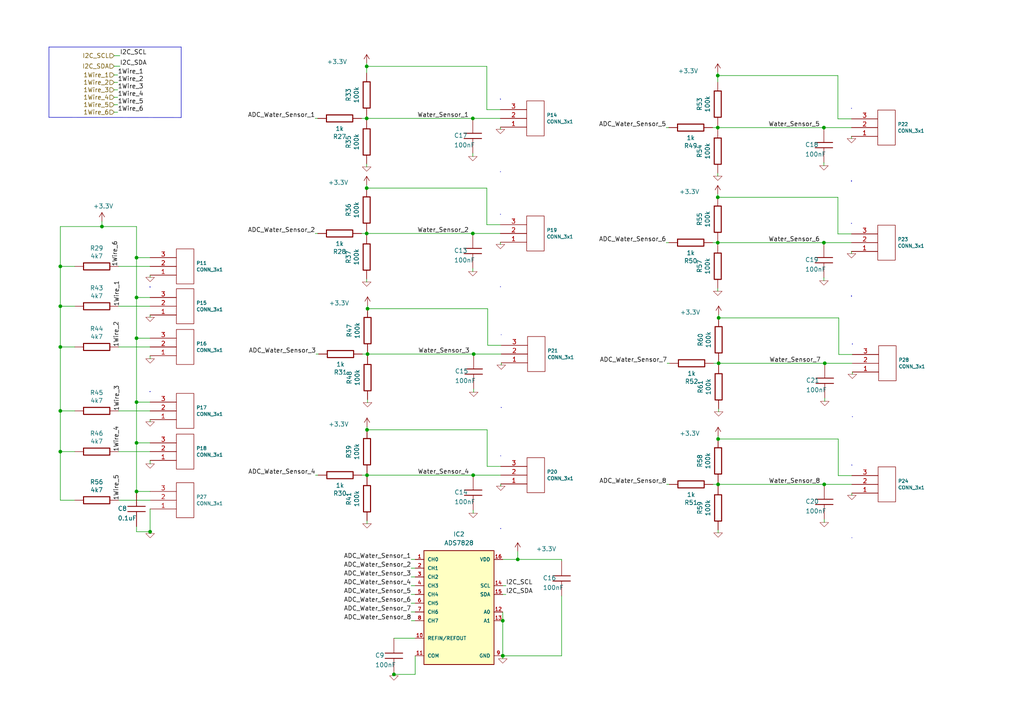
<source format=kicad_sch>
(kicad_sch
	(version 20231120)
	(generator "eeschema")
	(generator_version "8.0")
	(uuid "1606f732-eac6-4c0c-97fb-0456acb849a6")
	(paper "A4")
	(lib_symbols
		(symbol "lsts-conn:CONN_3x1"
			(pin_names
				(offset 1.016) hide)
			(exclude_from_sim no)
			(in_bom yes)
			(on_board yes)
			(property "Reference" "P"
				(at 1.27 0 90)
				(effects
					(font
						(size 0.9906 0.9906)
					)
				)
			)
			(property "Value" "CONN_3x1"
				(at -1.27 0 90)
				(effects
					(font
						(size 0.9906 0.9906)
					)
				)
			)
			(property "Footprint" ""
				(at 0 0 0)
				(effects
					(font
						(size 1.524 1.524)
					)
				)
			)
			(property "Datasheet" ""
				(at 0 0 0)
				(effects
					(font
						(size 1.524 1.524)
					)
				)
			)
			(property "Description" ""
				(at 0 0 0)
				(effects
					(font
						(size 1.27 1.27)
					)
					(hide yes)
				)
			)
			(symbol "CONN_3x1_0_1"
				(rectangle
					(start 2.54 -5.08)
					(end -2.54 5.08)
					(stroke
						(width 0)
						(type default)
					)
					(fill
						(type none)
					)
				)
			)
			(symbol "CONN_3x1_1_1"
				(pin passive line
					(at 10.16 2.54 180)
					(length 7.62)
					(name "~"
						(effects
							(font
								(size 1.27 1.27)
							)
						)
					)
					(number "1"
						(effects
							(font
								(size 1.27 1.27)
							)
						)
					)
				)
				(pin passive line
					(at 10.16 0 180)
					(length 7.62)
					(name "~"
						(effects
							(font
								(size 1.27 1.27)
							)
						)
					)
					(number "2"
						(effects
							(font
								(size 1.27 1.27)
							)
						)
					)
				)
				(pin passive line
					(at 10.16 -2.54 180)
					(length 7.62)
					(name "~"
						(effects
							(font
								(size 1.27 1.27)
							)
						)
					)
					(number "3"
						(effects
							(font
								(size 1.27 1.27)
							)
						)
					)
				)
			)
		)
		(symbol "lsts-ic:ADS7828"
			(pin_names
				(offset 1.016)
			)
			(exclude_from_sim no)
			(in_bom yes)
			(on_board yes)
			(property "Reference" "IC"
				(at -10.167 16.5213 0)
				(effects
					(font
						(size 1.27 1.27)
					)
					(justify left bottom)
				)
			)
			(property "Value" "ADS7828"
				(at -10.1728 -20.3455 0)
				(effects
					(font
						(size 1.27 1.27)
					)
					(justify left bottom)
				)
			)
			(property "Footprint" "TSSOP16-PW"
				(at 0 0 0)
				(effects
					(font
						(size 1.27 1.27)
					)
					(justify bottom)
					(hide yes)
				)
			)
			(property "Datasheet" ""
				(at 0 0 0)
				(effects
					(font
						(size 1.27 1.27)
					)
					(hide yes)
				)
			)
			(property "Description" ""
				(at 0 0 0)
				(effects
					(font
						(size 1.27 1.27)
					)
					(hide yes)
				)
			)
			(property "MF" "TEXAS INSTRUMENTS"
				(at 0 0 0)
				(effects
					(font
						(size 1.27 1.27)
					)
					(justify bottom)
					(hide yes)
				)
			)
			(property "OC_NEWARK" "74C7158"
				(at 0 0 0)
				(effects
					(font
						(size 1.27 1.27)
					)
					(justify bottom)
					(hide yes)
				)
			)
			(property "OC_FARNELL" "1470338"
				(at 0 0 0)
				(effects
					(font
						(size 1.27 1.27)
					)
					(justify bottom)
					(hide yes)
				)
			)
			(property "MPN" "ADS7828E/250"
				(at 0 0 0)
				(effects
					(font
						(size 1.27 1.27)
					)
					(justify bottom)
					(hide yes)
				)
			)
			(symbol "ADS7828_0_0"
				(rectangle
					(start -10.16 -17.78)
					(end 10.16 15.24)
					(stroke
						(width 0.254)
						(type default)
					)
					(fill
						(type background)
					)
				)
				(pin input line
					(at -12.7 12.7 0)
					(length 2.54)
					(name "CH0"
						(effects
							(font
								(size 1.016 1.016)
							)
						)
					)
					(number "1"
						(effects
							(font
								(size 1.016 1.016)
							)
						)
					)
				)
				(pin passive line
					(at -12.7 -10.16 0)
					(length 2.54)
					(name "REFIN/REFOUT"
						(effects
							(font
								(size 1.016 1.016)
							)
						)
					)
					(number "10"
						(effects
							(font
								(size 1.016 1.016)
							)
						)
					)
				)
				(pin input line
					(at -12.7 -15.24 0)
					(length 2.54)
					(name "COM"
						(effects
							(font
								(size 1.016 1.016)
							)
						)
					)
					(number "11"
						(effects
							(font
								(size 1.016 1.016)
							)
						)
					)
				)
				(pin input line
					(at 12.7 -2.54 180)
					(length 2.54)
					(name "A0"
						(effects
							(font
								(size 1.016 1.016)
							)
						)
					)
					(number "12"
						(effects
							(font
								(size 1.016 1.016)
							)
						)
					)
				)
				(pin input line
					(at 12.7 -5.08 180)
					(length 2.54)
					(name "A1"
						(effects
							(font
								(size 1.016 1.016)
							)
						)
					)
					(number "13"
						(effects
							(font
								(size 1.016 1.016)
							)
						)
					)
				)
				(pin input line
					(at 12.7 5.08 180)
					(length 2.54)
					(name "SCL"
						(effects
							(font
								(size 1.016 1.016)
							)
						)
					)
					(number "14"
						(effects
							(font
								(size 1.016 1.016)
							)
						)
					)
				)
				(pin bidirectional line
					(at 12.7 2.54 180)
					(length 2.54)
					(name "SDA"
						(effects
							(font
								(size 1.016 1.016)
							)
						)
					)
					(number "15"
						(effects
							(font
								(size 1.016 1.016)
							)
						)
					)
				)
				(pin power_in line
					(at 12.7 12.7 180)
					(length 2.54)
					(name "VDD"
						(effects
							(font
								(size 1.016 1.016)
							)
						)
					)
					(number "16"
						(effects
							(font
								(size 1.016 1.016)
							)
						)
					)
				)
				(pin input line
					(at -12.7 10.16 0)
					(length 2.54)
					(name "CH1"
						(effects
							(font
								(size 1.016 1.016)
							)
						)
					)
					(number "2"
						(effects
							(font
								(size 1.016 1.016)
							)
						)
					)
				)
				(pin input line
					(at -12.7 7.62 0)
					(length 2.54)
					(name "CH2"
						(effects
							(font
								(size 1.016 1.016)
							)
						)
					)
					(number "3"
						(effects
							(font
								(size 1.016 1.016)
							)
						)
					)
				)
				(pin input line
					(at -12.7 5.08 0)
					(length 2.54)
					(name "CH3"
						(effects
							(font
								(size 1.016 1.016)
							)
						)
					)
					(number "4"
						(effects
							(font
								(size 1.016 1.016)
							)
						)
					)
				)
				(pin input line
					(at -12.7 2.54 0)
					(length 2.54)
					(name "CH4"
						(effects
							(font
								(size 1.016 1.016)
							)
						)
					)
					(number "5"
						(effects
							(font
								(size 1.016 1.016)
							)
						)
					)
				)
				(pin input line
					(at -12.7 0 0)
					(length 2.54)
					(name "CH5"
						(effects
							(font
								(size 1.016 1.016)
							)
						)
					)
					(number "6"
						(effects
							(font
								(size 1.016 1.016)
							)
						)
					)
				)
				(pin input line
					(at -12.7 -2.54 0)
					(length 2.54)
					(name "CH6"
						(effects
							(font
								(size 1.016 1.016)
							)
						)
					)
					(number "7"
						(effects
							(font
								(size 1.016 1.016)
							)
						)
					)
				)
				(pin input line
					(at -12.7 -5.08 0)
					(length 2.54)
					(name "CH7"
						(effects
							(font
								(size 1.016 1.016)
							)
						)
					)
					(number "8"
						(effects
							(font
								(size 1.016 1.016)
							)
						)
					)
				)
				(pin power_in line
					(at 12.7 -15.24 180)
					(length 2.54)
					(name "GND"
						(effects
							(font
								(size 1.016 1.016)
							)
						)
					)
					(number "9"
						(effects
							(font
								(size 1.016 1.016)
							)
						)
					)
				)
			)
		)
		(symbol "lsts-passives:C"
			(pin_numbers hide)
			(pin_names
				(offset 0.254)
			)
			(exclude_from_sim no)
			(in_bom yes)
			(on_board yes)
			(property "Reference" "C"
				(at 1.27 2.54 0)
				(effects
					(font
						(size 1.27 1.27)
					)
					(justify left)
				)
			)
			(property "Value" "C"
				(at 1.27 -2.54 0)
				(effects
					(font
						(size 1.27 1.27)
					)
					(justify left)
				)
			)
			(property "Footprint" ""
				(at 0 0 0)
				(effects
					(font
						(size 1.524 1.524)
					)
				)
			)
			(property "Datasheet" ""
				(at 0 0 0)
				(effects
					(font
						(size 1.524 1.524)
					)
				)
			)
			(property "Description" ""
				(at 0 0 0)
				(effects
					(font
						(size 1.27 1.27)
					)
					(hide yes)
				)
			)
			(property "ki_fp_filters" "C_*"
				(at 0 0 0)
				(effects
					(font
						(size 1.27 1.27)
					)
					(hide yes)
				)
			)
			(symbol "C_0_1"
				(polyline
					(pts
						(xy -2.54 -0.762) (xy 2.54 -0.762)
					)
					(stroke
						(width 0.254)
						(type default)
					)
					(fill
						(type none)
					)
				)
				(polyline
					(pts
						(xy -2.54 0.762) (xy 2.54 0.762)
					)
					(stroke
						(width 0.254)
						(type default)
					)
					(fill
						(type none)
					)
				)
			)
			(symbol "C_1_1"
				(pin passive line
					(at 0 5.08 270)
					(length 4.318)
					(name "~"
						(effects
							(font
								(size 1.016 1.016)
							)
						)
					)
					(number "1"
						(effects
							(font
								(size 1.016 1.016)
							)
						)
					)
				)
				(pin passive line
					(at 0 -5.08 90)
					(length 4.318)
					(name "~"
						(effects
							(font
								(size 1.016 1.016)
							)
						)
					)
					(number "2"
						(effects
							(font
								(size 1.016 1.016)
							)
						)
					)
				)
			)
		)
		(symbol "lsts-passives:R"
			(pin_numbers hide)
			(pin_names
				(offset 0)
			)
			(exclude_from_sim no)
			(in_bom yes)
			(on_board yes)
			(property "Reference" "R"
				(at 2.032 0 90)
				(effects
					(font
						(size 1.27 1.27)
					)
				)
			)
			(property "Value" "R"
				(at 0 0 90)
				(effects
					(font
						(size 1.27 1.27)
					)
				)
			)
			(property "Footprint" ""
				(at 0 0 0)
				(effects
					(font
						(size 1.524 1.524)
					)
				)
			)
			(property "Datasheet" ""
				(at 0 0 0)
				(effects
					(font
						(size 1.524 1.524)
					)
				)
			)
			(property "Description" ""
				(at 0 0 0)
				(effects
					(font
						(size 1.27 1.27)
					)
					(hide yes)
				)
			)
			(property "ki_fp_filters" "R_*"
				(at 0 0 0)
				(effects
					(font
						(size 1.27 1.27)
					)
					(hide yes)
				)
			)
			(symbol "R_0_1"
				(rectangle
					(start -1.016 3.81)
					(end 1.016 -3.81)
					(stroke
						(width 0.3048)
						(type default)
					)
					(fill
						(type none)
					)
				)
			)
			(symbol "R_1_1"
				(pin passive line
					(at 0 6.35 270)
					(length 2.54)
					(name "~"
						(effects
							(font
								(size 1.524 1.524)
							)
						)
					)
					(number "1"
						(effects
							(font
								(size 1.524 1.524)
							)
						)
					)
				)
				(pin passive line
					(at 0 -6.35 90)
					(length 2.54)
					(name "~"
						(effects
							(font
								(size 1.524 1.524)
							)
						)
					)
					(number "2"
						(effects
							(font
								(size 1.524 1.524)
							)
						)
					)
				)
			)
		)
		(symbol "power1:+3.3V"
			(power)
			(pin_names
				(offset 0)
			)
			(exclude_from_sim no)
			(in_bom yes)
			(on_board yes)
			(property "Reference" "#PWR"
				(at 0 -3.81 0)
				(effects
					(font
						(size 1.27 1.27)
					)
					(hide yes)
				)
			)
			(property "Value" "+3.3V"
				(at 0 3.556 0)
				(effects
					(font
						(size 1.27 1.27)
					)
				)
			)
			(property "Footprint" ""
				(at 0 0 0)
				(effects
					(font
						(size 1.27 1.27)
					)
					(hide yes)
				)
			)
			(property "Datasheet" ""
				(at 0 0 0)
				(effects
					(font
						(size 1.27 1.27)
					)
					(hide yes)
				)
			)
			(property "Description" "Power symbol creates a global label with name \"+3.3V\""
				(at 0 0 0)
				(effects
					(font
						(size 1.27 1.27)
					)
					(hide yes)
				)
			)
			(property "ki_keywords" "power-flag"
				(at 0 0 0)
				(effects
					(font
						(size 1.27 1.27)
					)
					(hide yes)
				)
			)
			(symbol "+3.3V_0_1"
				(polyline
					(pts
						(xy -0.762 1.27) (xy 0 2.54)
					)
					(stroke
						(width 0)
						(type default)
					)
					(fill
						(type none)
					)
				)
				(polyline
					(pts
						(xy 0 0) (xy 0 2.54)
					)
					(stroke
						(width 0)
						(type default)
					)
					(fill
						(type none)
					)
				)
				(polyline
					(pts
						(xy 0 2.54) (xy 0.762 1.27)
					)
					(stroke
						(width 0)
						(type default)
					)
					(fill
						(type none)
					)
				)
			)
			(symbol "+3.3V_1_1"
				(pin power_in line
					(at 0 0 90)
					(length 0) hide
					(name "+3.3V"
						(effects
							(font
								(size 1.27 1.27)
							)
						)
					)
					(number "1"
						(effects
							(font
								(size 1.27 1.27)
							)
						)
					)
				)
			)
		)
		(symbol "power:GND"
			(power)
			(pin_names
				(offset 0)
			)
			(exclude_from_sim no)
			(in_bom yes)
			(on_board yes)
			(property "Reference" "#PWR"
				(at 0 0 0)
				(effects
					(font
						(size 0.762 0.762)
					)
					(hide yes)
				)
			)
			(property "Value" "GND"
				(at 0 -1.778 0)
				(effects
					(font
						(size 0.762 0.762)
					)
					(hide yes)
				)
			)
			(property "Footprint" ""
				(at 0 0 0)
				(effects
					(font
						(size 1.524 1.524)
					)
				)
			)
			(property "Datasheet" ""
				(at 0 0 0)
				(effects
					(font
						(size 1.524 1.524)
					)
				)
			)
			(property "Description" ""
				(at 0 0 0)
				(effects
					(font
						(size 1.27 1.27)
					)
					(hide yes)
				)
			)
			(symbol "GND_0_1"
				(polyline
					(pts
						(xy -1.27 0) (xy 0 -1.27) (xy 1.27 0) (xy -1.27 0)
					)
					(stroke
						(width 0.1016)
						(type default)
					)
					(fill
						(type none)
					)
				)
			)
			(symbol "GND_1_1"
				(pin power_in line
					(at 0 0 90)
					(length 0) hide
					(name "GND"
						(effects
							(font
								(size 0.762 0.762)
							)
						)
					)
					(number "1"
						(effects
							(font
								(size 0.762 0.762)
							)
						)
					)
				)
			)
		)
	)
	(junction
		(at 145.8214 190.2206)
		(diameter 0)
		(color 0 0 0 0)
		(uuid "06877aa5-6275-4a7c-ae0c-156a218faa0b")
	)
	(junction
		(at 238.9632 37.0078)
		(diameter 0)
		(color 0 0 0 0)
		(uuid "07b8e889-ef22-4d98-90e4-d46056526cd6")
	)
	(junction
		(at 106.3498 67.7164)
		(diameter 0)
		(color 0 0 0 0)
		(uuid "0a2d3d81-6c9e-4642-b127-d9b38dd4ccdc")
	)
	(junction
		(at 208.1784 70.3834)
		(diameter 0)
		(color 0 0 0 0)
		(uuid "0df40830-80d5-4a96-9246-46a86da982e8")
	)
	(junction
		(at 106.3498 54.5592)
		(diameter 0)
		(color 0 0 0 0)
		(uuid "0e633d2f-e22d-4857-98a9-ebdc6cb082fa")
	)
	(junction
		(at 208.28 140.4874)
		(diameter 0)
		(color 0 0 0 0)
		(uuid "10508ecf-bdc2-4073-b5f0-03588880308e")
	)
	(junction
		(at 106.4514 124.6632)
		(diameter 0)
		(color 0 0 0 0)
		(uuid "172f267d-1d3a-4757-b10e-86be074c0443")
	)
	(junction
		(at 145.8214 180.0352)
		(diameter 0)
		(color 0 0 0 0)
		(uuid "17746c81-f9a7-4bb5-853c-65c43744201a")
	)
	(junction
		(at 39.5986 74.7268)
		(diameter 0)
		(color 0 0 0 0)
		(uuid "1cb358e3-3fb9-46e8-8119-35f4e272f5bf")
	)
	(junction
		(at 39.5986 128.4478)
		(diameter 0)
		(color 0 0 0 0)
		(uuid "200e19c0-12fc-4bc7-94c4-a9c3d485b956")
	)
	(junction
		(at 29.5656 65.7098)
		(diameter 0)
		(color 0 0 0 0)
		(uuid "2216f93b-a9cf-4047-b595-2638e019976f")
	)
	(junction
		(at 208.4324 92.202)
		(diameter 0)
		(color 0 0 0 0)
		(uuid "2218ec3a-c96e-443a-a20f-77e4a749137d")
	)
	(junction
		(at 145.8214 190.1952)
		(diameter 0)
		(color 0 0 0 0)
		(uuid "354b9fd0-f22d-4ddb-b49b-c2a1bd417710")
	)
	(junction
		(at 137.1346 67.7164)
		(diameter 0)
		(color 0 0 0 0)
		(uuid "36c51056-4143-4897-a5ac-49e4a04bfb97")
	)
	(junction
		(at 208.4324 105.3592)
		(diameter 0)
		(color 0 0 0 0)
		(uuid "386e129f-f371-4632-b18f-87125a9289b9")
	)
	(junction
		(at 208.1784 37.0078)
		(diameter 0)
		(color 0 0 0 0)
		(uuid "394e429e-3f8a-4d45-8d58-c9f56c9d7998")
	)
	(junction
		(at 17.5006 77.2668)
		(diameter 0)
		(color 0 0 0 0)
		(uuid "3be3f6b6-e8d0-4a80-99d8-1e39c7c8b23e")
	)
	(junction
		(at 208.1784 21.9202)
		(diameter 0)
		(color 0 0 0 0)
		(uuid "47857df0-8363-41f1-bb69-a1ca380e00a8")
	)
	(junction
		(at 106.6038 102.6922)
		(diameter 0)
		(color 0 0 0 0)
		(uuid "48e6f21a-8731-4473-90c6-b1b9043d2dd6")
	)
	(junction
		(at 137.2362 137.8204)
		(diameter 0)
		(color 0 0 0 0)
		(uuid "4c671632-945f-4231-bd27-613e8c7af26a")
	)
	(junction
		(at 106.4514 137.8204)
		(diameter 0)
		(color 0 0 0 0)
		(uuid "51fc7556-9826-40b1-bfce-9b9221b2552b")
	)
	(junction
		(at 39.5986 142.5448)
		(diameter 0)
		(color 0 0 0 0)
		(uuid "5a04e7d5-ff46-47da-9245-5c5597560585")
	)
	(junction
		(at 106.6038 89.535)
		(diameter 0)
		(color 0 0 0 0)
		(uuid "5c7eb297-6bb4-4b93-a172-811cd5cae12f")
	)
	(junction
		(at 17.5006 130.9878)
		(diameter 0)
		(color 0 0 0 0)
		(uuid "5d81b400-7d40-43bd-9e00-7b032c4e5d05")
	)
	(junction
		(at 239.2172 105.3592)
		(diameter 0)
		(color 0 0 0 0)
		(uuid "74870032-26a1-43ea-aa72-e071e64a515c")
	)
	(junction
		(at 106.3498 34.3408)
		(diameter 0)
		(color 0 0 0 0)
		(uuid "763bb17b-1a48-4dcb-9c02-8ecc23bfc3fc")
	)
	(junction
		(at 208.1784 57.2262)
		(diameter 0)
		(color 0 0 0 0)
		(uuid "87e092dc-2128-4344-afb9-978f9184cad4")
	)
	(junction
		(at 137.1346 34.3408)
		(diameter 0)
		(color 0 0 0 0)
		(uuid "a32e5e2e-abde-49a2-8882-1e4b9a51f421")
	)
	(junction
		(at 39.5986 86.2838)
		(diameter 0)
		(color 0 0 0 0)
		(uuid "a3dd01ad-4e22-4348-af75-71bc30981f21")
	)
	(junction
		(at 150.1648 162.2552)
		(diameter 0)
		(color 0 0 0 0)
		(uuid "a4f4ffe7-bb6e-46cf-8610-dade6ffb40ae")
	)
	(junction
		(at 114.2492 195.6054)
		(diameter 0)
		(color 0 0 0 0)
		(uuid "a6dda2fc-f810-4330-b8c0-65354bf00026")
	)
	(junction
		(at 137.3886 102.6922)
		(diameter 0)
		(color 0 0 0 0)
		(uuid "a9aec71d-26ee-4471-9319-e423fea75af8")
	)
	(junction
		(at 208.28 127.3302)
		(diameter 0)
		(color 0 0 0 0)
		(uuid "b487a6ff-408d-4522-9a27-ed53492df19a")
	)
	(junction
		(at 43.5356 154.2288)
		(diameter 0)
		(color 0 0 0 0)
		(uuid "b66cdde3-c85e-4fca-9be2-a0e6254d5097")
	)
	(junction
		(at 39.5986 116.6368)
		(diameter 0)
		(color 0 0 0 0)
		(uuid "bedca05b-e2a8-4ea3-97a1-a1330fcea6c8")
	)
	(junction
		(at 239.0648 140.4874)
		(diameter 0)
		(color 0 0 0 0)
		(uuid "c12a68d0-11e7-47dd-9c69-687ee90f12bd")
	)
	(junction
		(at 238.9632 70.3834)
		(diameter 0)
		(color 0 0 0 0)
		(uuid "d5d599b6-ba93-48de-b7f4-340b7eb31a90")
	)
	(junction
		(at 39.5986 98.0948)
		(diameter 0)
		(color 0 0 0 0)
		(uuid "d5e98a57-13d0-4c44-9492-d5bef0e225c0")
	)
	(junction
		(at 106.3498 19.2532)
		(diameter 0)
		(color 0 0 0 0)
		(uuid "d6cde2ed-7b05-4afd-9ef8-3083d75b0b70")
	)
	(junction
		(at 17.5006 119.1768)
		(diameter 0)
		(color 0 0 0 0)
		(uuid "ed7b632c-3473-4e5c-97d2-e6570c251b41")
	)
	(junction
		(at 17.5006 88.8238)
		(diameter 0)
		(color 0 0 0 0)
		(uuid "f20e728e-e49c-4168-bd68-4a7f8458bda8")
	)
	(junction
		(at 17.5006 100.6348)
		(diameter 0)
		(color 0 0 0 0)
		(uuid "fed487cb-a657-476b-ae59-8e38093d3e95")
	)
	(wire
		(pts
			(xy 21.6916 130.9878) (xy 17.5006 130.9878)
		)
		(stroke
			(width 0)
			(type default)
		)
		(uuid "02fa2dfa-7521-4934-8492-ae859f5b550c")
	)
	(wire
		(pts
			(xy 193.4972 105.3592) (xy 194.2338 105.3592)
		)
		(stroke
			(width 0)
			(type default)
		)
		(uuid "03f9c8c0-2941-4745-b5fa-c2a2c4cfbefb")
	)
	(polyline
		(pts
			(xy 14.1986 13.6398) (xy 52.5526 13.6398)
		)
		(stroke
			(width 0)
			(type default)
		)
		(uuid "042161ab-af5a-4636-97b3-dd880e9647e0")
	)
	(wire
		(pts
			(xy 145.8214 169.8752) (xy 146.7358 169.8752)
		)
		(stroke
			(width 0)
			(type default)
		)
		(uuid "06ff9ad5-9354-46bf-91af-8b4cd0e7fd4a")
	)
	(wire
		(pts
			(xy 137.1346 67.7164) (xy 145.1356 67.7164)
		)
		(stroke
			(width 0)
			(type default)
		)
		(uuid "0791fe49-92c9-4266-8e37-1f536eb24791")
	)
	(wire
		(pts
			(xy 208.1784 21.9202) (xy 243.0272 21.9202)
		)
		(stroke
			(width 0)
			(type default)
		)
		(uuid "0952762d-d48f-40a7-8d23-25fdf2fda4ad")
	)
	(wire
		(pts
			(xy 208.28 153.67) (xy 208.28 154.559)
		)
		(stroke
			(width 0)
			(type default)
		)
		(uuid "09607f37-d4d9-4715-b370-0569b3a9fe7e")
	)
	(wire
		(pts
			(xy 106.3498 18.3642) (xy 106.3498 19.2532)
		)
		(stroke
			(width 0)
			(type default)
		)
		(uuid "09dfa1e1-8343-426f-a981-336e402d078e")
	)
	(wire
		(pts
			(xy 34.3916 145.0848) (xy 43.5356 145.0848)
		)
		(stroke
			(width 0)
			(type default)
		)
		(uuid "0bc3c35d-27e7-42ab-ac2a-77bbc5f45d82")
	)
	(wire
		(pts
			(xy 208.1784 21.9202) (xy 208.1784 23.8506)
		)
		(stroke
			(width 0)
			(type default)
		)
		(uuid "0d162a59-622c-4955-b123-c557ce51a35f")
	)
	(wire
		(pts
			(xy 193.3448 140.4874) (xy 194.0814 140.4874)
		)
		(stroke
			(width 0)
			(type default)
		)
		(uuid "0d8003da-c4ab-4417-908e-bd3f6618515e")
	)
	(wire
		(pts
			(xy 243.0272 57.2262) (xy 243.0272 67.8434)
		)
		(stroke
			(width 0)
			(type default)
		)
		(uuid "0e8cdf91-2d6f-4809-a1a7-3aa40da34ca2")
	)
	(wire
		(pts
			(xy 17.5006 77.2668) (xy 17.5006 88.8238)
		)
		(stroke
			(width 0)
			(type default)
		)
		(uuid "0fa6ad97-b468-44a5-9f47-e171074e83ee")
	)
	(wire
		(pts
			(xy 39.5986 98.0948) (xy 43.5356 98.0948)
		)
		(stroke
			(width 0)
			(type default)
		)
		(uuid "0ff62dc4-af3e-4574-a416-6984c1053b7c")
	)
	(wire
		(pts
			(xy 104.9528 137.8204) (xy 106.4514 137.8204)
		)
		(stroke
			(width 0)
			(type default)
		)
		(uuid "10b1eb5c-9d0d-412f-85ab-afa926d69be3")
	)
	(wire
		(pts
			(xy 150.1648 162.2552) (xy 150.1648 159.9438)
		)
		(stroke
			(width 0)
			(type default)
		)
		(uuid "1539d743-2fd6-4d01-8a0f-30466554a026")
	)
	(wire
		(pts
			(xy 106.3498 19.2532) (xy 141.1986 19.2532)
		)
		(stroke
			(width 0)
			(type default)
		)
		(uuid "158333b3-c11d-4cb8-83ba-dd687fbe3b55")
	)
	(wire
		(pts
			(xy 206.6798 70.3834) (xy 208.1784 70.3834)
		)
		(stroke
			(width 0)
			(type default)
		)
		(uuid "16ff8715-bf85-4446-a1bd-763446c212ea")
	)
	(wire
		(pts
			(xy 34.3916 88.8238) (xy 43.5356 88.8238)
		)
		(stroke
			(width 0)
			(type default)
		)
		(uuid "1cbbd7a2-8850-4580-92bc-4918568cab8e")
	)
	(wire
		(pts
			(xy 238.9632 80.5434) (xy 238.9632 81.4324)
		)
		(stroke
			(width 0)
			(type default)
		)
		(uuid "1e448e50-fe4b-4f37-ae17-f584538bc24a")
	)
	(wire
		(pts
			(xy 208.4324 105.3592) (xy 239.2172 105.3592)
		)
		(stroke
			(width 0)
			(type default)
		)
		(uuid "22ac76a9-77a0-464a-9ea6-dd3f6feed665")
	)
	(wire
		(pts
			(xy 239.2172 115.5192) (xy 239.2172 116.4082)
		)
		(stroke
			(width 0)
			(type default)
		)
		(uuid "279695a8-d62f-418c-abf7-38eb4f73e14f")
	)
	(wire
		(pts
			(xy 246.9642 40.1828) (xy 246.9642 39.5478)
		)
		(stroke
			(width 0)
			(type default)
		)
		(uuid "2823a839-2a02-46c3-a180-353a37d49dad")
	)
	(wire
		(pts
			(xy 106.4514 137.8204) (xy 106.4514 138.303)
		)
		(stroke
			(width 0)
			(type default)
		)
		(uuid "28b766ee-8c7c-480a-bb97-ec3bc0f610b9")
	)
	(wire
		(pts
			(xy 106.3498 53.6702) (xy 106.3498 54.5592)
		)
		(stroke
			(width 0)
			(type default)
		)
		(uuid "2cf00314-3133-4e21-b92d-14923b759588")
	)
	(wire
		(pts
			(xy 34.3916 130.9878) (xy 43.5356 130.9878)
		)
		(stroke
			(width 0)
			(type default)
		)
		(uuid "2e9220b5-3a31-4887-b799-8848ed740e20")
	)
	(wire
		(pts
			(xy 17.5006 88.8238) (xy 17.5006 100.6348)
		)
		(stroke
			(width 0)
			(type default)
		)
		(uuid "2fc0b85c-2cc2-4291-94cd-d2018932d6fd")
	)
	(wire
		(pts
			(xy 145.8214 162.2552) (xy 150.1648 162.2552)
		)
		(stroke
			(width 0)
			(type default)
		)
		(uuid "316322dd-5df3-4922-b74e-8c3f4b339646")
	)
	(wire
		(pts
			(xy 208.28 140.4874) (xy 239.0648 140.4874)
		)
		(stroke
			(width 0)
			(type default)
		)
		(uuid "317941f8-5962-4478-be81-bf2d7f249561")
	)
	(wire
		(pts
			(xy 119.253 177.4952) (xy 120.4214 177.4952)
		)
		(stroke
			(width 0)
			(type default)
		)
		(uuid "335d0934-3bb8-4c08-ae36-4a30d19d42eb")
	)
	(wire
		(pts
			(xy 145.8214 190.2206) (xy 162.8902 190.2206)
		)
		(stroke
			(width 0)
			(type default)
		)
		(uuid "34425bea-5b7d-489c-b43f-35b84b900640")
	)
	(wire
		(pts
			(xy 106.4514 137.3632) (xy 106.4514 137.8204)
		)
		(stroke
			(width 0)
			(type default)
		)
		(uuid "367135c3-fa86-4dee-9798-2ed008e40005")
	)
	(wire
		(pts
			(xy 243.2812 102.8192) (xy 247.2182 102.8192)
		)
		(stroke
			(width 0)
			(type default)
		)
		(uuid "37187711-28f2-44c6-91e0-c96b9a56c281")
	)
	(wire
		(pts
			(xy 137.1346 44.5008) (xy 137.1346 45.3898)
		)
		(stroke
			(width 0)
			(type default)
		)
		(uuid "37401dd3-73d8-45fb-b479-b1bed88f66bb")
	)
	(wire
		(pts
			(xy 106.3498 34.3408) (xy 137.1346 34.3408)
		)
		(stroke
			(width 0)
			(type default)
		)
		(uuid "386c0492-48b5-4183-8320-d2a5becc712e")
	)
	(wire
		(pts
			(xy 106.3498 19.2532) (xy 106.3498 21.1836)
		)
		(stroke
			(width 0)
			(type default)
		)
		(uuid "39bce709-73aa-407b-a934-02156786acd4")
	)
	(wire
		(pts
			(xy 39.5986 116.6368) (xy 39.5986 128.4478)
		)
		(stroke
			(width 0)
			(type default)
		)
		(uuid "39ff85f0-dde8-443b-a70c-724c73ae134f")
	)
	(wire
		(pts
			(xy 17.5006 65.7098) (xy 29.5656 65.7098)
		)
		(stroke
			(width 0)
			(type default)
		)
		(uuid "3b45706e-1449-4d36-b3f4-72bffa9d09cb")
	)
	(wire
		(pts
			(xy 208.4324 104.902) (xy 208.4324 105.3592)
		)
		(stroke
			(width 0)
			(type default)
		)
		(uuid "3c944328-9a58-4d3a-9277-952694c447ec")
	)
	(wire
		(pts
			(xy 208.1784 37.0078) (xy 208.1784 37.4904)
		)
		(stroke
			(width 0)
			(type default)
		)
		(uuid "3d4947a9-5a16-49c6-8c27-f80e19bd4e8b")
	)
	(wire
		(pts
			(xy 114.2492 195.2752) (xy 114.2492 195.6054)
		)
		(stroke
			(width 0)
			(type default)
		)
		(uuid "3eab5fe3-ac02-4057-9226-3a0d022ee59e")
	)
	(wire
		(pts
			(xy 39.5986 154.2288) (xy 43.5356 154.2288)
		)
		(stroke
			(width 0)
			(type default)
		)
		(uuid "3f6e3ec7-6c02-4dbb-91f9-fb19a5895dbe")
	)
	(wire
		(pts
			(xy 208.4324 92.202) (xy 243.2812 92.202)
		)
		(stroke
			(width 0)
			(type default)
		)
		(uuid "3fa7a005-2081-42fb-8b1e-d7bdc9b56fa3")
	)
	(wire
		(pts
			(xy 119.253 169.8752) (xy 120.4214 169.8752)
		)
		(stroke
			(width 0)
			(type default)
		)
		(uuid "4023b115-3324-4ed9-a0b4-1404f257fbff")
	)
	(wire
		(pts
			(xy 208.1784 37.0078) (xy 238.9632 37.0078)
		)
		(stroke
			(width 0)
			(type default)
		)
		(uuid "4651f0db-b091-4810-91e5-bcefe111eb1a")
	)
	(wire
		(pts
			(xy 145.8214 190.2206) (xy 145.8214 191.0842)
		)
		(stroke
			(width 0)
			(type default)
		)
		(uuid "47256715-1f86-4b7d-89c6-36cbf5f2565b")
	)
	(wire
		(pts
			(xy 208.1784 50.1904) (xy 208.1784 51.0794)
		)
		(stroke
			(width 0)
			(type default)
		)
		(uuid "48ca1f54-4ae8-4c57-a0a1-d230baba3ff5")
	)
	(wire
		(pts
			(xy 34.3916 119.1768) (xy 43.5356 119.1768)
		)
		(stroke
			(width 0)
			(type default)
		)
		(uuid "4b11cf36-0379-4dea-98cb-69fb3fd7340a")
	)
	(wire
		(pts
			(xy 162.8902 172.847) (xy 162.8902 190.2206)
		)
		(stroke
			(width 0)
			(type default)
		)
		(uuid "4b46f4c1-d78f-46e5-9343-3480c1c7d679")
	)
	(wire
		(pts
			(xy 141.1986 19.2532) (xy 141.1986 31.8008)
		)
		(stroke
			(width 0)
			(type default)
		)
		(uuid "4c19563d-e37d-44b8-898c-9afac0c94439")
	)
	(wire
		(pts
			(xy 120.4214 195.6054) (xy 114.2492 195.6054)
		)
		(stroke
			(width 0)
			(type default)
		)
		(uuid "4c8bf9df-beb4-49ac-a94b-087d0813d2c5")
	)
	(wire
		(pts
			(xy 34.1376 32.5374) (xy 33.1216 32.5374)
		)
		(stroke
			(width 0)
			(type default)
		)
		(uuid "4ee7fdab-0f81-4567-93f5-cb0f1419702d")
	)
	(wire
		(pts
			(xy 145.1356 37.5158) (xy 145.1356 36.8808)
		)
		(stroke
			(width 0)
			(type default)
		)
		(uuid "52ef4fa9-8229-455e-a7c6-3d0005f3bdd4")
	)
	(wire
		(pts
			(xy 17.5006 77.2668) (xy 21.6916 77.2668)
		)
		(stroke
			(width 0)
			(type default)
		)
		(uuid "5383a40d-007c-428e-a1e4-c640b642fae8")
	)
	(wire
		(pts
			(xy 106.6038 89.535) (xy 141.4526 89.535)
		)
		(stroke
			(width 0)
			(type default)
		)
		(uuid "5928b41a-465a-4e2b-9d5a-5b0400edda17")
	)
	(wire
		(pts
			(xy 141.4526 89.535) (xy 141.4526 100.1522)
		)
		(stroke
			(width 0)
			(type default)
		)
		(uuid "593015a7-8b3d-44a0-9cb1-5ffd399e4a37")
	)
	(wire
		(pts
			(xy 206.6798 37.0078) (xy 208.1784 37.0078)
		)
		(stroke
			(width 0)
			(type default)
		)
		(uuid "5ad61da0-5528-4d19-ad88-940f1e11ff26")
	)
	(wire
		(pts
			(xy 106.6038 115.8748) (xy 106.6038 116.7638)
		)
		(stroke
			(width 0)
			(type default)
		)
		(uuid "5e0a0520-60da-4d30-b8c0-d54555ca25c1")
	)
	(wire
		(pts
			(xy 39.5986 74.7268) (xy 39.5986 86.2838)
		)
		(stroke
			(width 0)
			(type default)
		)
		(uuid "5e0f45d4-1113-407c-af56-84389e133e73")
	)
	(wire
		(pts
			(xy 91.5162 137.8204) (xy 92.2528 137.8204)
		)
		(stroke
			(width 0)
			(type default)
		)
		(uuid "5f1d7d2d-9229-4888-89e1-b52a7f460ef5")
	)
	(wire
		(pts
			(xy 137.1346 77.8764) (xy 137.1346 78.7654)
		)
		(stroke
			(width 0)
			(type default)
		)
		(uuid "603fd968-5878-472f-bcc3-cf66ebecf5c6")
	)
	(wire
		(pts
			(xy 141.1986 65.1764) (xy 145.1356 65.1764)
		)
		(stroke
			(width 0)
			(type default)
		)
		(uuid "635db62e-fc5e-488e-849a-a5e1572bd257")
	)
	(wire
		(pts
			(xy 34.1376 26.0604) (xy 33.1216 26.0604)
		)
		(stroke
			(width 0)
			(type default)
		)
		(uuid "6421eeb0-c9d7-4b6b-8051-80911f8c7b63")
	)
	(wire
		(pts
			(xy 34.7726 16.1544) (xy 33.1216 16.1544)
		)
		(stroke
			(width 0)
			(type default)
		)
		(uuid "6657f29c-fafa-43f1-8c8e-582012abf9f2")
	)
	(wire
		(pts
			(xy 120.4214 190.1952) (xy 120.4214 195.6054)
		)
		(stroke
			(width 0)
			(type default)
		)
		(uuid "68f96ebc-a2b5-47f2-ac59-55ea6bbd2e53")
	)
	(wire
		(pts
			(xy 106.6038 102.235) (xy 106.6038 102.6922)
		)
		(stroke
			(width 0)
			(type default)
		)
		(uuid "6c6cbc16-c092-4de0-b5e3-f2ea231d91c4")
	)
	(wire
		(pts
			(xy 208.4324 91.313) (xy 208.4324 92.202)
		)
		(stroke
			(width 0)
			(type default)
		)
		(uuid "6cd1e606-c5d1-4245-ad62-d83e062404fa")
	)
	(wire
		(pts
			(xy 21.6916 119.1768) (xy 17.5006 119.1768)
		)
		(stroke
			(width 0)
			(type default)
		)
		(uuid "6d3e031e-d2ff-4cfc-96e0-5bb04a0ce2e1")
	)
	(wire
		(pts
			(xy 119.253 162.2552) (xy 120.4214 162.2552)
		)
		(stroke
			(width 0)
			(type default)
		)
		(uuid "71552902-5235-4c16-b3df-d830fa1615bc")
	)
	(wire
		(pts
			(xy 17.5006 65.7098) (xy 17.5006 77.2668)
		)
		(stroke
			(width 0)
			(type default)
		)
		(uuid "7209b4a7-8723-4b34-9e94-13e103d5fd9e")
	)
	(wire
		(pts
			(xy 145.8214 180.0352) (xy 145.8214 190.1952)
		)
		(stroke
			(width 0)
			(type default)
		)
		(uuid "7491afee-ce70-4822-a035-7e9b24ea11a2")
	)
	(wire
		(pts
			(xy 145.8214 177.4952) (xy 145.8214 180.0352)
		)
		(stroke
			(width 0)
			(type default)
		)
		(uuid "75c3f0fd-f315-480d-b090-e749b575151d")
	)
	(wire
		(pts
			(xy 39.5986 128.4478) (xy 39.5986 142.5448)
		)
		(stroke
			(width 0)
			(type default)
		)
		(uuid "75e49ede-b1d4-4393-9602-b0988ca2b190")
	)
	(wire
		(pts
			(xy 105.1052 102.6922) (xy 106.6038 102.6922)
		)
		(stroke
			(width 0)
			(type default)
		)
		(uuid "768cf2a5-4ddf-4877-9a84-e573f02502ac")
	)
	(wire
		(pts
			(xy 39.5986 152.7048) (xy 39.5986 154.2288)
		)
		(stroke
			(width 0)
			(type default)
		)
		(uuid "7756a52e-bff5-4040-a326-84c71fd93476")
	)
	(wire
		(pts
			(xy 43.5356 134.5438) (xy 43.5356 133.5278)
		)
		(stroke
			(width 0)
			(type default)
		)
		(uuid "77c9d81b-72d3-455b-a343-18c0123cc7c1")
	)
	(polyline
		(pts
			(xy 14.1986 34.036) (xy 14.1986 13.6398)
		)
		(stroke
			(width 0)
			(type default)
		)
		(uuid "7b6f30d9-9d5a-49f7-a9c0-19ab3f498f58")
	)
	(wire
		(pts
			(xy 106.3498 47.5234) (xy 106.3498 48.4124)
		)
		(stroke
			(width 0)
			(type default)
		)
		(uuid "7d3df26e-d26f-45fe-8322-fce0bb05b8cb")
	)
	(wire
		(pts
			(xy 104.8512 67.7164) (xy 106.3498 67.7164)
		)
		(stroke
			(width 0)
			(type default)
		)
		(uuid "7e7e2d1a-b4f5-453e-b133-6a19dab01949")
	)
	(wire
		(pts
			(xy 208.1784 56.3372) (xy 208.1784 57.2262)
		)
		(stroke
			(width 0)
			(type default)
		)
		(uuid "7edc91fa-ffd6-48d3-ac83-407e0914a00e")
	)
	(wire
		(pts
			(xy 39.5986 142.5448) (xy 43.5356 142.5448)
		)
		(stroke
			(width 0)
			(type default)
		)
		(uuid "7f56e2bb-7505-4dda-87bb-a4a78f9b69b2")
	)
	(wire
		(pts
			(xy 238.9632 70.3834) (xy 246.9642 70.3834)
		)
		(stroke
			(width 0)
			(type default)
		)
		(uuid "7f8eddc1-c1e2-45e6-bc4b-f18720a403d6")
	)
	(wire
		(pts
			(xy 91.4146 67.7164) (xy 92.1512 67.7164)
		)
		(stroke
			(width 0)
			(type default)
		)
		(uuid "80c49314-4107-4724-a827-7898342e3051")
	)
	(wire
		(pts
			(xy 106.4514 123.7742) (xy 106.4514 124.6632)
		)
		(stroke
			(width 0)
			(type default)
		)
		(uuid "80f037ff-9883-4b8f-a509-aa3544b7b4ba")
	)
	(polyline
		(pts
			(xy 52.5526 13.6398) (xy 52.5526 34.0868)
		)
		(stroke
			(width 0)
			(type default)
		)
		(uuid "82a73a9b-846a-4201-9937-03464caf69e2")
	)
	(wire
		(pts
			(xy 141.1986 54.5592) (xy 141.1986 65.1764)
		)
		(stroke
			(width 0)
			(type default)
		)
		(uuid "834109f9-fb63-454d-b992-3a6aa1c5c126")
	)
	(wire
		(pts
			(xy 106.3498 67.2592) (xy 106.3498 67.7164)
		)
		(stroke
			(width 0)
			(type default)
		)
		(uuid "83aa76d2-062d-4044-963b-780b270ec4bd")
	)
	(wire
		(pts
			(xy 247.0658 143.6624) (xy 247.0658 143.0274)
		)
		(stroke
			(width 0)
			(type default)
		)
		(uuid "83dd82a6-9e82-4aa0-904b-bf9abdd0538f")
	)
	(wire
		(pts
			(xy 119.253 164.7952) (xy 120.4214 164.7952)
		)
		(stroke
			(width 0)
			(type default)
		)
		(uuid "8427d69b-9639-4b0c-acdb-7d70c5e26e25")
	)
	(wire
		(pts
			(xy 145.8214 172.4152) (xy 146.7358 172.4152)
		)
		(stroke
			(width 0)
			(type default)
		)
		(uuid "849434fc-3cb7-4964-b63e-f64fc3713d23")
	)
	(wire
		(pts
			(xy 208.1784 70.3834) (xy 238.9632 70.3834)
		)
		(stroke
			(width 0)
			(type default)
		)
		(uuid "8520902a-0d21-4926-9394-524cae05239d")
	)
	(wire
		(pts
			(xy 43.5356 147.6248) (xy 43.5356 154.2288)
		)
		(stroke
			(width 0)
			(type default)
		)
		(uuid "8529e8a5-c849-4a5f-ab2c-01add58328a7")
	)
	(wire
		(pts
			(xy 193.2432 70.3834) (xy 193.9798 70.3834)
		)
		(stroke
			(width 0)
			(type default)
		)
		(uuid "8a460735-27c7-4eee-b688-cd90f5614404")
	)
	(wire
		(pts
			(xy 106.3498 34.3408) (xy 106.3498 34.8234)
		)
		(stroke
			(width 0)
			(type default)
		)
		(uuid "8adfb290-08b8-4d20-84a5-763672ec2410")
	)
	(wire
		(pts
			(xy 243.1288 137.9474) (xy 247.0658 137.9474)
		)
		(stroke
			(width 0)
			(type default)
		)
		(uuid "8dc475b8-7be1-4238-a3fb-2db949c00d99")
	)
	(wire
		(pts
			(xy 137.2362 137.8204) (xy 145.2372 137.8204)
		)
		(stroke
			(width 0)
			(type default)
		)
		(uuid "8de25a67-b5cd-4e31-bc1e-9d47f2ec5f3e")
	)
	(wire
		(pts
			(xy 247.2182 108.5342) (xy 247.2182 107.8992)
		)
		(stroke
			(width 0)
			(type default)
		)
		(uuid "8e3b7974-f601-4b03-93ca-83306f820b93")
	)
	(wire
		(pts
			(xy 238.9632 47.1678) (xy 238.9632 48.0568)
		)
		(stroke
			(width 0)
			(type default)
		)
		(uuid "8f1ad25a-33b8-4b11-936b-eb999ca1e00c")
	)
	(wire
		(pts
			(xy 21.6916 145.0848) (xy 17.5006 145.0848)
		)
		(stroke
			(width 0)
			(type default)
		)
		(uuid "8fb18b8f-fced-410c-9d22-420fabff7380")
	)
	(wire
		(pts
			(xy 208.28 127.3302) (xy 243.1288 127.3302)
		)
		(stroke
			(width 0)
			(type default)
		)
		(uuid "8fefe387-20bb-44cb-8e34-fc150f34553c")
	)
	(wire
		(pts
			(xy 34.1376 30.3784) (xy 33.1216 30.3784)
		)
		(stroke
			(width 0)
			(type default)
		)
		(uuid "902ed45a-a43c-4470-8b24-e9c319819cd7")
	)
	(wire
		(pts
			(xy 43.5356 122.3518) (xy 43.5356 121.7168)
		)
		(stroke
			(width 0)
			(type default)
		)
		(uuid "90d62e33-bc25-4233-a512-39f71f8fef57")
	)
	(wire
		(pts
			(xy 162.8902 162.2552) (xy 162.8902 162.687)
		)
		(stroke
			(width 0)
			(type default)
		)
		(uuid "91bf512b-f5a0-4978-a5e8-96650c509ab2")
	)
	(wire
		(pts
			(xy 141.3002 124.6632) (xy 141.3002 135.2804)
		)
		(stroke
			(width 0)
			(type default)
		)
		(uuid "920572f7-506b-4720-aee1-4d297d235359")
	)
	(wire
		(pts
			(xy 39.5986 74.7268) (xy 39.5986 65.7098)
		)
		(stroke
			(width 0)
			(type default)
		)
		(uuid "92524fe8-395c-4d53-8184-0048cacb6413")
	)
	(wire
		(pts
			(xy 21.6916 88.8238) (xy 17.5006 88.8238)
		)
		(stroke
			(width 0)
			(type default)
		)
		(uuid "93c5b014-f1e8-42f9-a2b6-65f1139d092e")
	)
	(wire
		(pts
			(xy 243.1288 127.3302) (xy 243.1288 137.9474)
		)
		(stroke
			(width 0)
			(type default)
		)
		(uuid "97c26337-f2e0-439e-b9a7-97cf5f8cec11")
	)
	(wire
		(pts
			(xy 43.5356 80.4418) (xy 43.5356 79.8068)
		)
		(stroke
			(width 0)
			(type default)
		)
		(uuid "982b2824-dc40-47b8-aee5-3e29c400dcba")
	)
	(wire
		(pts
			(xy 119.253 172.4152) (xy 120.4214 172.4152)
		)
		(stroke
			(width 0)
			(type default)
		)
		(uuid "992cb1f5-07a9-4995-9f49-cefb50dfc589")
	)
	(wire
		(pts
			(xy 137.2362 147.9804) (xy 137.2362 148.8694)
		)
		(stroke
			(width 0)
			(type default)
		)
		(uuid "9a7d3e17-94b3-4e41-89b9-fd6248e730e2")
	)
	(wire
		(pts
			(xy 119.253 174.9552) (xy 120.4214 174.9552)
		)
		(stroke
			(width 0)
			(type default)
		)
		(uuid "9b316c23-999b-46bf-bd0e-b24e257a188b")
	)
	(wire
		(pts
			(xy 106.4514 137.8204) (xy 137.2362 137.8204)
		)
		(stroke
			(width 0)
			(type default)
		)
		(uuid "9befb30b-ddaf-4101-b2c7-7b1c4ab5f14a")
	)
	(wire
		(pts
			(xy 137.1346 34.3408) (xy 145.1356 34.3408)
		)
		(stroke
			(width 0)
			(type default)
		)
		(uuid "9c723c73-b6fe-419c-aa42-dab5a1e90a55")
	)
	(wire
		(pts
			(xy 39.5986 65.7098) (xy 29.5656 65.7098)
		)
		(stroke
			(width 0)
			(type default)
		)
		(uuid "9e0b5dc3-7c65-47f6-a6fb-8838f6a547bb")
	)
	(wire
		(pts
			(xy 208.28 140.0302) (xy 208.28 140.4874)
		)
		(stroke
			(width 0)
			(type default)
		)
		(uuid "9e0fa61e-39ef-47c2-829f-121de8b0bbf1")
	)
	(wire
		(pts
			(xy 106.6038 88.646) (xy 106.6038 89.535)
		)
		(stroke
			(width 0)
			(type default)
		)
		(uuid "9f79372e-154f-4ca8-912c-ebb0f11ed881")
	)
	(wire
		(pts
			(xy 34.1376 23.9014) (xy 33.1216 23.9014)
		)
		(stroke
			(width 0)
			(type default)
		)
		(uuid "a07bfb47-5c7e-4479-823e-7e64832264c1")
	)
	(wire
		(pts
			(xy 208.1784 83.566) (xy 208.1784 84.455)
		)
		(stroke
			(width 0)
			(type default)
		)
		(uuid "a0832fa2-19fc-42a2-8b92-38ff0c8c910c")
	)
	(wire
		(pts
			(xy 106.3498 33.8836) (xy 106.3498 34.3408)
		)
		(stroke
			(width 0)
			(type default)
		)
		(uuid "a17035b1-a1ff-40e5-8643-f0a126e70c59")
	)
	(wire
		(pts
			(xy 243.2812 92.202) (xy 243.2812 102.8192)
		)
		(stroke
			(width 0)
			(type default)
		)
		(uuid "a20296d0-0bec-4839-bf3e-ec5d2c818500")
	)
	(wire
		(pts
			(xy 17.5006 100.6348) (xy 17.5006 119.1768)
		)
		(stroke
			(width 0)
			(type default)
		)
		(uuid "a3f5ec9d-4ff5-43b6-8ada-60fb0fa53025")
	)
	(wire
		(pts
			(xy 106.3498 54.5592) (xy 141.1986 54.5592)
		)
		(stroke
			(width 0)
			(type default)
		)
		(uuid "a86568fd-bdad-41db-878e-ce3a87980f4a")
	)
	(wire
		(pts
			(xy 39.5986 98.0948) (xy 39.5986 116.6368)
		)
		(stroke
			(width 0)
			(type default)
		)
		(uuid "a987427b-3a14-4676-b7a1-adfedd7b9bcc")
	)
	(wire
		(pts
			(xy 17.5006 119.1768) (xy 17.5006 130.9878)
		)
		(stroke
			(width 0)
			(type default)
		)
		(uuid "a99d7472-450b-42fb-8c35-232e53a7873b")
	)
	(wire
		(pts
			(xy 106.6038 102.6922) (xy 137.3886 102.6922)
		)
		(stroke
			(width 0)
			(type default)
		)
		(uuid "aaa2ef53-a0bc-4be6-afa7-249fc0b36a0b")
	)
	(wire
		(pts
			(xy 91.6686 102.6922) (xy 92.4052 102.6922)
		)
		(stroke
			(width 0)
			(type default)
		)
		(uuid "adca66c5-89fd-43ef-8f71-b83369c23550")
	)
	(wire
		(pts
			(xy 150.1648 162.2552) (xy 162.8902 162.2552)
		)
		(stroke
			(width 0)
			(type default)
		)
		(uuid "b017bb5c-2d24-4b72-a850-a771db282809")
	)
	(wire
		(pts
			(xy 34.1376 21.7424) (xy 33.1216 21.7424)
		)
		(stroke
			(width 0)
			(type default)
		)
		(uuid "b0a56e7f-37ef-424a-a6c5-f052cff4b2c4")
	)
	(wire
		(pts
			(xy 34.3916 100.6348) (xy 43.5356 100.6348)
		)
		(stroke
			(width 0)
			(type default)
		)
		(uuid "b0f3e0ab-9172-48ea-b213-acc4dbafbde4")
	)
	(wire
		(pts
			(xy 106.3498 80.899) (xy 106.3498 81.788)
		)
		(stroke
			(width 0)
			(type default)
		)
		(uuid "b339d147-f14a-4021-a59f-cff057e353e3")
	)
	(wire
		(pts
			(xy 39.5986 86.2838) (xy 39.5986 98.0948)
		)
		(stroke
			(width 0)
			(type default)
		)
		(uuid "b4e400c3-b02a-4f27-aa85-cd31b0785327")
	)
	(wire
		(pts
			(xy 43.5356 103.1748) (xy 43.5356 104.0638)
		)
		(stroke
			(width 0)
			(type default)
		)
		(uuid "b580f657-b016-461a-9e08-93381130a5d9")
	)
	(wire
		(pts
			(xy 104.8512 34.3408) (xy 106.3498 34.3408)
		)
		(stroke
			(width 0)
			(type default)
		)
		(uuid "b66e2534-0280-4efa-b09d-2d6a040c474e")
	)
	(wire
		(pts
			(xy 206.9338 105.3592) (xy 208.4324 105.3592)
		)
		(stroke
			(width 0)
			(type default)
		)
		(uuid "b74ba9d2-67ef-44eb-99cd-d2e6df6393ed")
	)
	(wire
		(pts
			(xy 141.4526 100.1522) (xy 145.3896 100.1522)
		)
		(stroke
			(width 0)
			(type default)
		)
		(uuid "b7772839-0119-45f5-a395-94181bf57297")
	)
	(wire
		(pts
			(xy 114.2492 185.1152) (xy 120.4214 185.1152)
		)
		(stroke
			(width 0)
			(type default)
		)
		(uuid "b77f965f-d79f-49d2-bc69-9db0c9ad4873")
	)
	(wire
		(pts
			(xy 243.0272 34.4678) (xy 246.9642 34.4678)
		)
		(stroke
			(width 0)
			(type default)
		)
		(uuid "b7c15c47-fe6c-4643-9a1e-c5f2a7f0bf4e")
	)
	(wire
		(pts
			(xy 106.4514 124.6632) (xy 141.3002 124.6632)
		)
		(stroke
			(width 0)
			(type default)
		)
		(uuid "b860c279-e75b-4184-99bc-7ef08ff131da")
	)
	(wire
		(pts
			(xy 193.2432 37.0078) (xy 193.9798 37.0078)
		)
		(stroke
			(width 0)
			(type default)
		)
		(uuid "b8f0cca9-dbd5-404a-a6ea-bf84e1b7d943")
	)
	(wire
		(pts
			(xy 239.0648 150.6474) (xy 239.0648 151.5364)
		)
		(stroke
			(width 0)
			(type default)
		)
		(uuid "bcf8985e-f00e-4bd0-8684-7a34fd8ab0f3")
	)
	(wire
		(pts
			(xy 106.3498 67.7164) (xy 106.3498 68.199)
		)
		(stroke
			(width 0)
			(type default)
		)
		(uuid "bda4eb72-82c1-4763-acf1-9973b3acb433")
	)
	(wire
		(pts
			(xy 145.8214 190.1952) (xy 145.8214 190.2206)
		)
		(stroke
			(width 0)
			(type default)
		)
		(uuid "bdae7d49-9e9a-4e15-aa6b-857759f10c94")
	)
	(wire
		(pts
			(xy 145.3896 105.8672) (xy 145.3896 105.2322)
		)
		(stroke
			(width 0)
			(type default)
		)
		(uuid "bf253558-928a-4364-8d07-deb5be7fcfa4")
	)
	(wire
		(pts
			(xy 91.4146 34.3408) (xy 92.1512 34.3408)
		)
		(stroke
			(width 0)
			(type default)
		)
		(uuid "c02f9fa1-3ef8-45df-bc8d-c2d324f97b12")
	)
	(wire
		(pts
			(xy 141.3002 135.2804) (xy 145.2372 135.2804)
		)
		(stroke
			(width 0)
			(type default)
		)
		(uuid "c2e9104f-806f-42de-9c1f-2031ce94e453")
	)
	(wire
		(pts
			(xy 43.5356 91.9988) (xy 43.5356 91.3638)
		)
		(stroke
			(width 0)
			(type default)
		)
		(uuid "c39e5d3e-9342-439b-a1fd-0c37b48511f9")
	)
	(wire
		(pts
			(xy 208.1784 21.0312) (xy 208.1784 21.9202)
		)
		(stroke
			(width 0)
			(type default)
		)
		(uuid "c43d309a-1248-46e5-b38e-0ae6aa80142b")
	)
	(wire
		(pts
			(xy 208.1784 69.9262) (xy 208.1784 70.3834)
		)
		(stroke
			(width 0)
			(type default)
		)
		(uuid "c78defd1-96b7-4705-83f9-482c512020ae")
	)
	(polyline
		(pts
			(xy 52.5526 34.0868) (xy 14.1986 34.036)
		)
		(stroke
			(width 0)
			(type default)
		)
		(uuid "c7f03738-43d9-469f-96e5-79d368a482fc")
	)
	(wire
		(pts
			(xy 119.253 167.3352) (xy 120.4214 167.3352)
		)
		(stroke
			(width 0)
			(type default)
		)
		(uuid "c9cb5079-b119-45ec-9374-b1d4c2367372")
	)
	(wire
		(pts
			(xy 137.3886 102.6922) (xy 145.3896 102.6922)
		)
		(stroke
			(width 0)
			(type default)
		)
		(uuid "ce356672-57c8-4536-882f-59359f064d96")
	)
	(wire
		(pts
			(xy 208.28 140.4874) (xy 208.28 140.97)
		)
		(stroke
			(width 0)
			(type default)
		)
		(uuid "ceacf8a3-3063-48d7-a6a0-4ba77e88734e")
	)
	(wire
		(pts
			(xy 43.5356 128.4478) (xy 39.5986 128.4478)
		)
		(stroke
			(width 0)
			(type default)
		)
		(uuid "d03eda56-4a39-42ff-a360-1be79eae5843")
	)
	(wire
		(pts
			(xy 106.3498 67.7164) (xy 137.1346 67.7164)
		)
		(stroke
			(width 0)
			(type default)
		)
		(uuid "d52ed12a-bf35-47a8-94f0-b10b7292dc2a")
	)
	(wire
		(pts
			(xy 34.7726 19.2024) (xy 33.1216 19.2024)
		)
		(stroke
			(width 0)
			(type default)
		)
		(uuid "d5328d8a-2fd6-44de-b50b-31648343b38d")
	)
	(wire
		(pts
			(xy 243.0272 21.9202) (xy 243.0272 34.4678)
		)
		(stroke
			(width 0)
			(type default)
		)
		(uuid "d79e4fb4-344f-484b-957e-00bc6b7c87e5")
	)
	(wire
		(pts
			(xy 208.4324 105.3592) (xy 208.4324 105.8418)
		)
		(stroke
			(width 0)
			(type default)
		)
		(uuid "d7b8df3d-00f4-49d7-bb1f-ebaf3eeb51ac")
	)
	(wire
		(pts
			(xy 239.2172 105.3592) (xy 247.2182 105.3592)
		)
		(stroke
			(width 0)
			(type default)
		)
		(uuid "d84775b2-7f78-48c1-b02e-20ff5af84c0c")
	)
	(wire
		(pts
			(xy 238.9632 37.0078) (xy 246.9642 37.0078)
		)
		(stroke
			(width 0)
			(type default)
		)
		(uuid "d8dc1633-2bc2-452d-960b-27f3efe90485")
	)
	(wire
		(pts
			(xy 119.3038 180.0352) (xy 120.4214 180.0352)
		)
		(stroke
			(width 0)
			(type default)
		)
		(uuid "d932840a-c8c4-4a8d-899a-262ec0e8dd7e")
	)
	(wire
		(pts
			(xy 145.1356 70.8914) (xy 145.1356 70.2564)
		)
		(stroke
			(width 0)
			(type default)
		)
		(uuid "de3f8629-af6b-4a34-9879-7137586a1028")
	)
	(wire
		(pts
			(xy 243.0272 67.8434) (xy 246.9642 67.8434)
		)
		(stroke
			(width 0)
			(type default)
		)
		(uuid "dea39d41-9f52-45a5-afa0-20f61111c5f0")
	)
	(wire
		(pts
			(xy 34.1376 28.2194) (xy 33.1216 28.2194)
		)
		(stroke
			(width 0)
			(type default)
		)
		(uuid "dfb06608-743a-4f4e-98d4-bb250d42c979")
	)
	(wire
		(pts
			(xy 246.9642 73.5584) (xy 246.9642 72.9234)
		)
		(stroke
			(width 0)
			(type default)
		)
		(uuid "e365283e-bd44-4279-9ae9-5e028b430da8")
	)
	(wire
		(pts
			(xy 208.1784 36.5506) (xy 208.1784 37.0078)
		)
		(stroke
			(width 0)
			(type default)
		)
		(uuid "e367e443-2816-44d1-bab6-f3535357d7fb")
	)
	(wire
		(pts
			(xy 29.5656 65.7098) (xy 29.5656 64.1858)
		)
		(stroke
			(width 0)
			(type default)
		)
		(uuid "e3682a14-eef7-4aa4-8000-2f6bb80072de")
	)
	(wire
		(pts
			(xy 39.5986 116.6368) (xy 43.5356 116.6368)
		)
		(stroke
			(width 0)
			(type default)
		)
		(uuid "e3c00870-33ac-4190-b54c-b5fb62982f8d")
	)
	(wire
		(pts
			(xy 106.6038 102.6922) (xy 106.6038 103.1748)
		)
		(stroke
			(width 0)
			(type default)
		)
		(uuid "e57a7227-dccd-4aee-bb47-df647c0a889c")
	)
	(wire
		(pts
			(xy 43.5356 154.2288) (xy 43.5356 154.7368)
		)
		(stroke
			(width 0)
			(type default)
		)
		(uuid "e62274bc-8d25-49db-a880-cf35f9cd8887")
	)
	(wire
		(pts
			(xy 208.1784 57.2262) (xy 243.0272 57.2262)
		)
		(stroke
			(width 0)
			(type default)
		)
		(uuid "e6e9d49e-6e61-4a7e-832d-9e293d733b01")
	)
	(wire
		(pts
			(xy 39.5986 74.7268) (xy 43.5356 74.7268)
		)
		(stroke
			(width 0)
			(type default)
		)
		(uuid "e84ca5dd-3a21-4fac-871c-3afa94033cae")
	)
	(wire
		(pts
			(xy 21.6916 100.6348) (xy 17.5006 100.6348)
		)
		(stroke
			(width 0)
			(type default)
		)
		(uuid "e86b10dd-9034-4474-80db-28fbcd1de42b")
	)
	(wire
		(pts
			(xy 141.1986 31.8008) (xy 145.1356 31.8008)
		)
		(stroke
			(width 0)
			(type default)
		)
		(uuid "eae125e7-e0dc-4e92-8f28-35f7b15b88dc")
	)
	(wire
		(pts
			(xy 208.28 126.4412) (xy 208.28 127.3302)
		)
		(stroke
			(width 0)
			(type default)
		)
		(uuid "eb748726-65e9-48a4-9a8e-ebc235e3a4ca")
	)
	(wire
		(pts
			(xy 114.2492 195.6054) (xy 114.2492 196.0118)
		)
		(stroke
			(width 0)
			(type default)
		)
		(uuid "f0e10678-5312-4b3e-9ba6-d33db28ca61d")
	)
	(wire
		(pts
			(xy 17.5006 145.0848) (xy 17.5006 130.9878)
		)
		(stroke
			(width 0)
			(type default)
		)
		(uuid "f2c6eb58-555f-4a1e-be20-99e77b55f242")
	)
	(wire
		(pts
			(xy 145.2372 140.9954) (xy 145.2372 140.3604)
		)
		(stroke
			(width 0)
			(type default)
		)
		(uuid "f2e19251-4f94-4384-9a45-9ce2458d4ba5")
	)
	(wire
		(pts
			(xy 39.5986 86.2838) (xy 43.5356 86.2838)
		)
		(stroke
			(width 0)
			(type default)
		)
		(uuid "f3acee7a-aad2-4102-bd94-7e22f72bea41")
	)
	(wire
		(pts
			(xy 239.0648 140.4874) (xy 247.0658 140.4874)
		)
		(stroke
			(width 0)
			(type default)
		)
		(uuid "f58ae479-3b06-4b8e-a53c-0dd3a10eae7e")
	)
	(wire
		(pts
			(xy 137.3886 112.8522) (xy 137.3886 113.7412)
		)
		(stroke
			(width 0)
			(type default)
		)
		(uuid "f6a3aab3-3718-4a68-b2fd-5660467bb5ba")
	)
	(wire
		(pts
			(xy 106.4514 151.003) (xy 106.4514 151.892)
		)
		(stroke
			(width 0)
			(type default)
		)
		(uuid "f96cb328-2a8d-4450-a325-c150ef058471")
	)
	(wire
		(pts
			(xy 208.1784 70.3834) (xy 208.1784 70.866)
		)
		(stroke
			(width 0)
			(type default)
		)
		(uuid "fc0a067b-c895-44a2-be21-18cdb45ed3db")
	)
	(wire
		(pts
			(xy 208.4324 118.5418) (xy 208.4324 119.4308)
		)
		(stroke
			(width 0)
			(type default)
		)
		(uuid "fc7cfd65-564c-42a6-bd89-d08a46945e83")
	)
	(wire
		(pts
			(xy 206.7814 140.4874) (xy 208.28 140.4874)
		)
		(stroke
			(width 0)
			(type default)
		)
		(uuid "fcbc8649-59db-4ee2-8610-ea0d6a4069fb")
	)
	(wire
		(pts
			(xy 34.3916 77.2668) (xy 43.5356 77.2668)
		)
		(stroke
			(width 0)
			(type default)
		)
		(uuid "fd8c843a-b127-47b9-a246-0747fb6f5d99")
	)
	(text "wdwdw"
		(exclude_from_sim no)
		(at 145.1102 132.4864 0)
		(effects
			(font
				(size 0.0254 0.0254)
			)
			(justify left bottom)
		)
		(uuid "22e15d42-97cf-4dda-9334-ca11ae825907")
	)
	(text "wdwdw"
		(exclude_from_sim no)
		(at 246.8372 65.0494 0)
		(effects
			(font
				(size 0.0254 0.0254)
			)
			(justify left bottom)
		)
		(uuid "39b4199b-e042-43a6-bb5b-21b7fbedeb94")
	)
	(text "wdwdw"
		(exclude_from_sim no)
		(at 145.0086 62.3824 0)
		(effects
			(font
				(size 0.0254 0.0254)
			)
			(justify left bottom)
		)
		(uuid "45e3c507-7508-48b1-8039-439541f6a11b")
	)
	(text "wdwdw"
		(exclude_from_sim no)
		(at 43.4086 113.8428 0)
		(effects
			(font
				(size 0.0254 0.0254)
			)
			(justify left bottom)
		)
		(uuid "48acac39-901c-42e6-a646-f45ea44209c9")
	)
	(text "wdwdw"
		(exclude_from_sim no)
		(at 246.8372 52.7558 0)
		(effects
			(font
				(size 0.0254 0.0254)
			)
			(justify left bottom)
		)
		(uuid "58476cdb-2cba-47b0-a822-717e8dfd5ea9")
	)
	(text "wdwdw"
		(exclude_from_sim no)
		(at 43.4086 83.4898 0)
		(effects
			(font
				(size 0.0254 0.0254)
			)
			(justify left bottom)
		)
		(uuid "690ce8b2-f7b4-4fa4-a483-d530d5c75da5")
	)
	(text "wdwdw"
		(exclude_from_sim no)
		(at 145.0086 50.0888 0)
		(effects
			(font
				(size 0.0254 0.0254)
			)
			(justify left bottom)
		)
		(uuid "7a1789f5-7847-4798-87fd-69dd521a0ecf")
	)
	(text "wdwdw"
		(exclude_from_sim no)
		(at 246.8372 86.1314 0)
		(effects
			(font
				(size 0.0254 0.0254)
			)
			(justify left bottom)
		)
		(uuid "846a560f-9c71-4f60-bcac-8413e2d56984")
	)
	(text "wdwdw"
		(exclude_from_sim no)
		(at 246.8372 31.6738 0)
		(effects
			(font
				(size 0.0254 0.0254)
			)
			(justify left bottom)
		)
		(uuid "8ac0e690-06de-427c-a61d-e0a23519e8de")
	)
	(text "wdwdw"
		(exclude_from_sim no)
		(at 247.0912 121.1072 0)
		(effects
			(font
				(size 0.0254 0.0254)
			)
			(justify left bottom)
		)
		(uuid "a3cb5c72-2bc4-4b4a-ad63-e0eb6c5c445c")
	)
	(text "wdwdw"
		(exclude_from_sim no)
		(at 145.1102 153.5684 0)
		(effects
			(font
				(size 0.0254 0.0254)
			)
			(justify left bottom)
		)
		(uuid "b466dc52-2e10-4560-861b-298029c572a2")
	)
	(text "wdwdw"
		(exclude_from_sim no)
		(at 247.0912 100.0252 0)
		(effects
			(font
				(size 0.0254 0.0254)
			)
			(justify left bottom)
		)
		(uuid "c16baacf-960d-4069-b22e-6ae9c9ed20b4")
	)
	(text "wdwdw"
		(exclude_from_sim no)
		(at 246.9388 135.1534 0)
		(effects
			(font
				(size 0.0254 0.0254)
			)
			(justify left bottom)
		)
		(uuid "c89daaa4-3f13-4c6f-b2ca-f9f3722420fd")
	)
	(text "wdwdw"
		(exclude_from_sim no)
		(at 145.0086 29.0068 0)
		(effects
			(font
				(size 0.0254 0.0254)
			)
			(justify left bottom)
		)
		(uuid "d0f953ae-3444-47ab-91ae-81d68191a84b")
	)
	(text "wdwdw"
		(exclude_from_sim no)
		(at 145.2626 97.3582 0)
		(effects
			(font
				(size 0.0254 0.0254)
			)
			(justify left bottom)
		)
		(uuid "d4994cb1-3c07-4998-9a70-d1d0b49db53e")
	)
	(text "wdwdw"
		(exclude_from_sim no)
		(at 145.2626 118.4402 0)
		(effects
			(font
				(size 0.0254 0.0254)
			)
			(justify left bottom)
		)
		(uuid "e432d65f-0b4e-4fde-8eaf-e7d64fcf4d47")
	)
	(text "wdwdw"
		(exclude_from_sim no)
		(at 246.9388 156.2354 0)
		(effects
			(font
				(size 0.0254 0.0254)
			)
			(justify left bottom)
		)
		(uuid "fd70bd3f-cf93-44b3-a0a4-2165824bf066")
	)
	(text "wdwdw"
		(exclude_from_sim no)
		(at 145.0086 83.4644 0)
		(effects
			(font
				(size 0.0254 0.0254)
			)
			(justify left bottom)
		)
		(uuid "fd9f12ba-2594-4e11-bf67-6c4ca1c1b8bb")
	)
	(label "I2C_SCL"
		(at 146.7358 169.8752 0)
		(fields_autoplaced yes)
		(effects
			(font
				(size 1.27 1.27)
			)
			(justify left bottom)
		)
		(uuid "03952623-dcea-40e4-a3aa-80b909b45cfd")
	)
	(label "1Wire_2"
		(at 34.1376 23.9014 0)
		(fields_autoplaced yes)
		(effects
			(font
				(size 1.27 1.27)
			)
			(justify left bottom)
		)
		(uuid "0e7b2cc9-7206-4e68-8be1-73e71888f70f")
	)
	(label "Water_Sensor_2"
		(at 135.9916 67.7164 180)
		(fields_autoplaced yes)
		(effects
			(font
				(size 1.27 1.27)
			)
			(justify right bottom)
		)
		(uuid "238ad908-4ff7-49f6-a9c5-f6c2cc97c193")
	)
	(label "1Wire_4"
		(at 34.7726 130.9878 90)
		(fields_autoplaced yes)
		(effects
			(font
				(size 1.27 1.27)
			)
			(justify left bottom)
		)
		(uuid "24c1d46c-c97a-462f-945c-99224586900a")
	)
	(label "ADC_Water_Sensor_5"
		(at 193.2432 37.0078 180)
		(fields_autoplaced yes)
		(effects
			(font
				(size 1.27 1.27)
			)
			(justify right bottom)
		)
		(uuid "27f775c0-62d4-405c-8e21-66dec0642f29")
	)
	(label "ADC_Water_Sensor_7"
		(at 193.4972 105.3592 180)
		(fields_autoplaced yes)
		(effects
			(font
				(size 1.27 1.27)
			)
			(justify right bottom)
		)
		(uuid "2a4cbf7f-ff6a-488b-9736-e7c2e0457135")
	)
	(label "ADC_Water_Sensor_1"
		(at 91.4146 34.3408 180)
		(fields_autoplaced yes)
		(effects
			(font
				(size 1.27 1.27)
			)
			(justify right bottom)
		)
		(uuid "2a63f6ee-3262-43aa-82c1-e50d21e68764")
	)
	(label "1Wire_6"
		(at 34.1376 32.5374 0)
		(fields_autoplaced yes)
		(effects
			(font
				(size 1.27 1.27)
			)
			(justify left bottom)
		)
		(uuid "34e5463a-cf60-49e5-a9e8-83fa18794533")
	)
	(label "ADC_Water_Sensor_4"
		(at 91.5162 137.8204 180)
		(fields_autoplaced yes)
		(effects
			(font
				(size 1.27 1.27)
			)
			(justify right bottom)
		)
		(uuid "38a1352b-1611-4e17-b578-f3be6e137644")
	)
	(label "ADC_Water_Sensor_1"
		(at 119.253 162.2552 180)
		(fields_autoplaced yes)
		(effects
			(font
				(size 1.27 1.27)
			)
			(justify right bottom)
		)
		(uuid "416cd93b-db06-437d-a02c-6c9c6daa345e")
	)
	(label "I2C_SDA"
		(at 34.7726 19.2024 0)
		(fields_autoplaced yes)
		(effects
			(font
				(size 1.27 1.27)
			)
			(justify left bottom)
		)
		(uuid "44174cfd-bba2-4fe3-ae9a-72401ec1ed36")
	)
	(label "Water_Sensor_6"
		(at 237.8202 70.3834 180)
		(fields_autoplaced yes)
		(effects
			(font
				(size 1.27 1.27)
			)
			(justify right bottom)
		)
		(uuid "4526ad7b-4f18-4528-854c-d044c803ac4c")
	)
	(label "Water_Sensor_4"
		(at 136.0932 137.8204 180)
		(fields_autoplaced yes)
		(effects
			(font
				(size 1.27 1.27)
			)
			(justify right bottom)
		)
		(uuid "52e206d7-3e60-4ecd-a4ff-8b34e45cd112")
	)
	(label "Water_Sensor_1"
		(at 135.9916 34.3408 180)
		(fields_autoplaced yes)
		(effects
			(font
				(size 1.27 1.27)
			)
			(justify right bottom)
		)
		(uuid "58e3c75d-91d5-45e6-9862-c8cd93cb0e00")
	)
	(label "ADC_Water_Sensor_5"
		(at 119.253 172.4152 180)
		(fields_autoplaced yes)
		(effects
			(font
				(size 1.27 1.27)
			)
			(justify right bottom)
		)
		(uuid "597d40f9-6af9-41eb-814c-6cf15f2c1b6a")
	)
	(label "Water_Sensor_5"
		(at 237.8202 37.0078 180)
		(fields_autoplaced yes)
		(effects
			(font
				(size 1.27 1.27)
			)
			(justify right bottom)
		)
		(uuid "605aa70c-e631-4383-8c16-3b786b670d69")
	)
	(label "1Wire_5"
		(at 34.1376 30.3784 0)
		(fields_autoplaced yes)
		(effects
			(font
				(size 1.27 1.27)
			)
			(justify left bottom)
		)
		(uuid "61aa8ae9-5d75-4888-bc14-f88ae035f5b4")
	)
	(label "ADC_Water_Sensor_2"
		(at 119.253 164.7952 180)
		(fields_autoplaced yes)
		(effects
			(font
				(size 1.27 1.27)
			)
			(justify right bottom)
		)
		(uuid "69034933-36df-46c6-b7f6-ebc06eac0f39")
	)
	(label "1Wire_6"
		(at 34.3916 77.2668 90)
		(fields_autoplaced yes)
		(effects
			(font
				(size 1.27 1.27)
			)
			(justify left bottom)
		)
		(uuid "69ddbef3-0b28-4ebd-9c58-b24bf316f20c")
	)
	(label "Water_Sensor_3"
		(at 136.2456 102.6922 180)
		(fields_autoplaced yes)
		(effects
			(font
				(size 1.27 1.27)
			)
			(justify right bottom)
		)
		(uuid "79e5ac42-5bc8-4129-abed-cd18a85d7b60")
	)
	(label "1Wire_1"
		(at 34.1376 21.7424 0)
		(fields_autoplaced yes)
		(effects
			(font
				(size 1.27 1.27)
			)
			(justify left bottom)
		)
		(uuid "7e72077e-50bc-44d1-953a-db8da5c240e3")
	)
	(label "I2C_SCL"
		(at 34.7726 16.1544 0)
		(fields_autoplaced yes)
		(effects
			(font
				(size 1.27 1.27)
			)
			(justify left bottom)
		)
		(uuid "84b703ee-3a2d-44c3-864f-bff25d75dc1b")
	)
	(label "Water_Sensor_8"
		(at 237.9218 140.4874 180)
		(fields_autoplaced yes)
		(effects
			(font
				(size 1.27 1.27)
			)
			(justify right bottom)
		)
		(uuid "8564078c-d85c-4e99-b622-9cc6ef95dd96")
	)
	(label "1Wire_4"
		(at 34.1376 28.2194 0)
		(fields_autoplaced yes)
		(effects
			(font
				(size 1.27 1.27)
			)
			(justify left bottom)
		)
		(uuid "9764e434-899e-43ac-98c6-c2aa7a076179")
	)
	(label "1Wire_2"
		(at 34.7726 100.6348 90)
		(fields_autoplaced yes)
		(effects
			(font
				(size 1.27 1.27)
			)
			(justify left bottom)
		)
		(uuid "98319451-a743-4128-ad64-2acb4c7c2505")
	)
	(label "ADC_Water_Sensor_6"
		(at 193.2432 70.3834 180)
		(fields_autoplaced yes)
		(effects
			(font
				(size 1.27 1.27)
			)
			(justify right bottom)
		)
		(uuid "9ee918b2-9baf-45bb-b901-d4f8b3b1d6da")
	)
	(label "ADC_Water_Sensor_3"
		(at 91.6686 102.6922 180)
		(fields_autoplaced yes)
		(effects
			(font
				(size 1.27 1.27)
			)
			(justify right bottom)
		)
		(uuid "a0b3702a-d93a-4917-938a-01d8e9546fb3")
	)
	(label "ADC_Water_Sensor_4"
		(at 119.253 169.8752 180)
		(fields_autoplaced yes)
		(effects
			(font
				(size 1.27 1.27)
			)
			(justify right bottom)
		)
		(uuid "a3c4830d-b2d3-48e9-8d53-98157da64651")
	)
	(label "1Wire_3"
		(at 34.1376 26.0604 0)
		(fields_autoplaced yes)
		(effects
			(font
				(size 1.27 1.27)
			)
			(justify left bottom)
		)
		(uuid "b44b0be5-7033-4e51-b232-b199c86606e9")
	)
	(label "I2C_SDA"
		(at 146.7358 172.4152 0)
		(fields_autoplaced yes)
		(effects
			(font
				(size 1.27 1.27)
			)
			(justify left bottom)
		)
		(uuid "c02a8ac7-ce6d-4dcf-a0f6-ec9c6a6cef29")
	)
	(label "1Wire_5"
		(at 34.7726 145.0848 90)
		(fields_autoplaced yes)
		(effects
			(font
				(size 1.27 1.27)
			)
			(justify left bottom)
		)
		(uuid "c24401d8-2b8e-4887-b69d-615dcca298e4")
	)
	(label "1Wire_3"
		(at 34.8996 119.1768 90)
		(fields_autoplaced yes)
		(effects
			(font
				(size 1.27 1.27)
			)
			(justify left bottom)
		)
		(uuid "cd302337-bc62-4719-934e-ce376db3a61e")
	)
	(label "ADC_Water_Sensor_3"
		(at 119.253 167.3352 180)
		(fields_autoplaced yes)
		(effects
			(font
				(size 1.27 1.27)
			)
			(justify right bottom)
		)
		(uuid "d0187618-c4d9-491c-af4e-f1112d45f53d")
	)
	(label "1Wire_1"
		(at 34.8996 88.8238 90)
		(fields_autoplaced yes)
		(effects
			(font
				(size 1.27 1.27)
			)
			(justify left bottom)
		)
		(uuid "d1ffd790-15ab-4025-be50-9b878a28c1e0")
	)
	(label "ADC_Water_Sensor_6"
		(at 119.253 174.9552 180)
		(fields_autoplaced yes)
		(effects
			(font
				(size 1.27 1.27)
			)
			(justify right bottom)
		)
		(uuid "e3bedb38-dc42-4c18-b9c4-3535304bee2c")
	)
	(label "Water_Sensor_7"
		(at 238.0742 105.3592 180)
		(fields_autoplaced yes)
		(effects
			(font
				(size 1.27 1.27)
			)
			(justify right bottom)
		)
		(uuid "e42b82ca-6f5b-4f95-b585-889152db65cd")
	)
	(label "ADC_Water_Sensor_8"
		(at 119.3038 180.0352 180)
		(fields_autoplaced yes)
		(effects
			(font
				(size 1.27 1.27)
			)
			(justify right bottom)
		)
		(uuid "e6d3b108-f345-4366-be92-a37e69d0dea6")
	)
	(label "ADC_Water_Sensor_7"
		(at 119.253 177.4952 180)
		(fields_autoplaced yes)
		(effects
			(font
				(size 1.27 1.27)
			)
			(justify right bottom)
		)
		(uuid "e8f8110e-f3a4-4797-869c-19fbea9f970f")
	)
	(label "ADC_Water_Sensor_8"
		(at 193.3448 140.4874 180)
		(fields_autoplaced yes)
		(effects
			(font
				(size 1.27 1.27)
			)
			(justify right bottom)
		)
		(uuid "ef57c555-f478-4ae1-bb95-6c640ca3da66")
	)
	(label "ADC_Water_Sensor_2"
		(at 91.4146 67.7164 180)
		(fields_autoplaced yes)
		(effects
			(font
				(size 1.27 1.27)
			)
			(justify right bottom)
		)
		(uuid "f0787766-2f73-4524-9363-a25c8fdcc10d")
	)
	(hierarchical_label "1Wire_3"
		(shape input)
		(at 33.1216 26.0604 180)
		(fields_autoplaced yes)
		(effects
			(font
				(size 1.27 1.27)
			)
			(justify right)
		)
		(uuid "19517132-6e73-4ebe-b0e3-1b7b0a376007")
	)
	(hierarchical_label "1Wire_5"
		(shape input)
		(at 33.1216 30.3784 180)
		(fields_autoplaced yes)
		(effects
			(font
				(size 1.27 1.27)
			)
			(justify right)
		)
		(uuid "220c526b-2f2f-47d8-bf00-841d54073894")
	)
	(hierarchical_label "1Wire_6"
		(shape input)
		(at 33.1216 32.5374 180)
		(fields_autoplaced yes)
		(effects
			(font
				(size 1.27 1.27)
			)
			(justify right)
		)
		(uuid "59f24582-c290-47b2-b6c4-941063d3fd8e")
	)
	(hierarchical_label "1Wire_1"
		(shape input)
		(at 33.1216 21.7424 180)
		(fields_autoplaced yes)
		(effects
			(font
				(size 1.27 1.27)
			)
			(justify right)
		)
		(uuid "682eb678-48a7-46da-a964-93747f302949")
	)
	(hierarchical_label "1Wire_2"
		(shape input)
		(at 33.1216 23.9014 180)
		(fields_autoplaced yes)
		(effects
			(font
				(size 1.27 1.27)
			)
			(justify right)
		)
		(uuid "722a214f-950d-4a3c-aa6c-1b359d915879")
	)
	(hierarchical_label "1Wire_4"
		(shape input)
		(at 33.1216 28.2194 180)
		(fields_autoplaced yes)
		(effects
			(font
				(size 1.27 1.27)
			)
			(justify right)
		)
		(uuid "cc32d871-e2ec-4293-bc14-ac5f57f320bb")
	)
	(hierarchical_label "I2C_SDA"
		(shape input)
		(at 33.1216 19.2024 180)
		(fields_autoplaced yes)
		(effects
			(font
				(size 1.27 1.27)
			)
			(justify right)
		)
		(uuid "cdda2e1a-897d-4b63-8769-010c7c8d7846")
	)
	(hierarchical_label "I2C_SCL"
		(shape input)
		(at 33.1216 16.1544 180)
		(fields_autoplaced yes)
		(effects
			(font
				(size 1.27 1.27)
			)
			(justify right)
		)
		(uuid "e7a8b626-96d3-4a98-8c3d-9e123f530447")
	)
	(symbol
		(lib_id "lsts-conn:CONN_3x1")
		(at 53.6956 100.6348 180)
		(unit 1)
		(exclude_from_sim no)
		(in_bom yes)
		(on_board yes)
		(dnp no)
		(uuid "00000000-0000-0000-0000-000061f5a747")
		(property "Reference" "P16"
			(at 56.9468 99.6696 0)
			(effects
				(font
					(size 0.9906 0.9906)
				)
				(justify right)
			)
		)
		(property "Value" "CONN_3x1"
			(at 56.9468 101.5746 0)
			(effects
				(font
					(size 0.9906 0.9906)
				)
				(justify right)
			)
		)
		(property "Footprint" "lsts-conn:ClampTerminals_1x3_3.81mm_Straight"
			(at 53.6956 100.6348 0)
			(effects
				(font
					(size 1.524 1.524)
				)
				(hide yes)
			)
		)
		(property "Datasheet" ""
			(at 53.6956 100.6348 0)
			(effects
				(font
					(size 1.524 1.524)
				)
			)
		)
		(property "Description" ""
			(at 53.6956 100.6348 0)
			(effects
				(font
					(size 1.27 1.27)
				)
				(hide yes)
			)
		)
		(pin "1"
			(uuid "b580808d-8627-4362-9e7a-150acd6008df")
		)
		(pin "2"
			(uuid "d6165745-c1b0-4219-b7a4-ed7581d18e78")
		)
		(pin "3"
			(uuid "8d6cd0d3-fa3e-4942-b798-e45d8728217b")
		)
		(instances
			(project "Chamber"
				(path "/53f12de6-4c71-4f0d-81b1-fb6f0e439eff/00000000-0000-0000-0000-000061f518fe"
					(reference "P16")
					(unit 1)
				)
			)
		)
	)
	(symbol
		(lib_id "lsts-passives:R")
		(at 28.0416 100.6348 270)
		(unit 1)
		(exclude_from_sim no)
		(in_bom yes)
		(on_board yes)
		(dnp no)
		(uuid "00000000-0000-0000-0000-000061f5a74d")
		(property "Reference" "R44"
			(at 28.0416 95.3516 90)
			(effects
				(font
					(size 1.27 1.27)
				)
			)
		)
		(property "Value" "4k7"
			(at 28.0416 97.663 90)
			(effects
				(font
					(size 1.27 1.27)
				)
			)
		)
		(property "Footprint" "lsts-passives:R_0603"
			(at 28.0416 100.6348 0)
			(effects
				(font
					(size 1.524 1.524)
				)
				(hide yes)
			)
		)
		(property "Datasheet" ""
			(at 28.0416 100.6348 0)
			(effects
				(font
					(size 1.524 1.524)
				)
			)
		)
		(property "Description" ""
			(at 28.0416 100.6348 0)
			(effects
				(font
					(size 1.27 1.27)
				)
				(hide yes)
			)
		)
		(pin "1"
			(uuid "267164b1-555f-49f1-b452-8ba86a57e0e4")
		)
		(pin "2"
			(uuid "35e8a2f0-7534-420a-a664-1762935fd0bb")
		)
		(instances
			(project "Chamber"
				(path "/53f12de6-4c71-4f0d-81b1-fb6f0e439eff/00000000-0000-0000-0000-000061f518fe"
					(reference "R44")
					(unit 1)
				)
			)
		)
	)
	(symbol
		(lib_id "lsts-passives:R")
		(at 28.0416 88.8238 270)
		(unit 1)
		(exclude_from_sim no)
		(in_bom yes)
		(on_board yes)
		(dnp no)
		(uuid "00000000-0000-0000-0000-000061f5a753")
		(property "Reference" "R43"
			(at 28.0416 83.5406 90)
			(effects
				(font
					(size 1.27 1.27)
				)
			)
		)
		(property "Value" "4k7"
			(at 28.0416 85.852 90)
			(effects
				(font
					(size 1.27 1.27)
				)
			)
		)
		(property "Footprint" "lsts-passives:R_0603"
			(at 28.0416 88.8238 0)
			(effects
				(font
					(size 1.524 1.524)
				)
				(hide yes)
			)
		)
		(property "Datasheet" ""
			(at 28.0416 88.8238 0)
			(effects
				(font
					(size 1.524 1.524)
				)
			)
		)
		(property "Description" ""
			(at 28.0416 88.8238 0)
			(effects
				(font
					(size 1.27 1.27)
				)
				(hide yes)
			)
		)
		(pin "1"
			(uuid "55df6839-61aa-4aff-9d4f-3160dc356ec5")
		)
		(pin "2"
			(uuid "840eed40-5da8-444b-8fcd-86cc31e70344")
		)
		(instances
			(project "Chamber"
				(path "/53f12de6-4c71-4f0d-81b1-fb6f0e439eff/00000000-0000-0000-0000-000061f518fe"
					(reference "R43")
					(unit 1)
				)
			)
		)
	)
	(symbol
		(lib_id "lsts-conn:CONN_3x1")
		(at 53.6956 88.8238 180)
		(unit 1)
		(exclude_from_sim no)
		(in_bom yes)
		(on_board yes)
		(dnp no)
		(uuid "00000000-0000-0000-0000-000061f5a784")
		(property "Reference" "P15"
			(at 56.9468 87.8586 0)
			(effects
				(font
					(size 0.9906 0.9906)
				)
				(justify right)
			)
		)
		(property "Value" "CONN_3x1"
			(at 56.9468 89.7636 0)
			(effects
				(font
					(size 0.9906 0.9906)
				)
				(justify right)
			)
		)
		(property "Footprint" "lsts-conn:ClampTerminals_1x3_3.81mm_Straight"
			(at 53.6956 88.8238 0)
			(effects
				(font
					(size 1.524 1.524)
				)
				(hide yes)
			)
		)
		(property "Datasheet" ""
			(at 53.6956 88.8238 0)
			(effects
				(font
					(size 1.524 1.524)
				)
			)
		)
		(property "Description" ""
			(at 53.6956 88.8238 0)
			(effects
				(font
					(size 1.27 1.27)
				)
				(hide yes)
			)
		)
		(pin "1"
			(uuid "1576d056-d088-4a32-8812-2a1d5640659d")
		)
		(pin "2"
			(uuid "08207498-376a-4cff-bd58-68a00925f310")
		)
		(pin "3"
			(uuid "0e11bb40-0cb6-43d2-909a-57e97c491249")
		)
		(instances
			(project "Chamber"
				(path "/53f12de6-4c71-4f0d-81b1-fb6f0e439eff/00000000-0000-0000-0000-000061f518fe"
					(reference "P15")
					(unit 1)
				)
			)
		)
	)
	(symbol
		(lib_id "power:GND")
		(at 43.5356 91.9988 0)
		(unit 1)
		(exclude_from_sim no)
		(in_bom yes)
		(on_board yes)
		(dnp no)
		(uuid "00000000-0000-0000-0000-000061f5a78a")
		(property "Reference" "#PWR0150"
			(at 43.5356 91.9988 0)
			(effects
				(font
					(size 0.762 0.762)
				)
				(hide yes)
			)
		)
		(property "Value" "GND"
			(at 43.5356 93.7768 0)
			(effects
				(font
					(size 0.762 0.762)
				)
				(hide yes)
			)
		)
		(property "Footprint" ""
			(at 43.5356 91.9988 0)
			(effects
				(font
					(size 1.524 1.524)
				)
			)
		)
		(property "Datasheet" ""
			(at 43.5356 91.9988 0)
			(effects
				(font
					(size 1.524 1.524)
				)
			)
		)
		(property "Description" ""
			(at 43.5356 91.9988 0)
			(effects
				(font
					(size 1.27 1.27)
				)
				(hide yes)
			)
		)
		(pin "1"
			(uuid "94bffafb-ab51-45ee-a4ff-35737e376e9f")
		)
		(instances
			(project "Chamber"
				(path "/53f12de6-4c71-4f0d-81b1-fb6f0e439eff/00000000-0000-0000-0000-000061f518fe"
					(reference "#PWR0150")
					(unit 1)
				)
			)
		)
	)
	(symbol
		(lib_id "power:GND")
		(at 43.5356 134.5438 0)
		(unit 1)
		(exclude_from_sim no)
		(in_bom yes)
		(on_board yes)
		(dnp no)
		(uuid "00000000-0000-0000-0000-000061f6aabc")
		(property "Reference" "#PWR0151"
			(at 43.5356 134.5438 0)
			(effects
				(font
					(size 0.762 0.762)
				)
				(hide yes)
			)
		)
		(property "Value" "GND"
			(at 43.5356 136.3218 0)
			(effects
				(font
					(size 0.762 0.762)
				)
				(hide yes)
			)
		)
		(property "Footprint" ""
			(at 43.5356 134.5438 0)
			(effects
				(font
					(size 1.524 1.524)
				)
			)
		)
		(property "Datasheet" ""
			(at 43.5356 134.5438 0)
			(effects
				(font
					(size 1.524 1.524)
				)
			)
		)
		(property "Description" ""
			(at 43.5356 134.5438 0)
			(effects
				(font
					(size 1.27 1.27)
				)
				(hide yes)
			)
		)
		(pin "1"
			(uuid "a101645d-7d58-443a-b046-95b95c8700f5")
		)
		(instances
			(project "Chamber"
				(path "/53f12de6-4c71-4f0d-81b1-fb6f0e439eff/00000000-0000-0000-0000-000061f518fe"
					(reference "#PWR0151")
					(unit 1)
				)
			)
		)
	)
	(symbol
		(lib_id "lsts-conn:CONN_3x1")
		(at 53.6956 130.9878 180)
		(unit 1)
		(exclude_from_sim no)
		(in_bom yes)
		(on_board yes)
		(dnp no)
		(uuid "00000000-0000-0000-0000-000061f6aac2")
		(property "Reference" "P18"
			(at 56.9468 130.0226 0)
			(effects
				(font
					(size 0.9906 0.9906)
				)
				(justify right)
			)
		)
		(property "Value" "CONN_3x1"
			(at 56.9468 131.9276 0)
			(effects
				(font
					(size 0.9906 0.9906)
				)
				(justify right)
			)
		)
		(property "Footprint" "lsts-conn:ClampTerminals_1x3_3.81mm_Straight"
			(at 53.6956 130.9878 0)
			(effects
				(font
					(size 1.524 1.524)
				)
				(hide yes)
			)
		)
		(property "Datasheet" ""
			(at 53.6956 130.9878 0)
			(effects
				(font
					(size 1.524 1.524)
				)
			)
		)
		(property "Description" ""
			(at 53.6956 130.9878 0)
			(effects
				(font
					(size 1.27 1.27)
				)
				(hide yes)
			)
		)
		(pin "1"
			(uuid "87c99cee-ee09-45a3-b093-cfa4e2aea838")
		)
		(pin "2"
			(uuid "5eb49e94-530f-48ce-957a-8986be4cdbf3")
		)
		(pin "3"
			(uuid "4cc5b2f7-c337-47d8-a198-39530d164054")
		)
		(instances
			(project "Chamber"
				(path "/53f12de6-4c71-4f0d-81b1-fb6f0e439eff/00000000-0000-0000-0000-000061f518fe"
					(reference "P18")
					(unit 1)
				)
			)
		)
	)
	(symbol
		(lib_id "lsts-passives:R")
		(at 28.0416 130.9878 270)
		(unit 1)
		(exclude_from_sim no)
		(in_bom yes)
		(on_board yes)
		(dnp no)
		(uuid "00000000-0000-0000-0000-000061f6aac8")
		(property "Reference" "R46"
			(at 28.0416 125.7046 90)
			(effects
				(font
					(size 1.27 1.27)
				)
			)
		)
		(property "Value" "4k7"
			(at 28.0416 128.016 90)
			(effects
				(font
					(size 1.27 1.27)
				)
			)
		)
		(property "Footprint" "lsts-passives:R_0603"
			(at 28.0416 130.9878 0)
			(effects
				(font
					(size 1.524 1.524)
				)
				(hide yes)
			)
		)
		(property "Datasheet" ""
			(at 28.0416 130.9878 0)
			(effects
				(font
					(size 1.524 1.524)
				)
			)
		)
		(property "Description" ""
			(at 28.0416 130.9878 0)
			(effects
				(font
					(size 1.27 1.27)
				)
				(hide yes)
			)
		)
		(pin "1"
			(uuid "02d9ec61-23e9-4165-a483-0a0a196c2167")
		)
		(pin "2"
			(uuid "00a6730f-2ab7-4a16-a52f-0ded52ea6ed4")
		)
		(instances
			(project "Chamber"
				(path "/53f12de6-4c71-4f0d-81b1-fb6f0e439eff/00000000-0000-0000-0000-000061f518fe"
					(reference "R46")
					(unit 1)
				)
			)
		)
	)
	(symbol
		(lib_id "lsts-passives:R")
		(at 28.0416 119.1768 270)
		(unit 1)
		(exclude_from_sim no)
		(in_bom yes)
		(on_board yes)
		(dnp no)
		(uuid "00000000-0000-0000-0000-000061f6aace")
		(property "Reference" "R45"
			(at 28.0416 113.8936 90)
			(effects
				(font
					(size 1.27 1.27)
				)
			)
		)
		(property "Value" "4k7"
			(at 28.0416 116.205 90)
			(effects
				(font
					(size 1.27 1.27)
				)
			)
		)
		(property "Footprint" "lsts-passives:R_0603"
			(at 28.0416 119.1768 0)
			(effects
				(font
					(size 1.524 1.524)
				)
				(hide yes)
			)
		)
		(property "Datasheet" ""
			(at 28.0416 119.1768 0)
			(effects
				(font
					(size 1.524 1.524)
				)
			)
		)
		(property "Description" ""
			(at 28.0416 119.1768 0)
			(effects
				(font
					(size 1.27 1.27)
				)
				(hide yes)
			)
		)
		(pin "1"
			(uuid "4e4e2673-8ac7-4f54-871d-caa3aa58faea")
		)
		(pin "2"
			(uuid "c5d8deee-d300-40bf-ad12-404ebf078735")
		)
		(instances
			(project "Chamber"
				(path "/53f12de6-4c71-4f0d-81b1-fb6f0e439eff/00000000-0000-0000-0000-000061f518fe"
					(reference "R45")
					(unit 1)
				)
			)
		)
	)
	(symbol
		(lib_id "lsts-conn:CONN_3x1")
		(at 53.6956 119.1768 180)
		(unit 1)
		(exclude_from_sim no)
		(in_bom yes)
		(on_board yes)
		(dnp no)
		(uuid "00000000-0000-0000-0000-000061f6aafb")
		(property "Reference" "P17"
			(at 56.9468 118.2116 0)
			(effects
				(font
					(size 0.9906 0.9906)
				)
				(justify right)
			)
		)
		(property "Value" "CONN_3x1"
			(at 56.9468 120.1166 0)
			(effects
				(font
					(size 0.9906 0.9906)
				)
				(justify right)
			)
		)
		(property "Footprint" "lsts-conn:ClampTerminals_1x3_3.81mm_Straight"
			(at 53.6956 119.1768 0)
			(effects
				(font
					(size 1.524 1.524)
				)
				(hide yes)
			)
		)
		(property "Datasheet" ""
			(at 53.6956 119.1768 0)
			(effects
				(font
					(size 1.524 1.524)
				)
			)
		)
		(property "Description" ""
			(at 53.6956 119.1768 0)
			(effects
				(font
					(size 1.27 1.27)
				)
				(hide yes)
			)
		)
		(pin "1"
			(uuid "d81fb125-0753-4f8a-a2c5-662760bb5e86")
		)
		(pin "2"
			(uuid "d83ff020-767c-4527-819a-73751c61adb4")
		)
		(pin "3"
			(uuid "b7e59d30-2e95-4ae2-90d5-fec044f4a91e")
		)
		(instances
			(project "Chamber"
				(path "/53f12de6-4c71-4f0d-81b1-fb6f0e439eff/00000000-0000-0000-0000-000061f518fe"
					(reference "P17")
					(unit 1)
				)
			)
		)
	)
	(symbol
		(lib_id "power:GND")
		(at 43.5356 122.3518 0)
		(unit 1)
		(exclude_from_sim no)
		(in_bom yes)
		(on_board yes)
		(dnp no)
		(uuid "00000000-0000-0000-0000-000061f6ab01")
		(property "Reference" "#PWR0152"
			(at 43.5356 122.3518 0)
			(effects
				(font
					(size 0.762 0.762)
				)
				(hide yes)
			)
		)
		(property "Value" "GND"
			(at 43.5356 124.1298 0)
			(effects
				(font
					(size 0.762 0.762)
				)
				(hide yes)
			)
		)
		(property "Footprint" ""
			(at 43.5356 122.3518 0)
			(effects
				(font
					(size 1.524 1.524)
				)
			)
		)
		(property "Datasheet" ""
			(at 43.5356 122.3518 0)
			(effects
				(font
					(size 1.524 1.524)
				)
			)
		)
		(property "Description" ""
			(at 43.5356 122.3518 0)
			(effects
				(font
					(size 1.27 1.27)
				)
				(hide yes)
			)
		)
		(pin "1"
			(uuid "1673023e-41ce-4bcd-b451-eb08f931c1a7")
		)
		(instances
			(project "Chamber"
				(path "/53f12de6-4c71-4f0d-81b1-fb6f0e439eff/00000000-0000-0000-0000-000061f518fe"
					(reference "#PWR0152")
					(unit 1)
				)
			)
		)
	)
	(symbol
		(lib_id "lsts-passives:C")
		(at 39.5986 147.6248 0)
		(unit 1)
		(exclude_from_sim no)
		(in_bom yes)
		(on_board yes)
		(dnp no)
		(uuid "00000000-0000-0000-0000-000061f6ee79")
		(property "Reference" "C8"
			(at 34.1376 147.4978 0)
			(effects
				(font
					(size 1.27 1.27)
				)
				(justify left)
			)
		)
		(property "Value" "0.1uF"
			(at 34.1376 150.2918 0)
			(effects
				(font
					(size 1.27 1.27)
				)
				(justify left)
			)
		)
		(property "Footprint" "lsts-passives:C_0603"
			(at 39.5986 147.6248 0)
			(effects
				(font
					(size 1.524 1.524)
				)
				(hide yes)
			)
		)
		(property "Datasheet" ""
			(at 39.5986 147.6248 0)
			(effects
				(font
					(size 1.524 1.524)
				)
			)
		)
		(property "Description" ""
			(at 39.5986 147.6248 0)
			(effects
				(font
					(size 1.27 1.27)
				)
				(hide yes)
			)
		)
		(pin "1"
			(uuid "7d20a2e4-7292-4403-aac7-b03b0baa874d")
		)
		(pin "2"
			(uuid "35e88bc7-0c3d-4ae5-af63-dcccff011e83")
		)
		(instances
			(project "Chamber"
				(path "/53f12de6-4c71-4f0d-81b1-fb6f0e439eff/00000000-0000-0000-0000-000061f518fe"
					(reference "C8")
					(unit 1)
				)
			)
		)
	)
	(symbol
		(lib_id "power:GND")
		(at 43.5356 104.0638 0)
		(unit 1)
		(exclude_from_sim no)
		(in_bom yes)
		(on_board yes)
		(dnp no)
		(uuid "00000000-0000-0000-0000-000061f73d85")
		(property "Reference" "#PWR0154"
			(at 43.5356 104.0638 0)
			(effects
				(font
					(size 0.762 0.762)
				)
				(hide yes)
			)
		)
		(property "Value" "GND"
			(at 43.5356 105.8418 0)
			(effects
				(font
					(size 0.762 0.762)
				)
				(hide yes)
			)
		)
		(property "Footprint" ""
			(at 43.5356 104.0638 0)
			(effects
				(font
					(size 1.524 1.524)
				)
			)
		)
		(property "Datasheet" ""
			(at 43.5356 104.0638 0)
			(effects
				(font
					(size 1.524 1.524)
				)
			)
		)
		(property "Description" ""
			(at 43.5356 104.0638 0)
			(effects
				(font
					(size 1.27 1.27)
				)
				(hide yes)
			)
		)
		(pin "1"
			(uuid "5aa30488-29e3-48e2-bdc1-8080f89dae8c")
		)
		(instances
			(project "Chamber"
				(path "/53f12de6-4c71-4f0d-81b1-fb6f0e439eff/00000000-0000-0000-0000-000061f518fe"
					(reference "#PWR0154")
					(unit 1)
				)
			)
		)
	)
	(symbol
		(lib_id "power:GND")
		(at 43.5356 154.7368 0)
		(unit 1)
		(exclude_from_sim no)
		(in_bom yes)
		(on_board yes)
		(dnp no)
		(uuid "00000000-0000-0000-0000-0000622a2a8e")
		(property "Reference" "#PWR054"
			(at 43.5356 154.7368 0)
			(effects
				(font
					(size 0.762 0.762)
				)
				(hide yes)
			)
		)
		(property "Value" "GND"
			(at 43.5356 156.5148 0)
			(effects
				(font
					(size 0.762 0.762)
				)
				(hide yes)
			)
		)
		(property "Footprint" ""
			(at 43.5356 154.7368 0)
			(effects
				(font
					(size 1.524 1.524)
				)
			)
		)
		(property "Datasheet" ""
			(at 43.5356 154.7368 0)
			(effects
				(font
					(size 1.524 1.524)
				)
			)
		)
		(property "Description" ""
			(at 43.5356 154.7368 0)
			(effects
				(font
					(size 1.27 1.27)
				)
				(hide yes)
			)
		)
		(pin "1"
			(uuid "e2c598f0-4129-4d6f-a7ab-07aa83981253")
		)
		(instances
			(project "Chamber"
				(path "/53f12de6-4c71-4f0d-81b1-fb6f0e439eff/00000000-0000-0000-0000-000061f518fe"
					(reference "#PWR054")
					(unit 1)
				)
			)
		)
	)
	(symbol
		(lib_id "lsts-conn:CONN_3x1")
		(at 53.6956 145.0848 180)
		(unit 1)
		(exclude_from_sim no)
		(in_bom yes)
		(on_board yes)
		(dnp no)
		(uuid "00000000-0000-0000-0000-0000622a2a94")
		(property "Reference" "P27"
			(at 56.9468 144.1196 0)
			(effects
				(font
					(size 0.9906 0.9906)
				)
				(justify right)
			)
		)
		(property "Value" "CONN_3x1"
			(at 56.9468 146.0246 0)
			(effects
				(font
					(size 0.9906 0.9906)
				)
				(justify right)
			)
		)
		(property "Footprint" "lsts-conn:ClampTerminals_1x3_3.81mm_Straight"
			(at 53.6956 145.0848 0)
			(effects
				(font
					(size 1.524 1.524)
				)
				(hide yes)
			)
		)
		(property "Datasheet" ""
			(at 53.6956 145.0848 0)
			(effects
				(font
					(size 1.524 1.524)
				)
			)
		)
		(property "Description" ""
			(at 53.6956 145.0848 0)
			(effects
				(font
					(size 1.27 1.27)
				)
				(hide yes)
			)
		)
		(pin "1"
			(uuid "ec87afbe-99ad-44ea-8bcb-ea1f91ac79f6")
		)
		(pin "2"
			(uuid "853a5630-5d9c-4260-badf-b2ee44f041f1")
		)
		(pin "3"
			(uuid "f3b7d980-e5e2-4b81-971f-0cae9fdd7aaa")
		)
		(instances
			(project "Chamber"
				(path "/53f12de6-4c71-4f0d-81b1-fb6f0e439eff/00000000-0000-0000-0000-000061f518fe"
					(reference "P27")
					(unit 1)
				)
			)
		)
	)
	(symbol
		(lib_id "lsts-passives:R")
		(at 28.0416 145.0848 270)
		(unit 1)
		(exclude_from_sim no)
		(in_bom yes)
		(on_board yes)
		(dnp no)
		(uuid "00000000-0000-0000-0000-0000622a2a9a")
		(property "Reference" "R56"
			(at 28.0416 139.8016 90)
			(effects
				(font
					(size 1.27 1.27)
				)
			)
		)
		(property "Value" "4k7"
			(at 28.0416 142.113 90)
			(effects
				(font
					(size 1.27 1.27)
				)
			)
		)
		(property "Footprint" "lsts-passives:R_0603"
			(at 28.0416 145.0848 0)
			(effects
				(font
					(size 1.524 1.524)
				)
				(hide yes)
			)
		)
		(property "Datasheet" ""
			(at 28.0416 145.0848 0)
			(effects
				(font
					(size 1.524 1.524)
				)
			)
		)
		(property "Description" ""
			(at 28.0416 145.0848 0)
			(effects
				(font
					(size 1.27 1.27)
				)
				(hide yes)
			)
		)
		(pin "1"
			(uuid "d9372578-b1d1-400e-841c-fa4adbf13772")
		)
		(pin "2"
			(uuid "245a615b-617e-460d-b9d2-689bd9d05cc3")
		)
		(instances
			(project "Chamber"
				(path "/53f12de6-4c71-4f0d-81b1-fb6f0e439eff/00000000-0000-0000-0000-000061f518fe"
					(reference "R56")
					(unit 1)
				)
			)
		)
	)
	(symbol
		(lib_id "power:GND")
		(at 106.3498 48.4124 0)
		(unit 1)
		(exclude_from_sim no)
		(in_bom yes)
		(on_board yes)
		(dnp no)
		(uuid "01ca6295-f21a-4e3f-ae25-c021a8b7adee")
		(property "Reference" "#PWR028"
			(at 106.3498 48.4124 0)
			(effects
				(font
					(size 0.762 0.762)
				)
				(hide yes)
			)
		)
		(property "Value" "GND"
			(at 106.3498 50.1904 0)
			(effects
				(font
					(size 0.762 0.762)
				)
				(hide yes)
			)
		)
		(property "Footprint" ""
			(at 106.3498 48.4124 0)
			(effects
				(font
					(size 1.524 1.524)
				)
			)
		)
		(property "Datasheet" ""
			(at 106.3498 48.4124 0)
			(effects
				(font
					(size 1.524 1.524)
				)
			)
		)
		(property "Description" ""
			(at 106.3498 48.4124 0)
			(effects
				(font
					(size 1.27 1.27)
				)
				(hide yes)
			)
		)
		(pin "1"
			(uuid "dfe41b55-7a8f-4c3e-9668-269a8af9bd34")
		)
		(instances
			(project "Chamber"
				(path "/53f12de6-4c71-4f0d-81b1-fb6f0e439eff/00000000-0000-0000-0000-000061f518fe"
					(reference "#PWR028")
					(unit 1)
				)
			)
		)
	)
	(symbol
		(lib_id "power1:+3.3V")
		(at 208.1784 56.3372 0)
		(unit 1)
		(exclude_from_sim no)
		(in_bom yes)
		(on_board yes)
		(dnp no)
		(uuid "01ce5cf2-898c-47ba-802b-505cf7ed7f74")
		(property "Reference" "#PWR057"
			(at 208.1784 60.1472 0)
			(effects
				(font
					(size 1.27 1.27)
				)
				(hide yes)
			)
		)
		(property "Value" "+3.3V"
			(at 199.9234 55.6006 0)
			(effects
				(font
					(size 1.27 1.27)
				)
			)
		)
		(property "Footprint" ""
			(at 208.1784 56.3372 0)
			(effects
				(font
					(size 1.27 1.27)
				)
				(hide yes)
			)
		)
		(property "Datasheet" ""
			(at 208.1784 56.3372 0)
			(effects
				(font
					(size 1.27 1.27)
				)
				(hide yes)
			)
		)
		(property "Description" ""
			(at 208.1784 56.3372 0)
			(effects
				(font
					(size 1.27 1.27)
				)
				(hide yes)
			)
		)
		(pin "1"
			(uuid "11b3174a-9071-4381-8979-859b53bb241a")
		)
		(instances
			(project "Chamber"
				(path "/53f12de6-4c71-4f0d-81b1-fb6f0e439eff/00000000-0000-0000-0000-000061f518fe"
					(reference "#PWR057")
					(unit 1)
				)
			)
		)
	)
	(symbol
		(lib_id "lsts-passives:R")
		(at 208.28 147.32 0)
		(unit 1)
		(exclude_from_sim no)
		(in_bom yes)
		(on_board yes)
		(dnp no)
		(uuid "02030d96-9ac3-4555-9dd3-68ad8f187a55")
		(property "Reference" "R59"
			(at 202.9968 147.32 90)
			(effects
				(font
					(size 1.27 1.27)
				)
			)
		)
		(property "Value" "100k"
			(at 205.3082 147.32 90)
			(effects
				(font
					(size 1.27 1.27)
				)
			)
		)
		(property "Footprint" "lsts-passives:R_0603"
			(at 208.28 147.32 0)
			(effects
				(font
					(size 1.524 1.524)
				)
				(hide yes)
			)
		)
		(property "Datasheet" ""
			(at 208.28 147.32 0)
			(effects
				(font
					(size 1.524 1.524)
				)
			)
		)
		(property "Description" ""
			(at 208.28 147.32 0)
			(effects
				(font
					(size 1.27 1.27)
				)
				(hide yes)
			)
		)
		(pin "1"
			(uuid "29a1a664-7737-4f24-bd89-c5aabf003131")
		)
		(pin "2"
			(uuid "d8a1aeb1-caa8-4a64-ae08-8cd8cb4c7b63")
		)
		(instances
			(project "Chamber"
				(path "/53f12de6-4c71-4f0d-81b1-fb6f0e439eff/00000000-0000-0000-0000-000061f518fe"
					(reference "R59")
					(unit 1)
				)
			)
		)
	)
	(symbol
		(lib_id "power1:+3.3V")
		(at 208.4324 91.313 0)
		(unit 1)
		(exclude_from_sim no)
		(in_bom yes)
		(on_board yes)
		(dnp no)
		(uuid "04adde38-76a8-4eaa-8485-eb8ca6e89340")
		(property "Reference" "#PWR061"
			(at 208.4324 95.123 0)
			(effects
				(font
					(size 1.27 1.27)
				)
				(hide yes)
			)
		)
		(property "Value" "+3.3V"
			(at 200.1774 90.5764 0)
			(effects
				(font
					(size 1.27 1.27)
				)
			)
		)
		(property "Footprint" ""
			(at 208.4324 91.313 0)
			(effects
				(font
					(size 1.27 1.27)
				)
				(hide yes)
			)
		)
		(property "Datasheet" ""
			(at 208.4324 91.313 0)
			(effects
				(font
					(size 1.27 1.27)
				)
				(hide yes)
			)
		)
		(property "Description" ""
			(at 208.4324 91.313 0)
			(effects
				(font
					(size 1.27 1.27)
				)
				(hide yes)
			)
		)
		(pin "1"
			(uuid "b687de94-8ed0-4a02-afce-0325a6d874f3")
		)
		(instances
			(project "Chamber"
				(path "/53f12de6-4c71-4f0d-81b1-fb6f0e439eff/00000000-0000-0000-0000-000061f518fe"
					(reference "#PWR061")
					(unit 1)
				)
			)
		)
	)
	(symbol
		(lib_id "power:GND")
		(at 145.2372 140.9954 0)
		(unit 1)
		(exclude_from_sim no)
		(in_bom yes)
		(on_board yes)
		(dnp no)
		(uuid "0541e3a1-b61c-4c06-8451-29016a919480")
		(property "Reference" "#PWR048"
			(at 145.2372 140.9954 0)
			(effects
				(font
					(size 0.762 0.762)
				)
				(hide yes)
			)
		)
		(property "Value" "GND"
			(at 145.2372 142.7734 0)
			(effects
				(font
					(size 0.762 0.762)
				)
				(hide yes)
			)
		)
		(property "Footprint" ""
			(at 145.2372 140.9954 0)
			(effects
				(font
					(size 1.524 1.524)
				)
			)
		)
		(property "Datasheet" ""
			(at 145.2372 140.9954 0)
			(effects
				(font
					(size 1.524 1.524)
				)
			)
		)
		(property "Description" ""
			(at 145.2372 140.9954 0)
			(effects
				(font
					(size 1.27 1.27)
				)
				(hide yes)
			)
		)
		(pin "1"
			(uuid "d4faab45-e142-4b25-b555-5ed511220e18")
		)
		(instances
			(project "Chamber"
				(path "/53f12de6-4c71-4f0d-81b1-fb6f0e439eff/00000000-0000-0000-0000-000061f518fe"
					(reference "#PWR048")
					(unit 1)
				)
			)
		)
	)
	(symbol
		(lib_id "power1:+3.3V")
		(at 106.4514 123.7742 0)
		(unit 1)
		(exclude_from_sim no)
		(in_bom yes)
		(on_board yes)
		(dnp no)
		(uuid "06368709-657c-491d-bff0-a4a5983a039f")
		(property "Reference" "#PWR031"
			(at 106.4514 127.5842 0)
			(effects
				(font
					(size 1.27 1.27)
				)
				(hide yes)
			)
		)
		(property "Value" "+3.3V"
			(at 98.1964 123.0376 0)
			(effects
				(font
					(size 1.27 1.27)
				)
			)
		)
		(property "Footprint" ""
			(at 106.4514 123.7742 0)
			(effects
				(font
					(size 1.27 1.27)
				)
				(hide yes)
			)
		)
		(property "Datasheet" ""
			(at 106.4514 123.7742 0)
			(effects
				(font
					(size 1.27 1.27)
				)
				(hide yes)
			)
		)
		(property "Description" ""
			(at 106.4514 123.7742 0)
			(effects
				(font
					(size 1.27 1.27)
				)
				(hide yes)
			)
		)
		(pin "1"
			(uuid "1a49abaf-9f30-41fe-b31a-43d33e40634c")
		)
		(instances
			(project "Chamber"
				(path "/53f12de6-4c71-4f0d-81b1-fb6f0e439eff/00000000-0000-0000-0000-000061f518fe"
					(reference "#PWR031")
					(unit 1)
				)
			)
		)
	)
	(symbol
		(lib_id "lsts-passives:R")
		(at 98.7552 102.6922 90)
		(unit 1)
		(exclude_from_sim no)
		(in_bom yes)
		(on_board yes)
		(dnp no)
		(uuid "08526b12-1162-44f1-87a2-dfee69cf66fd")
		(property "Reference" "R31"
			(at 98.7552 107.9754 90)
			(effects
				(font
					(size 1.27 1.27)
				)
			)
		)
		(property "Value" "1k"
			(at 98.7552 105.664 90)
			(effects
				(font
					(size 1.27 1.27)
				)
			)
		)
		(property "Footprint" "lsts-passives:R_0603"
			(at 98.7552 102.6922 0)
			(effects
				(font
					(size 1.524 1.524)
				)
				(hide yes)
			)
		)
		(property "Datasheet" ""
			(at 98.7552 102.6922 0)
			(effects
				(font
					(size 1.524 1.524)
				)
			)
		)
		(property "Description" ""
			(at 98.7552 102.6922 0)
			(effects
				(font
					(size 1.27 1.27)
				)
				(hide yes)
			)
		)
		(pin "1"
			(uuid "72fd7822-7b50-4ebc-abc2-e757afcd362c")
		)
		(pin "2"
			(uuid "005e98ab-6f09-4b1f-9ab6-4725317aaa68")
		)
		(instances
			(project "Chamber"
				(path "/53f12de6-4c71-4f0d-81b1-fb6f0e439eff/00000000-0000-0000-0000-000061f518fe"
					(reference "R31")
					(unit 1)
				)
			)
		)
	)
	(symbol
		(lib_id "lsts-passives:R")
		(at 98.5012 34.3408 90)
		(unit 1)
		(exclude_from_sim no)
		(in_bom yes)
		(on_board yes)
		(dnp no)
		(uuid "0be99d6d-4174-430f-ab41-15b773c026ba")
		(property "Reference" "R27"
			(at 98.5012 39.624 90)
			(effects
				(font
					(size 1.27 1.27)
				)
			)
		)
		(property "Value" "1k"
			(at 98.5012 37.3126 90)
			(effects
				(font
					(size 1.27 1.27)
				)
			)
		)
		(property "Footprint" "lsts-passives:R_0603"
			(at 98.5012 34.3408 0)
			(effects
				(font
					(size 1.524 1.524)
				)
				(hide yes)
			)
		)
		(property "Datasheet" ""
			(at 98.5012 34.3408 0)
			(effects
				(font
					(size 1.524 1.524)
				)
			)
		)
		(property "Description" ""
			(at 98.5012 34.3408 0)
			(effects
				(font
					(size 1.27 1.27)
				)
				(hide yes)
			)
		)
		(pin "1"
			(uuid "c12ddcb7-5cea-44db-ac1a-f842beb1ebf8")
		)
		(pin "2"
			(uuid "44bf5ca1-0bb1-4e83-be51-5db9b71e1b97")
		)
		(instances
			(project "Chamber"
				(path "/53f12de6-4c71-4f0d-81b1-fb6f0e439eff/00000000-0000-0000-0000-000061f518fe"
					(reference "R27")
					(unit 1)
				)
			)
		)
	)
	(symbol
		(lib_id "power1:+3.3V")
		(at 208.28 126.4412 0)
		(unit 1)
		(exclude_from_sim no)
		(in_bom yes)
		(on_board yes)
		(dnp no)
		(uuid "1248b63f-d6dc-4198-8dba-af28d1804021")
		(property "Reference" "#PWR059"
			(at 208.28 130.2512 0)
			(effects
				(font
					(size 1.27 1.27)
				)
				(hide yes)
			)
		)
		(property "Value" "+3.3V"
			(at 200.025 125.7046 0)
			(effects
				(font
					(size 1.27 1.27)
				)
			)
		)
		(property "Footprint" ""
			(at 208.28 126.4412 0)
			(effects
				(font
					(size 1.27 1.27)
				)
				(hide yes)
			)
		)
		(property "Datasheet" ""
			(at 208.28 126.4412 0)
			(effects
				(font
					(size 1.27 1.27)
				)
				(hide yes)
			)
		)
		(property "Description" ""
			(at 208.28 126.4412 0)
			(effects
				(font
					(size 1.27 1.27)
				)
				(hide yes)
			)
		)
		(pin "1"
			(uuid "54b5d67f-4004-4576-81b0-296df7ed40dc")
		)
		(instances
			(project "Chamber"
				(path "/53f12de6-4c71-4f0d-81b1-fb6f0e439eff/00000000-0000-0000-0000-000061f518fe"
					(reference "#PWR059")
					(unit 1)
				)
			)
		)
	)
	(symbol
		(lib_id "lsts-passives:R")
		(at 200.4314 140.4874 90)
		(unit 1)
		(exclude_from_sim no)
		(in_bom yes)
		(on_board yes)
		(dnp no)
		(uuid "155f8fdc-ae01-49ce-9d2f-fbc3c9ccd7b2")
		(property "Reference" "R51"
			(at 200.4314 145.7706 90)
			(effects
				(font
					(size 1.27 1.27)
				)
			)
		)
		(property "Value" "1k"
			(at 200.4314 143.4592 90)
			(effects
				(font
					(size 1.27 1.27)
				)
			)
		)
		(property "Footprint" "lsts-passives:R_0603"
			(at 200.4314 140.4874 0)
			(effects
				(font
					(size 1.524 1.524)
				)
				(hide yes)
			)
		)
		(property "Datasheet" ""
			(at 200.4314 140.4874 0)
			(effects
				(font
					(size 1.524 1.524)
				)
			)
		)
		(property "Description" ""
			(at 200.4314 140.4874 0)
			(effects
				(font
					(size 1.27 1.27)
				)
				(hide yes)
			)
		)
		(pin "1"
			(uuid "f2f43b35-99b2-4a7f-9c7a-3817934e2f39")
		)
		(pin "2"
			(uuid "9265b655-cda0-419e-97e3-06fc0b2b7ace")
		)
		(instances
			(project "Chamber"
				(path "/53f12de6-4c71-4f0d-81b1-fb6f0e439eff/00000000-0000-0000-0000-000061f518fe"
					(reference "R51")
					(unit 1)
				)
			)
		)
	)
	(symbol
		(lib_id "power:GND")
		(at 208.1784 84.455 0)
		(unit 1)
		(exclude_from_sim no)
		(in_bom yes)
		(on_board yes)
		(dnp no)
		(uuid "1a29695b-e535-4390-9764-8ca2b91ec86d")
		(property "Reference" "#PWR058"
			(at 208.1784 84.455 0)
			(effects
				(font
					(size 0.762 0.762)
				)
				(hide yes)
			)
		)
		(property "Value" "GND"
			(at 208.1784 86.233 0)
			(effects
				(font
					(size 0.762 0.762)
				)
				(hide yes)
			)
		)
		(property "Footprint" ""
			(at 208.1784 84.455 0)
			(effects
				(font
					(size 1.524 1.524)
				)
			)
		)
		(property "Datasheet" ""
			(at 208.1784 84.455 0)
			(effects
				(font
					(size 1.524 1.524)
				)
			)
		)
		(property "Description" ""
			(at 208.1784 84.455 0)
			(effects
				(font
					(size 1.27 1.27)
				)
				(hide yes)
			)
		)
		(pin "1"
			(uuid "34fa5210-f71c-4f5a-95f4-191da09f12db")
		)
		(instances
			(project "Chamber"
				(path "/53f12de6-4c71-4f0d-81b1-fb6f0e439eff/00000000-0000-0000-0000-000061f518fe"
					(reference "#PWR058")
					(unit 1)
				)
			)
		)
	)
	(symbol
		(lib_id "power:GND")
		(at 106.6038 116.7638 0)
		(unit 1)
		(exclude_from_sim no)
		(in_bom yes)
		(on_board yes)
		(dnp no)
		(uuid "1ff77ffc-5f11-4564-84a3-e6faad42b334")
		(property "Reference" "#PWR034"
			(at 106.6038 116.7638 0)
			(effects
				(font
					(size 0.762 0.762)
				)
				(hide yes)
			)
		)
		(property "Value" "GND"
			(at 106.6038 118.5418 0)
			(effects
				(font
					(size 0.762 0.762)
				)
				(hide yes)
			)
		)
		(property "Footprint" ""
			(at 106.6038 116.7638 0)
			(effects
				(font
					(size 1.524 1.524)
				)
			)
		)
		(property "Datasheet" ""
			(at 106.6038 116.7638 0)
			(effects
				(font
					(size 1.524 1.524)
				)
			)
		)
		(property "Description" ""
			(at 106.6038 116.7638 0)
			(effects
				(font
					(size 1.27 1.27)
				)
				(hide yes)
			)
		)
		(pin "1"
			(uuid "e4e498fb-d5f2-4d46-a1af-61c9e5f453b8")
		)
		(instances
			(project "Chamber"
				(path "/53f12de6-4c71-4f0d-81b1-fb6f0e439eff/00000000-0000-0000-0000-000061f518fe"
					(reference "#PWR034")
					(unit 1)
				)
			)
		)
	)
	(symbol
		(lib_id "lsts-passives:R")
		(at 106.3498 74.549 0)
		(unit 1)
		(exclude_from_sim no)
		(in_bom yes)
		(on_board yes)
		(dnp no)
		(uuid "24908ce9-ee8c-4a92-8743-cb6a515309ee")
		(property "Reference" "R37"
			(at 101.0666 74.549 90)
			(effects
				(font
					(size 1.27 1.27)
				)
			)
		)
		(property "Value" "100k"
			(at 103.378 74.549 90)
			(effects
				(font
					(size 1.27 1.27)
				)
			)
		)
		(property "Footprint" "lsts-passives:R_0603"
			(at 106.3498 74.549 0)
			(effects
				(font
					(size 1.524 1.524)
				)
				(hide yes)
			)
		)
		(property "Datasheet" ""
			(at 106.3498 74.549 0)
			(effects
				(font
					(size 1.524 1.524)
				)
			)
		)
		(property "Description" ""
			(at 106.3498 74.549 0)
			(effects
				(font
					(size 1.27 1.27)
				)
				(hide yes)
			)
		)
		(pin "1"
			(uuid "e5545258-ae00-4785-82aa-cd4fe4f3d625")
		)
		(pin "2"
			(uuid "010bff29-a1b2-4e5d-aef2-f613aa32760e")
		)
		(instances
			(project "Chamber"
				(path "/53f12de6-4c71-4f0d-81b1-fb6f0e439eff/00000000-0000-0000-0000-000061f518fe"
					(reference "R37")
					(unit 1)
				)
			)
		)
	)
	(symbol
		(lib_id "power:GND")
		(at 137.2362 148.8694 0)
		(unit 1)
		(exclude_from_sim no)
		(in_bom yes)
		(on_board yes)
		(dnp no)
		(uuid "249dd02e-b55e-4f75-bed0-93f773a49b06")
		(property "Reference" "#PWR041"
			(at 137.2362 148.8694 0)
			(effects
				(font
					(size 0.762 0.762)
				)
				(hide yes)
			)
		)
		(property "Value" "GND"
			(at 137.2362 150.6474 0)
			(effects
				(font
					(size 0.762 0.762)
				)
				(hide yes)
			)
		)
		(property "Footprint" ""
			(at 137.2362 148.8694 0)
			(effects
				(font
					(size 1.524 1.524)
				)
			)
		)
		(property "Datasheet" ""
			(at 137.2362 148.8694 0)
			(effects
				(font
					(size 1.524 1.524)
				)
			)
		)
		(property "Description" ""
			(at 137.2362 148.8694 0)
			(effects
				(font
					(size 1.27 1.27)
				)
				(hide yes)
			)
		)
		(pin "1"
			(uuid "463d365b-f92c-4803-b1a4-5ff930aa59dc")
		)
		(instances
			(project "Chamber"
				(path "/53f12de6-4c71-4f0d-81b1-fb6f0e439eff/00000000-0000-0000-0000-000061f518fe"
					(reference "#PWR041")
					(unit 1)
				)
			)
		)
	)
	(symbol
		(lib_id "lsts-conn:CONN_3x1")
		(at 155.2956 34.3408 180)
		(unit 1)
		(exclude_from_sim no)
		(in_bom yes)
		(on_board yes)
		(dnp no)
		(uuid "275bec26-8e73-4e37-85af-bacaf24852e0")
		(property "Reference" "P14"
			(at 158.5468 33.3756 0)
			(effects
				(font
					(size 0.9906 0.9906)
				)
				(justify right)
			)
		)
		(property "Value" "CONN_3x1"
			(at 158.5468 35.2806 0)
			(effects
				(font
					(size 0.9906 0.9906)
				)
				(justify right)
			)
		)
		(property "Footprint" "lsts-conn:ClampTerminals_1x3_3.81mm_Straight"
			(at 155.2956 34.3408 0)
			(effects
				(font
					(size 1.524 1.524)
				)
				(hide yes)
			)
		)
		(property "Datasheet" ""
			(at 155.2956 34.3408 0)
			(effects
				(font
					(size 1.524 1.524)
				)
			)
		)
		(property "Description" ""
			(at 155.2956 34.3408 0)
			(effects
				(font
					(size 1.27 1.27)
				)
				(hide yes)
			)
		)
		(pin "1"
			(uuid "87768cf5-9a5a-4883-bee6-add90d4bf3f7")
		)
		(pin "2"
			(uuid "5a0d9188-a2c2-43bb-875b-6359f359267c")
		)
		(pin "3"
			(uuid "f8f55f1b-408d-4741-bf13-43ec71823a9e")
		)
		(instances
			(project "Chamber"
				(path "/53f12de6-4c71-4f0d-81b1-fb6f0e439eff/00000000-0000-0000-0000-000061f518fe"
					(reference "P14")
					(unit 1)
				)
			)
		)
	)
	(symbol
		(lib_id "power:GND")
		(at 247.2182 108.5342 0)
		(unit 1)
		(exclude_from_sim no)
		(in_bom yes)
		(on_board yes)
		(dnp no)
		(uuid "2bbcae01-6435-4e3f-b6de-42b8491536d7")
		(property "Reference" "#PWR070"
			(at 247.2182 108.5342 0)
			(effects
				(font
					(size 0.762 0.762)
				)
				(hide yes)
			)
		)
		(property "Value" "GND"
			(at 247.2182 110.3122 0)
			(effects
				(font
					(size 0.762 0.762)
				)
				(hide yes)
			)
		)
		(property "Footprint" ""
			(at 247.2182 108.5342 0)
			(effects
				(font
					(size 1.524 1.524)
				)
			)
		)
		(property "Datasheet" ""
			(at 247.2182 108.5342 0)
			(effects
				(font
					(size 1.524 1.524)
				)
			)
		)
		(property "Description" ""
			(at 247.2182 108.5342 0)
			(effects
				(font
					(size 1.27 1.27)
				)
				(hide yes)
			)
		)
		(pin "1"
			(uuid "d439a694-11c7-4f0c-8c1c-886072b8de79")
		)
		(instances
			(project "Chamber"
				(path "/53f12de6-4c71-4f0d-81b1-fb6f0e439eff/00000000-0000-0000-0000-000061f518fe"
					(reference "#PWR070")
					(unit 1)
				)
			)
		)
	)
	(symbol
		(lib_id "lsts-conn:CONN_3x1")
		(at 257.1242 37.0078 180)
		(unit 1)
		(exclude_from_sim no)
		(in_bom yes)
		(on_board yes)
		(dnp no)
		(uuid "301ccd01-c49f-48c4-96fc-09c072bf7d08")
		(property "Reference" "P22"
			(at 260.3754 36.0426 0)
			(effects
				(font
					(size 0.9906 0.9906)
				)
				(justify right)
			)
		)
		(property "Value" "CONN_3x1"
			(at 260.3754 37.9476 0)
			(effects
				(font
					(size 0.9906 0.9906)
				)
				(justify right)
			)
		)
		(property "Footprint" "lsts-conn:ClampTerminals_1x3_3.81mm_Straight"
			(at 257.1242 37.0078 0)
			(effects
				(font
					(size 1.524 1.524)
				)
				(hide yes)
			)
		)
		(property "Datasheet" ""
			(at 257.1242 37.0078 0)
			(effects
				(font
					(size 1.524 1.524)
				)
			)
		)
		(property "Description" ""
			(at 257.1242 37.0078 0)
			(effects
				(font
					(size 1.27 1.27)
				)
				(hide yes)
			)
		)
		(pin "1"
			(uuid "55e4c27f-e090-46fb-ba49-829eab9ba7ad")
		)
		(pin "2"
			(uuid "d9991e1a-1fdc-4224-b38b-6a4105ad766e")
		)
		(pin "3"
			(uuid "c8ac500e-2c26-4012-a691-8682d1be5116")
		)
		(instances
			(project "Chamber"
				(path "/53f12de6-4c71-4f0d-81b1-fb6f0e439eff/00000000-0000-0000-0000-000061f518fe"
					(reference "P22")
					(unit 1)
				)
			)
		)
	)
	(symbol
		(lib_id "lsts-passives:R")
		(at 106.3498 60.9092 0)
		(unit 1)
		(exclude_from_sim no)
		(in_bom yes)
		(on_board yes)
		(dnp no)
		(uuid "3073da2d-036e-4ec0-8d10-036d9652f81f")
		(property "Reference" "R36"
			(at 101.0666 60.9092 90)
			(effects
				(font
					(size 1.27 1.27)
				)
			)
		)
		(property "Value" "100k"
			(at 103.378 60.9092 90)
			(effects
				(font
					(size 1.27 1.27)
				)
			)
		)
		(property "Footprint" "lsts-passives:R_0603"
			(at 106.3498 60.9092 0)
			(effects
				(font
					(size 1.524 1.524)
				)
				(hide yes)
			)
		)
		(property "Datasheet" ""
			(at 106.3498 60.9092 0)
			(effects
				(font
					(size 1.524 1.524)
				)
			)
		)
		(property "Description" ""
			(at 106.3498 60.9092 0)
			(effects
				(font
					(size 1.27 1.27)
				)
				(hide yes)
			)
		)
		(pin "1"
			(uuid "9522b385-3250-4e70-8fc8-d4156d071eda")
		)
		(pin "2"
			(uuid "9ab03f1c-9724-4525-93de-ef19fc203c5e")
		)
		(instances
			(project "Chamber"
				(path "/53f12de6-4c71-4f0d-81b1-fb6f0e439eff/00000000-0000-0000-0000-000061f518fe"
					(reference "R36")
					(unit 1)
				)
			)
		)
	)
	(symbol
		(lib_id "power1:+3.3V")
		(at 106.3498 18.3642 0)
		(unit 1)
		(exclude_from_sim no)
		(in_bom yes)
		(on_board yes)
		(dnp no)
		(uuid "3261b21d-2bfd-4aa4-9a44-ca95aa73dc38")
		(property "Reference" "#PWR027"
			(at 106.3498 22.1742 0)
			(effects
				(font
					(size 1.27 1.27)
				)
				(hide yes)
			)
		)
		(property "Value" "+3.3V"
			(at 97.7392 17.907 0)
			(effects
				(font
					(size 1.27 1.27)
				)
			)
		)
		(property "Footprint" ""
			(at 106.3498 18.3642 0)
			(effects
				(font
					(size 1.27 1.27)
				)
				(hide yes)
			)
		)
		(property "Datasheet" ""
			(at 106.3498 18.3642 0)
			(effects
				(font
					(size 1.27 1.27)
				)
				(hide yes)
			)
		)
		(property "Description" ""
			(at 106.3498 18.3642 0)
			(effects
				(font
					(size 1.27 1.27)
				)
				(hide yes)
			)
		)
		(pin "1"
			(uuid "d88bbe19-6e31-4b8c-abba-bae0af023412")
		)
		(instances
			(project "Chamber"
				(path "/53f12de6-4c71-4f0d-81b1-fb6f0e439eff/00000000-0000-0000-0000-000061f518fe"
					(reference "#PWR027")
					(unit 1)
				)
			)
		)
	)
	(symbol
		(lib_id "power:GND")
		(at 145.3896 105.8672 0)
		(unit 1)
		(exclude_from_sim no)
		(in_bom yes)
		(on_board yes)
		(dnp no)
		(uuid "34d3f161-dc91-459d-a79a-e7e38390ef40")
		(property "Reference" "#PWR050"
			(at 145.3896 105.8672 0)
			(effects
				(font
					(size 0.762 0.762)
				)
				(hide yes)
			)
		)
		(property "Value" "GND"
			(at 145.3896 107.6452 0)
			(effects
				(font
					(size 0.762 0.762)
				)
				(hide yes)
			)
		)
		(property "Footprint" ""
			(at 145.3896 105.8672 0)
			(effects
				(font
					(size 1.524 1.524)
				)
			)
		)
		(property "Datasheet" ""
			(at 145.3896 105.8672 0)
			(effects
				(font
					(size 1.524 1.524)
				)
			)
		)
		(property "Description" ""
			(at 145.3896 105.8672 0)
			(effects
				(font
					(size 1.27 1.27)
				)
				(hide yes)
			)
		)
		(pin "1"
			(uuid "00fde230-8389-45e5-8926-61ecf6749981")
		)
		(instances
			(project "Chamber"
				(path "/53f12de6-4c71-4f0d-81b1-fb6f0e439eff/00000000-0000-0000-0000-000061f518fe"
					(reference "#PWR050")
					(unit 1)
				)
			)
		)
	)
	(symbol
		(lib_id "power:GND")
		(at 247.0658 143.6624 0)
		(unit 1)
		(exclude_from_sim no)
		(in_bom yes)
		(on_board yes)
		(dnp no)
		(uuid "38b10449-b163-4eba-ab69-ff814e3b55e9")
		(property "Reference" "#PWR069"
			(at 247.0658 143.6624 0)
			(effects
				(font
					(size 0.762 0.762)
				)
				(hide yes)
			)
		)
		(property "Value" "GND"
			(at 247.0658 145.4404 0)
			(effects
				(font
					(size 0.762 0.762)
				)
				(hide yes)
			)
		)
		(property "Footprint" ""
			(at 247.0658 143.6624 0)
			(effects
				(font
					(size 1.524 1.524)
				)
			)
		)
		(property "Datasheet" ""
			(at 247.0658 143.6624 0)
			(effects
				(font
					(size 1.524 1.524)
				)
			)
		)
		(property "Description" ""
			(at 247.0658 143.6624 0)
			(effects
				(font
					(size 1.27 1.27)
				)
				(hide yes)
			)
		)
		(pin "1"
			(uuid "c5765bf7-f694-4b30-8239-afe8567de35b")
		)
		(instances
			(project "Chamber"
				(path "/53f12de6-4c71-4f0d-81b1-fb6f0e439eff/00000000-0000-0000-0000-000061f518fe"
					(reference "#PWR069")
					(unit 1)
				)
			)
		)
	)
	(symbol
		(lib_id "lsts-passives:C")
		(at 137.2362 142.9004 0)
		(unit 1)
		(exclude_from_sim no)
		(in_bom yes)
		(on_board yes)
		(dnp no)
		(uuid "3aa2aaf1-ab55-4a0a-bbd8-5e28fc327e7e")
		(property "Reference" "C14"
			(at 131.7752 142.7734 0)
			(effects
				(font
					(size 1.27 1.27)
				)
				(justify left)
			)
		)
		(property "Value" "100nF"
			(at 131.7752 145.5674 0)
			(effects
				(font
					(size 1.27 1.27)
				)
				(justify left)
			)
		)
		(property "Footprint" "lsts-passives:C_0603"
			(at 137.2362 142.9004 0)
			(effects
				(font
					(size 1.524 1.524)
				)
				(hide yes)
			)
		)
		(property "Datasheet" ""
			(at 137.2362 142.9004 0)
			(effects
				(font
					(size 1.524 1.524)
				)
			)
		)
		(property "Description" ""
			(at 137.2362 142.9004 0)
			(effects
				(font
					(size 1.27 1.27)
				)
				(hide yes)
			)
		)
		(pin "1"
			(uuid "e66c7f26-9b05-4869-992a-e869651dac88")
		)
		(pin "2"
			(uuid "4f23a688-79bd-4ecb-a935-8e1d27a90750")
		)
		(instances
			(project "Chamber"
				(path "/53f12de6-4c71-4f0d-81b1-fb6f0e439eff/00000000-0000-0000-0000-000061f518fe"
					(reference "C14")
					(unit 1)
				)
			)
		)
	)
	(symbol
		(lib_id "lsts-passives:R")
		(at 106.4514 131.0132 0)
		(unit 1)
		(exclude_from_sim no)
		(in_bom yes)
		(on_board yes)
		(dnp no)
		(uuid "3dc798a5-7941-4d3c-b7d7-7e854874b346")
		(property "Reference" "R39"
			(at 101.1682 131.0132 90)
			(effects
				(font
					(size 1.27 1.27)
				)
			)
		)
		(property "Value" "100k"
			(at 103.4796 131.0132 90)
			(effects
				(font
					(size 1.27 1.27)
				)
			)
		)
		(property "Footprint" "lsts-passives:R_0603"
			(at 106.4514 131.0132 0)
			(effects
				(font
					(size 1.524 1.524)
				)
				(hide yes)
			)
		)
		(property "Datasheet" ""
			(at 106.4514 131.0132 0)
			(effects
				(font
					(size 1.524 1.524)
				)
			)
		)
		(property "Description" ""
			(at 106.4514 131.0132 0)
			(effects
				(font
					(size 1.27 1.27)
				)
				(hide yes)
			)
		)
		(pin "1"
			(uuid "19454d8c-4d96-4072-b30e-f5e4591ac4a9")
		)
		(pin "2"
			(uuid "ac5f3eb4-9f6e-4d62-9759-8c922ed73ee2")
		)
		(instances
			(project "Chamber"
				(path "/53f12de6-4c71-4f0d-81b1-fb6f0e439eff/00000000-0000-0000-0000-000061f518fe"
					(reference "R39")
					(unit 1)
				)
			)
		)
	)
	(symbol
		(lib_id "power:GND")
		(at 208.4324 119.4308 0)
		(unit 1)
		(exclude_from_sim no)
		(in_bom yes)
		(on_board yes)
		(dnp no)
		(uuid "3fc46a1b-e837-43a6-ae5c-81ecb4b10064")
		(property "Reference" "#PWR062"
			(at 208.4324 119.4308 0)
			(effects
				(font
					(size 0.762 0.762)
				)
				(hide yes)
			)
		)
		(property "Value" "GND"
			(at 208.4324 121.2088 0)
			(effects
				(font
					(size 0.762 0.762)
				)
				(hide yes)
			)
		)
		(property "Footprint" ""
			(at 208.4324 119.4308 0)
			(effects
				(font
					(size 1.524 1.524)
				)
			)
		)
		(property "Datasheet" ""
			(at 208.4324 119.4308 0)
			(effects
				(font
					(size 1.524 1.524)
				)
			)
		)
		(property "Description" ""
			(at 208.4324 119.4308 0)
			(effects
				(font
					(size 1.27 1.27)
				)
				(hide yes)
			)
		)
		(pin "1"
			(uuid "4753ce7c-b70b-400e-ac29-1c26c1235c84")
		)
		(instances
			(project "Chamber"
				(path "/53f12de6-4c71-4f0d-81b1-fb6f0e439eff/00000000-0000-0000-0000-000061f518fe"
					(reference "#PWR062")
					(unit 1)
				)
			)
		)
	)
	(symbol
		(lib_id "lsts-conn:CONN_3x1")
		(at 155.3972 137.8204 180)
		(unit 1)
		(exclude_from_sim no)
		(in_bom yes)
		(on_board yes)
		(dnp no)
		(uuid "42664fdf-68f7-4eee-9734-d0da91c19f90")
		(property "Reference" "P20"
			(at 158.6484 136.8552 0)
			(effects
				(font
					(size 0.9906 0.9906)
				)
				(justify right)
			)
		)
		(property "Value" "CONN_3x1"
			(at 158.6484 138.7602 0)
			(effects
				(font
					(size 0.9906 0.9906)
				)
				(justify right)
			)
		)
		(property "Footprint" "lsts-conn:ClampTerminals_1x3_3.81mm_Straight"
			(at 155.3972 137.8204 0)
			(effects
				(font
					(size 1.524 1.524)
				)
				(hide yes)
			)
		)
		(property "Datasheet" ""
			(at 155.3972 137.8204 0)
			(effects
				(font
					(size 1.524 1.524)
				)
			)
		)
		(property "Description" ""
			(at 155.3972 137.8204 0)
			(effects
				(font
					(size 1.27 1.27)
				)
				(hide yes)
			)
		)
		(pin "1"
			(uuid "84f83546-2b70-45f6-b824-dae5cfdff3a2")
		)
		(pin "2"
			(uuid "0a2750b9-c9ae-446c-bf4b-bcacb2f19f3d")
		)
		(pin "3"
			(uuid "ecb6f88e-a177-49d8-b1d1-4b4e4813c930")
		)
		(instances
			(project "Chamber"
				(path "/53f12de6-4c71-4f0d-81b1-fb6f0e439eff/00000000-0000-0000-0000-000061f518fe"
					(reference "P20")
					(unit 1)
				)
			)
		)
	)
	(symbol
		(lib_id "lsts-passives:R")
		(at 208.4324 112.1918 0)
		(unit 1)
		(exclude_from_sim no)
		(in_bom yes)
		(on_board yes)
		(dnp no)
		(uuid "4e1cc2e0-34ed-4a02-8d4f-5aa5d2e6e5cc")
		(property "Reference" "R61"
			(at 203.1492 112.1918 90)
			(effects
				(font
					(size 1.27 1.27)
				)
			)
		)
		(property "Value" "100k"
			(at 205.4606 112.1918 90)
			(effects
				(font
					(size 1.27 1.27)
				)
			)
		)
		(property "Footprint" "lsts-passives:R_0603"
			(at 208.4324 112.1918 0)
			(effects
				(font
					(size 1.524 1.524)
				)
				(hide yes)
			)
		)
		(property "Datasheet" ""
			(at 208.4324 112.1918 0)
			(effects
				(font
					(size 1.524 1.524)
				)
			)
		)
		(property "Description" ""
			(at 208.4324 112.1918 0)
			(effects
				(font
					(size 1.27 1.27)
				)
				(hide yes)
			)
		)
		(pin "1"
			(uuid "73533d8b-0a25-4b7e-97ef-e04a57b5b116")
		)
		(pin "2"
			(uuid "2b4f77f7-45df-44dd-b5e5-2b644c75eb71")
		)
		(instances
			(project "Chamber"
				(path "/53f12de6-4c71-4f0d-81b1-fb6f0e439eff/00000000-0000-0000-0000-000061f518fe"
					(reference "R61")
					(unit 1)
				)
			)
		)
	)
	(symbol
		(lib_id "power:GND")
		(at 239.0648 151.5364 0)
		(unit 1)
		(exclude_from_sim no)
		(in_bom yes)
		(on_board yes)
		(dnp no)
		(uuid "543eea7c-cacb-4f00-b2a0-72beabfdfe5a")
		(property "Reference" "#PWR065"
			(at 239.0648 151.5364 0)
			(effects
				(font
					(size 0.762 0.762)
				)
				(hide yes)
			)
		)
		(property "Value" "GND"
			(at 239.0648 153.3144 0)
			(effects
				(font
					(size 0.762 0.762)
				)
				(hide yes)
			)
		)
		(property "Footprint" ""
			(at 239.0648 151.5364 0)
			(effects
				(font
					(size 1.524 1.524)
				)
			)
		)
		(property "Datasheet" ""
			(at 239.0648 151.5364 0)
			(effects
				(font
					(size 1.524 1.524)
				)
			)
		)
		(property "Description" ""
			(at 239.0648 151.5364 0)
			(effects
				(font
					(size 1.27 1.27)
				)
				(hide yes)
			)
		)
		(pin "1"
			(uuid "247035cb-9afb-4567-b1e4-9eeea8214158")
		)
		(instances
			(project "Chamber"
				(path "/53f12de6-4c71-4f0d-81b1-fb6f0e439eff/00000000-0000-0000-0000-000061f518fe"
					(reference "#PWR065")
					(unit 1)
				)
			)
		)
	)
	(symbol
		(lib_id "power:GND")
		(at 246.9642 73.5584 0)
		(unit 1)
		(exclude_from_sim no)
		(in_bom yes)
		(on_board yes)
		(dnp no)
		(uuid "5779a2e4-bded-4c99-a945-bfda9cfa8e3d")
		(property "Reference" "#PWR068"
			(at 246.9642 73.5584 0)
			(effects
				(font
					(size 0.762 0.762)
				)
				(hide yes)
			)
		)
		(property "Value" "GND"
			(at 246.9642 75.3364 0)
			(effects
				(font
					(size 0.762 0.762)
				)
				(hide yes)
			)
		)
		(property "Footprint" ""
			(at 246.9642 73.5584 0)
			(effects
				(font
					(size 1.524 1.524)
				)
			)
		)
		(property "Datasheet" ""
			(at 246.9642 73.5584 0)
			(effects
				(font
					(size 1.524 1.524)
				)
			)
		)
		(property "Description" ""
			(at 246.9642 73.5584 0)
			(effects
				(font
					(size 1.27 1.27)
				)
				(hide yes)
			)
		)
		(pin "1"
			(uuid "20e849eb-ba76-467b-9c27-8aad9e3ed34c")
		)
		(instances
			(project "Chamber"
				(path "/53f12de6-4c71-4f0d-81b1-fb6f0e439eff/00000000-0000-0000-0000-000061f518fe"
					(reference "#PWR068")
					(unit 1)
				)
			)
		)
	)
	(symbol
		(lib_id "power1:+3.3V")
		(at 29.5656 64.1858 0)
		(unit 1)
		(exclude_from_sim no)
		(in_bom yes)
		(on_board yes)
		(dnp no)
		(uuid "5d3e4ba8-78e0-444c-8599-5eed68fde778")
		(property "Reference" "#PWR020"
			(at 29.5656 67.9958 0)
			(effects
				(font
					(size 1.27 1.27)
				)
				(hide yes)
			)
		)
		(property "Value" "+3.3V"
			(at 29.9466 59.7916 0)
			(effects
				(font
					(size 1.27 1.27)
				)
			)
		)
		(property "Footprint" ""
			(at 29.5656 64.1858 0)
			(effects
				(font
					(size 1.27 1.27)
				)
				(hide yes)
			)
		)
		(property "Datasheet" ""
			(at 29.5656 64.1858 0)
			(effects
				(font
					(size 1.27 1.27)
				)
				(hide yes)
			)
		)
		(property "Description" ""
			(at 29.5656 64.1858 0)
			(effects
				(font
					(size 1.27 1.27)
				)
				(hide yes)
			)
		)
		(pin "1"
			(uuid "f4a5d7dc-5cb3-4e10-a3b6-f3babdf65da2")
		)
		(instances
			(project "Chamber"
				(path "/53f12de6-4c71-4f0d-81b1-fb6f0e439eff/00000000-0000-0000-0000-000061f518fe"
					(reference "#PWR020")
					(unit 1)
				)
			)
		)
	)
	(symbol
		(lib_id "lsts-conn:CONN_3x1")
		(at 155.2956 67.7164 180)
		(unit 1)
		(exclude_from_sim no)
		(in_bom yes)
		(on_board yes)
		(dnp no)
		(uuid "61ba4b99-6d24-41e1-890e-12765d6d7917")
		(property "Reference" "P19"
			(at 158.5468 66.7512 0)
			(effects
				(font
					(size 0.9906 0.9906)
				)
				(justify right)
			)
		)
		(property "Value" "CONN_3x1"
			(at 158.5468 68.6562 0)
			(effects
				(font
					(size 0.9906 0.9906)
				)
				(justify right)
			)
		)
		(property "Footprint" "lsts-conn:ClampTerminals_1x3_3.81mm_Straight"
			(at 155.2956 67.7164 0)
			(effects
				(font
					(size 1.524 1.524)
				)
				(hide yes)
			)
		)
		(property "Datasheet" ""
			(at 155.2956 67.7164 0)
			(effects
				(font
					(size 1.524 1.524)
				)
			)
		)
		(property "Description" ""
			(at 155.2956 67.7164 0)
			(effects
				(font
					(size 1.27 1.27)
				)
				(hide yes)
			)
		)
		(pin "1"
			(uuid "fb64c40f-e4b0-4ef9-821f-22ff7edc974f")
		)
		(pin "2"
			(uuid "64cf9316-6710-4f88-b21c-378f2ceedad2")
		)
		(pin "3"
			(uuid "98410cd9-eef2-47da-b45a-f3df576b82c2")
		)
		(instances
			(project "Chamber"
				(path "/53f12de6-4c71-4f0d-81b1-fb6f0e439eff/00000000-0000-0000-0000-000061f518fe"
					(reference "P19")
					(unit 1)
				)
			)
		)
	)
	(symbol
		(lib_id "lsts-conn:CONN_3x1")
		(at 53.6956 77.2668 180)
		(unit 1)
		(exclude_from_sim no)
		(in_bom yes)
		(on_board yes)
		(dnp no)
		(uuid "65afd39c-dc55-4165-b717-58118bac82b4")
		(property "Reference" "P11"
			(at 56.9468 76.3016 0)
			(effects
				(font
					(size 0.9906 0.9906)
				)
				(justify right)
			)
		)
		(property "Value" "CONN_3x1"
			(at 56.9468 78.2066 0)
			(effects
				(font
					(size 0.9906 0.9906)
				)
				(justify right)
			)
		)
		(property "Footprint" "lsts-conn:ClampTerminals_1x3_3.81mm_Straight"
			(at 53.6956 77.2668 0)
			(effects
				(font
					(size 1.524 1.524)
				)
				(hide yes)
			)
		)
		(property "Datasheet" ""
			(at 53.6956 77.2668 0)
			(effects
				(font
					(size 1.524 1.524)
				)
			)
		)
		(property "Description" ""
			(at 53.6956 77.2668 0)
			(effects
				(font
					(size 1.27 1.27)
				)
				(hide yes)
			)
		)
		(pin "1"
			(uuid "6d1b3f62-5cd6-42c2-8935-4820c16b521d")
		)
		(pin "2"
			(uuid "ac97b649-2cb0-4042-8d08-ae9d2a041f18")
		)
		(pin "3"
			(uuid "73725170-37dd-4eb9-aa98-e35968bf3c10")
		)
		(instances
			(project "Chamber"
				(path "/53f12de6-4c71-4f0d-81b1-fb6f0e439eff/00000000-0000-0000-0000-000061f518fe"
					(reference "P11")
					(unit 1)
				)
			)
		)
	)
	(symbol
		(lib_id "lsts-passives:C")
		(at 238.9632 42.0878 0)
		(unit 1)
		(exclude_from_sim no)
		(in_bom yes)
		(on_board yes)
		(dnp no)
		(uuid "6a7b934a-4f29-4b3f-b9fa-32b67448e0f6")
		(property "Reference" "C18"
			(at 233.5022 41.9608 0)
			(effects
				(font
					(size 1.27 1.27)
				)
				(justify left)
			)
		)
		(property "Value" "100nF"
			(at 233.5022 44.7548 0)
			(effects
				(font
					(size 1.27 1.27)
				)
				(justify left)
			)
		)
		(property "Footprint" "lsts-passives:C_0603"
			(at 238.9632 42.0878 0)
			(effects
				(font
					(size 1.524 1.524)
				)
				(hide yes)
			)
		)
		(property "Datasheet" ""
			(at 238.9632 42.0878 0)
			(effects
				(font
					(size 1.524 1.524)
				)
			)
		)
		(property "Description" ""
			(at 238.9632 42.0878 0)
			(effects
				(font
					(size 1.27 1.27)
				)
				(hide yes)
			)
		)
		(pin "1"
			(uuid "9c202ddd-4d8f-45e7-b488-20c7c2c88fde")
		)
		(pin "2"
			(uuid "e048e544-8ead-42c2-ac9a-08f2525c4b2f")
		)
		(instances
			(project "Chamber"
				(path "/53f12de6-4c71-4f0d-81b1-fb6f0e439eff/00000000-0000-0000-0000-000061f518fe"
					(reference "C18")
					(unit 1)
				)
			)
		)
	)
	(symbol
		(lib_id "lsts-passives:R")
		(at 106.4514 144.653 0)
		(unit 1)
		(exclude_from_sim no)
		(in_bom yes)
		(on_board yes)
		(dnp no)
		(uuid "6b26a843-6c05-4bc5-b326-7a9eb4e70a22")
		(property "Reference" "R41"
			(at 101.1682 144.653 90)
			(effects
				(font
					(size 1.27 1.27)
				)
			)
		)
		(property "Value" "100k"
			(at 103.4796 144.653 90)
			(effects
				(font
					(size 1.27 1.27)
				)
			)
		)
		(property "Footprint" "lsts-passives:R_0603"
			(at 106.4514 144.653 0)
			(effects
				(font
					(size 1.524 1.524)
				)
				(hide yes)
			)
		)
		(property "Datasheet" ""
			(at 106.4514 144.653 0)
			(effects
				(font
					(size 1.524 1.524)
				)
			)
		)
		(property "Description" ""
			(at 106.4514 144.653 0)
			(effects
				(font
					(size 1.27 1.27)
				)
				(hide yes)
			)
		)
		(pin "1"
			(uuid "3fb9e5ca-edf4-4a5d-a00d-f271faa77fe8")
		)
		(pin "2"
			(uuid "8d2cc2e2-2c58-4176-8c80-3ad7ff35d8e0")
		)
		(instances
			(project "Chamber"
				(path "/53f12de6-4c71-4f0d-81b1-fb6f0e439eff/00000000-0000-0000-0000-000061f518fe"
					(reference "R41")
					(unit 1)
				)
			)
		)
	)
	(symbol
		(lib_id "lsts-passives:R")
		(at 106.6038 95.885 0)
		(unit 1)
		(exclude_from_sim no)
		(in_bom yes)
		(on_board yes)
		(dnp no)
		(uuid "6f277ae1-e63c-4724-a01b-9a52b8cef56c")
		(property "Reference" "R47"
			(at 101.3206 95.885 90)
			(effects
				(font
					(size 1.27 1.27)
				)
			)
		)
		(property "Value" "100k"
			(at 103.632 95.885 90)
			(effects
				(font
					(size 1.27 1.27)
				)
			)
		)
		(property "Footprint" "lsts-passives:R_0603"
			(at 106.6038 95.885 0)
			(effects
				(font
					(size 1.524 1.524)
				)
				(hide yes)
			)
		)
		(property "Datasheet" ""
			(at 106.6038 95.885 0)
			(effects
				(font
					(size 1.524 1.524)
				)
			)
		)
		(property "Description" ""
			(at 106.6038 95.885 0)
			(effects
				(font
					(size 1.27 1.27)
				)
				(hide yes)
			)
		)
		(pin "1"
			(uuid "5ccc931c-1b63-4d3f-bcb8-be4e5f0921b4")
		)
		(pin "2"
			(uuid "25a0b764-ae70-4ef1-b6bf-d4d58a53653f")
		)
		(instances
			(project "Chamber"
				(path "/53f12de6-4c71-4f0d-81b1-fb6f0e439eff/00000000-0000-0000-0000-000061f518fe"
					(reference "R47")
					(unit 1)
				)
			)
		)
	)
	(symbol
		(lib_id "lsts-passives:C")
		(at 137.1346 72.7964 0)
		(unit 1)
		(exclude_from_sim no)
		(in_bom yes)
		(on_board yes)
		(dnp no)
		(uuid "70ac8cf8-68b0-409f-95db-1f6e9ac99343")
		(property "Reference" "C13"
			(at 131.6736 72.6694 0)
			(effects
				(font
					(size 1.27 1.27)
				)
				(justify left)
			)
		)
		(property "Value" "100nF"
			(at 131.6736 75.4634 0)
			(effects
				(font
					(size 1.27 1.27)
				)
				(justify left)
			)
		)
		(property "Footprint" "lsts-passives:C_0603"
			(at 137.1346 72.7964 0)
			(effects
				(font
					(size 1.524 1.524)
				)
				(hide yes)
			)
		)
		(property "Datasheet" ""
			(at 137.1346 72.7964 0)
			(effects
				(font
					(size 1.524 1.524)
				)
			)
		)
		(property "Description" ""
			(at 137.1346 72.7964 0)
			(effects
				(font
					(size 1.27 1.27)
				)
				(hide yes)
			)
		)
		(pin "1"
			(uuid "af1bb8e1-399e-4756-9d86-8f0d4dc029ec")
		)
		(pin "2"
			(uuid "2410e354-00b8-49b4-97c0-217e0d5291fa")
		)
		(instances
			(project "Chamber"
				(path "/53f12de6-4c71-4f0d-81b1-fb6f0e439eff/00000000-0000-0000-0000-000061f518fe"
					(reference "C13")
					(unit 1)
				)
			)
		)
	)
	(symbol
		(lib_id "lsts-passives:C")
		(at 114.2492 190.1952 0)
		(unit 1)
		(exclude_from_sim no)
		(in_bom yes)
		(on_board yes)
		(dnp no)
		(uuid "72fa1faf-7cca-4ac6-aa01-76bec3adcf6d")
		(property "Reference" "C9"
			(at 108.7882 190.0682 0)
			(effects
				(font
					(size 1.27 1.27)
				)
				(justify left)
			)
		)
		(property "Value" "100nF"
			(at 108.7882 192.8622 0)
			(effects
				(font
					(size 1.27 1.27)
				)
				(justify left)
			)
		)
		(property "Footprint" "lsts-passives:C_0603"
			(at 114.2492 190.1952 0)
			(effects
				(font
					(size 1.524 1.524)
				)
				(hide yes)
			)
		)
		(property "Datasheet" ""
			(at 114.2492 190.1952 0)
			(effects
				(font
					(size 1.524 1.524)
				)
			)
		)
		(property "Description" ""
			(at 114.2492 190.1952 0)
			(effects
				(font
					(size 1.27 1.27)
				)
				(hide yes)
			)
		)
		(pin "1"
			(uuid "ff76cd0b-d1f6-4146-8c9e-32dfe2971a03")
		)
		(pin "2"
			(uuid "67bd06a5-2bb0-405a-8002-d5b1605d73b2")
		)
		(instances
			(project "Chamber"
				(path "/53f12de6-4c71-4f0d-81b1-fb6f0e439eff/00000000-0000-0000-0000-000061f518fe"
					(reference "C9")
					(unit 1)
				)
			)
		)
	)
	(symbol
		(lib_id "lsts-passives:R")
		(at 98.5012 67.7164 90)
		(unit 1)
		(exclude_from_sim no)
		(in_bom yes)
		(on_board yes)
		(dnp no)
		(uuid "75f8a1cb-2399-47d9-b6a2-90b966f44680")
		(property "Reference" "R28"
			(at 98.5012 72.9996 90)
			(effects
				(font
					(size 1.27 1.27)
				)
			)
		)
		(property "Value" "1k"
			(at 98.5012 70.6882 90)
			(effects
				(font
					(size 1.27 1.27)
				)
			)
		)
		(property "Footprint" "lsts-passives:R_0603"
			(at 98.5012 67.7164 0)
			(effects
				(font
					(size 1.524 1.524)
				)
				(hide yes)
			)
		)
		(property "Datasheet" ""
			(at 98.5012 67.7164 0)
			(effects
				(font
					(size 1.524 1.524)
				)
			)
		)
		(property "Description" ""
			(at 98.5012 67.7164 0)
			(effects
				(font
					(size 1.27 1.27)
				)
				(hide yes)
			)
		)
		(pin "1"
			(uuid "ddbf8b61-4ec0-4d9e-a559-ddc466ec32b1")
		)
		(pin "2"
			(uuid "360b517d-03be-46ea-9c4e-d64e647b8c60")
		)
		(instances
			(project "Chamber"
				(path "/53f12de6-4c71-4f0d-81b1-fb6f0e439eff/00000000-0000-0000-0000-000061f518fe"
					(reference "R28")
					(unit 1)
				)
			)
		)
	)
	(symbol
		(lib_id "lsts-ic:ADS7828")
		(at 133.1214 174.9552 0)
		(unit 1)
		(exclude_from_sim no)
		(in_bom yes)
		(on_board yes)
		(dnp no)
		(fields_autoplaced yes)
		(uuid "770a7f13-adec-4807-b8f0-51efe3d0ae27")
		(property "Reference" "IC2"
			(at 133.1214 154.94 0)
			(effects
				(font
					(size 1.27 1.27)
				)
			)
		)
		(property "Value" "ADS7828"
			(at 133.1214 157.48 0)
			(effects
				(font
					(size 1.27 1.27)
				)
			)
		)
		(property "Footprint" "lsts-ic:TSSOP-16_4.4x5mm_P0.65mm"
			(at 133.1214 174.9552 0)
			(effects
				(font
					(size 1.27 1.27)
				)
				(justify bottom)
				(hide yes)
			)
		)
		(property "Datasheet" ""
			(at 133.1214 174.9552 0)
			(effects
				(font
					(size 1.27 1.27)
				)
				(hide yes)
			)
		)
		(property "Description" ""
			(at 133.1214 174.9552 0)
			(effects
				(font
					(size 1.27 1.27)
				)
				(hide yes)
			)
		)
		(property "MF" "TEXAS INSTRUMENTS"
			(at 133.1214 174.9552 0)
			(effects
				(font
					(size 1.27 1.27)
				)
				(justify bottom)
				(hide yes)
			)
		)
		(property "OC_NEWARK" "74C7158"
			(at 133.1214 174.9552 0)
			(effects
				(font
					(size 1.27 1.27)
				)
				(justify bottom)
				(hide yes)
			)
		)
		(property "OC_FARNELL" "1470338"
			(at 133.1214 174.9552 0)
			(effects
				(font
					(size 1.27 1.27)
				)
				(justify bottom)
				(hide yes)
			)
		)
		(property "MPN" "ADS7828E/250"
			(at 133.1214 174.9552 0)
			(effects
				(font
					(size 1.27 1.27)
				)
				(justify bottom)
				(hide yes)
			)
		)
		(pin "1"
			(uuid "488d8ff2-a48d-4de1-8d3f-b3c3e70afadb")
		)
		(pin "10"
			(uuid "626ce6c3-784e-4a0d-92a2-91e7c46c3d41")
		)
		(pin "11"
			(uuid "edca7280-5ad8-4d2b-b716-23c05d4c95ea")
		)
		(pin "12"
			(uuid "4bd6673c-2f15-498c-bfba-6fafbeff16cb")
		)
		(pin "13"
			(uuid "15314926-7870-479e-9f10-8d39de3df2a5")
		)
		(pin "14"
			(uuid "abd647e3-c4e4-4a50-9564-83f612fd6118")
		)
		(pin "15"
			(uuid "67a00cb8-9cf2-43de-8b72-f9e432dfc023")
		)
		(pin "16"
			(uuid "7e180628-5094-467d-bfe7-7a623e79da1d")
		)
		(pin "2"
			(uuid "775c3aa7-98fa-43bd-9e5f-a315ea1a228d")
		)
		(pin "3"
			(uuid "d5e73f36-2a49-41bf-b669-cad90e309b32")
		)
		(pin "4"
			(uuid "d61d57b5-11d4-4bc0-8f39-7cf807a5e77c")
		)
		(pin "5"
			(uuid "17837b89-f9e8-4e69-8325-ed59c83cf77b")
		)
		(pin "6"
			(uuid "9d18a15c-f7ec-4cb3-8369-29e39de95ccd")
		)
		(pin "7"
			(uuid "9a610f7c-fc65-4471-979e-9445b5dbd7fc")
		)
		(pin "8"
			(uuid "b90db611-e6f4-4e96-86e7-a7109818f20f")
		)
		(pin "9"
			(uuid "3868cd15-0acb-4117-9f59-868abead63ed")
		)
		(instances
			(project "Chamber"
				(path "/53f12de6-4c71-4f0d-81b1-fb6f0e439eff/00000000-0000-0000-0000-000061f518fe"
					(reference "IC2")
					(unit 1)
				)
			)
		)
	)
	(symbol
		(lib_id "lsts-passives:C")
		(at 239.2172 110.4392 0)
		(unit 1)
		(exclude_from_sim no)
		(in_bom yes)
		(on_board yes)
		(dnp no)
		(uuid "7fe0de58-4f54-4864-b548-1169f5d403dc")
		(property "Reference" "C21"
			(at 233.7562 110.3122 0)
			(effects
				(font
					(size 1.27 1.27)
				)
				(justify left)
			)
		)
		(property "Value" "100nF"
			(at 233.7562 113.1062 0)
			(effects
				(font
					(size 1.27 1.27)
				)
				(justify left)
			)
		)
		(property "Footprint" "lsts-passives:C_0603"
			(at 239.2172 110.4392 0)
			(effects
				(font
					(size 1.524 1.524)
				)
				(hide yes)
			)
		)
		(property "Datasheet" ""
			(at 239.2172 110.4392 0)
			(effects
				(font
					(size 1.524 1.524)
				)
			)
		)
		(property "Description" ""
			(at 239.2172 110.4392 0)
			(effects
				(font
					(size 1.27 1.27)
				)
				(hide yes)
			)
		)
		(pin "1"
			(uuid "99b155bc-ee88-4766-a792-4231fb27eabc")
		)
		(pin "2"
			(uuid "befc79f5-eeeb-4ff8-a33b-f28e53786cde")
		)
		(instances
			(project "Chamber"
				(path "/53f12de6-4c71-4f0d-81b1-fb6f0e439eff/00000000-0000-0000-0000-000061f518fe"
					(reference "C21")
					(unit 1)
				)
			)
		)
	)
	(symbol
		(lib_id "lsts-passives:R")
		(at 208.1784 63.5762 0)
		(unit 1)
		(exclude_from_sim no)
		(in_bom yes)
		(on_board yes)
		(dnp no)
		(uuid "823a9b0f-02e6-49f6-a6d6-676b5f59edfd")
		(property "Reference" "R55"
			(at 202.8952 63.5762 90)
			(effects
				(font
					(size 1.27 1.27)
				)
			)
		)
		(property "Value" "100k"
			(at 205.2066 63.5762 90)
			(effects
				(font
					(size 1.27 1.27)
				)
			)
		)
		(property "Footprint" "lsts-passives:R_0603"
			(at 208.1784 63.5762 0)
			(effects
				(font
					(size 1.524 1.524)
				)
				(hide yes)
			)
		)
		(property "Datasheet" ""
			(at 208.1784 63.5762 0)
			(effects
				(font
					(size 1.524 1.524)
				)
			)
		)
		(property "Description" ""
			(at 208.1784 63.5762 0)
			(effects
				(font
					(size 1.27 1.27)
				)
				(hide yes)
			)
		)
		(pin "1"
			(uuid "723a4593-8093-4b06-b594-b9ba407463ff")
		)
		(pin "2"
			(uuid "04f4b4b9-0da6-4e9c-8757-33ca179a7ba8")
		)
		(instances
			(project "Chamber"
				(path "/53f12de6-4c71-4f0d-81b1-fb6f0e439eff/00000000-0000-0000-0000-000061f518fe"
					(reference "R55")
					(unit 1)
				)
			)
		)
	)
	(symbol
		(lib_id "lsts-passives:R")
		(at 200.3298 70.3834 90)
		(unit 1)
		(exclude_from_sim no)
		(in_bom yes)
		(on_board yes)
		(dnp no)
		(uuid "82df42a2-747b-480d-a717-4034fc03d1cf")
		(property "Reference" "R50"
			(at 200.3298 75.6666 90)
			(effects
				(font
					(size 1.27 1.27)
				)
			)
		)
		(property "Value" "1k"
			(at 200.3298 73.3552 90)
			(effects
				(font
					(size 1.27 1.27)
				)
			)
		)
		(property "Footprint" "lsts-passives:R_0603"
			(at 200.3298 70.3834 0)
			(effects
				(font
					(size 1.524 1.524)
				)
				(hide yes)
			)
		)
		(property "Datasheet" ""
			(at 200.3298 70.3834 0)
			(effects
				(font
					(size 1.524 1.524)
				)
			)
		)
		(property "Description" ""
			(at 200.3298 70.3834 0)
			(effects
				(font
					(size 1.27 1.27)
				)
				(hide yes)
			)
		)
		(pin "1"
			(uuid "9859892a-a350-41cd-9748-4d8593fd2d47")
		)
		(pin "2"
			(uuid "67605edf-f338-456a-95d4-edec0218287b")
		)
		(instances
			(project "Chamber"
				(path "/53f12de6-4c71-4f0d-81b1-fb6f0e439eff/00000000-0000-0000-0000-000061f518fe"
					(reference "R50")
					(unit 1)
				)
			)
		)
	)
	(symbol
		(lib_id "power:GND")
		(at 239.2172 116.4082 0)
		(unit 1)
		(exclude_from_sim no)
		(in_bom yes)
		(on_board yes)
		(dnp no)
		(uuid "838f4efe-4574-4020-902d-18cb7a7e8ad7")
		(property "Reference" "#PWR066"
			(at 239.2172 116.4082 0)
			(effects
				(font
					(size 0.762 0.762)
				)
				(hide yes)
			)
		)
		(property "Value" "GND"
			(at 239.2172 118.1862 0)
			(effects
				(font
					(size 0.762 0.762)
				)
				(hide yes)
			)
		)
		(property "Footprint" ""
			(at 239.2172 116.4082 0)
			(effects
				(font
					(size 1.524 1.524)
				)
			)
		)
		(property "Datasheet" ""
			(at 239.2172 116.4082 0)
			(effects
				(font
					(size 1.524 1.524)
				)
			)
		)
		(property "Description" ""
			(at 239.2172 116.4082 0)
			(effects
				(font
					(size 1.27 1.27)
				)
				(hide yes)
			)
		)
		(pin "1"
			(uuid "eee01da8-83d2-4f64-8dad-b4bd7f44745c")
		)
		(instances
			(project "Chamber"
				(path "/53f12de6-4c71-4f0d-81b1-fb6f0e439eff/00000000-0000-0000-0000-000061f518fe"
					(reference "#PWR066")
					(unit 1)
				)
			)
		)
	)
	(symbol
		(lib_id "power:GND")
		(at 145.1356 37.5158 0)
		(unit 1)
		(exclude_from_sim no)
		(in_bom yes)
		(on_board yes)
		(dnp no)
		(uuid "839c100f-ba16-408f-85e8-d1dcf20d277f")
		(property "Reference" "#PWR0136"
			(at 145.1356 37.5158 0)
			(effects
				(font
					(size 0.762 0.762)
				)
				(hide yes)
			)
		)
		(property "Value" "GND"
			(at 145.1356 39.2938 0)
			(effects
				(font
					(size 0.762 0.762)
				)
				(hide yes)
			)
		)
		(property "Footprint" ""
			(at 145.1356 37.5158 0)
			(effects
				(font
					(size 1.524 1.524)
				)
			)
		)
		(property "Datasheet" ""
			(at 145.1356 37.5158 0)
			(effects
				(font
					(size 1.524 1.524)
				)
			)
		)
		(property "Description" ""
			(at 145.1356 37.5158 0)
			(effects
				(font
					(size 1.27 1.27)
				)
				(hide yes)
			)
		)
		(pin "1"
			(uuid "d9afe276-ebba-41c7-a48b-bb0e72373a37")
		)
		(instances
			(project "Chamber"
				(path "/53f12de6-4c71-4f0d-81b1-fb6f0e439eff/00000000-0000-0000-0000-000061f518fe"
					(reference "#PWR0136")
					(unit 1)
				)
			)
		)
	)
	(symbol
		(lib_id "lsts-passives:R")
		(at 106.6038 109.5248 0)
		(unit 1)
		(exclude_from_sim no)
		(in_bom yes)
		(on_board yes)
		(dnp no)
		(uuid "87614d04-4b61-4683-b2a8-0db78234fd2c")
		(property "Reference" "R48"
			(at 101.3206 109.5248 90)
			(effects
				(font
					(size 1.27 1.27)
				)
			)
		)
		(property "Value" "100k"
			(at 103.632 109.5248 90)
			(effects
				(font
					(size 1.27 1.27)
				)
			)
		)
		(property "Footprint" "lsts-passives:R_0603"
			(at 106.6038 109.5248 0)
			(effects
				(font
					(size 1.524 1.524)
				)
				(hide yes)
			)
		)
		(property "Datasheet" ""
			(at 106.6038 109.5248 0)
			(effects
				(font
					(size 1.524 1.524)
				)
			)
		)
		(property "Description" ""
			(at 106.6038 109.5248 0)
			(effects
				(font
					(size 1.27 1.27)
				)
				(hide yes)
			)
		)
		(pin "1"
			(uuid "c6ce6d0c-bd07-423c-849a-e0cb68c19baa")
		)
		(pin "2"
			(uuid "f2174723-39f1-449f-afb3-3fb19b1ea8f5")
		)
		(instances
			(project "Chamber"
				(path "/53f12de6-4c71-4f0d-81b1-fb6f0e439eff/00000000-0000-0000-0000-000061f518fe"
					(reference "R48")
					(unit 1)
				)
			)
		)
	)
	(symbol
		(lib_id "lsts-passives:R")
		(at 208.1784 43.8404 0)
		(unit 1)
		(exclude_from_sim no)
		(in_bom yes)
		(on_board yes)
		(dnp no)
		(uuid "888ca2c6-a086-4172-825c-a30f4ed8d191")
		(property "Reference" "R54"
			(at 202.8952 43.8404 90)
			(effects
				(font
					(size 1.27 1.27)
				)
			)
		)
		(property "Value" "100k"
			(at 205.2066 43.8404 90)
			(effects
				(font
					(size 1.27 1.27)
				)
			)
		)
		(property "Footprint" "lsts-passives:R_0603"
			(at 208.1784 43.8404 0)
			(effects
				(font
					(size 1.524 1.524)
				)
				(hide yes)
			)
		)
		(property "Datasheet" ""
			(at 208.1784 43.8404 0)
			(effects
				(font
					(size 1.524 1.524)
				)
			)
		)
		(property "Description" ""
			(at 208.1784 43.8404 0)
			(effects
				(font
					(size 1.27 1.27)
				)
				(hide yes)
			)
		)
		(pin "1"
			(uuid "5b996f3f-2619-427d-8908-16e7ede1e80b")
		)
		(pin "2"
			(uuid "5c9c6c58-4ab7-4192-a222-1ce463644d73")
		)
		(instances
			(project "Chamber"
				(path "/53f12de6-4c71-4f0d-81b1-fb6f0e439eff/00000000-0000-0000-0000-000061f518fe"
					(reference "R54")
					(unit 1)
				)
			)
		)
	)
	(symbol
		(lib_id "power:GND")
		(at 137.1346 78.7654 0)
		(unit 1)
		(exclude_from_sim no)
		(in_bom yes)
		(on_board yes)
		(dnp no)
		(uuid "8b3d9d40-4f61-4a87-ae29-2740abd4a2c7")
		(property "Reference" "#PWR036"
			(at 137.1346 78.7654 0)
			(effects
				(font
					(size 0.762 0.762)
				)
				(hide yes)
			)
		)
		(property "Value" "GND"
			(at 137.1346 80.5434 0)
			(effects
				(font
					(size 0.762 0.762)
				)
				(hide yes)
			)
		)
		(property "Footprint" ""
			(at 137.1346 78.7654 0)
			(effects
				(font
					(size 1.524 1.524)
				)
			)
		)
		(property "Datasheet" ""
			(at 137.1346 78.7654 0)
			(effects
				(font
					(size 1.524 1.524)
				)
			)
		)
		(property "Description" ""
			(at 137.1346 78.7654 0)
			(effects
				(font
					(size 1.27 1.27)
				)
				(hide yes)
			)
		)
		(pin "1"
			(uuid "cb4bc1b8-f05e-428a-8e8f-2611fa4020eb")
		)
		(instances
			(project "Chamber"
				(path "/53f12de6-4c71-4f0d-81b1-fb6f0e439eff/00000000-0000-0000-0000-000061f518fe"
					(reference "#PWR036")
					(unit 1)
				)
			)
		)
	)
	(symbol
		(lib_id "lsts-passives:R")
		(at 106.3498 27.5336 0)
		(unit 1)
		(exclude_from_sim no)
		(in_bom yes)
		(on_board yes)
		(dnp no)
		(uuid "8dabb007-1337-426c-9652-ac36fa9350ab")
		(property "Reference" "R33"
			(at 101.0666 27.5336 90)
			(effects
				(font
					(size 1.27 1.27)
				)
			)
		)
		(property "Value" "100k"
			(at 103.378 27.5336 90)
			(effects
				(font
					(size 1.27 1.27)
				)
			)
		)
		(property "Footprint" "lsts-passives:R_0603"
			(at 106.3498 27.5336 0)
			(effects
				(font
					(size 1.524 1.524)
				)
				(hide yes)
			)
		)
		(property "Datasheet" ""
			(at 106.3498 27.5336 0)
			(effects
				(font
					(size 1.524 1.524)
				)
			)
		)
		(property "Description" ""
			(at 106.3498 27.5336 0)
			(effects
				(font
					(size 1.27 1.27)
				)
				(hide yes)
			)
		)
		(pin "1"
			(uuid "5d304fcc-b724-414b-860f-5d063d6a23e6")
		)
		(pin "2"
			(uuid "095c97f3-ab66-4534-88c7-b255ffe0f6c3")
		)
		(instances
			(project "Chamber"
				(path "/53f12de6-4c71-4f0d-81b1-fb6f0e439eff/00000000-0000-0000-0000-000061f518fe"
					(reference "R33")
					(unit 1)
				)
			)
		)
	)
	(symbol
		(lib_id "lsts-passives:R")
		(at 208.1784 77.216 0)
		(unit 1)
		(exclude_from_sim no)
		(in_bom yes)
		(on_board yes)
		(dnp no)
		(uuid "92758f5b-02d3-4e69-b443-a0906caac12c")
		(property "Reference" "R57"
			(at 202.8952 77.216 90)
			(effects
				(font
					(size 1.27 1.27)
				)
			)
		)
		(property "Value" "100k"
			(at 205.2066 77.216 90)
			(effects
				(font
					(size 1.27 1.27)
				)
			)
		)
		(property "Footprint" "lsts-passives:R_0603"
			(at 208.1784 77.216 0)
			(effects
				(font
					(size 1.524 1.524)
				)
				(hide yes)
			)
		)
		(property "Datasheet" ""
			(at 208.1784 77.216 0)
			(effects
				(font
					(size 1.524 1.524)
				)
			)
		)
		(property "Description" ""
			(at 208.1784 77.216 0)
			(effects
				(font
					(size 1.27 1.27)
				)
				(hide yes)
			)
		)
		(pin "1"
			(uuid "0a736d08-acd9-4892-8458-db1d033d55a9")
		)
		(pin "2"
			(uuid "3986b578-bbe9-421e-8adc-ab8ddda06c35")
		)
		(instances
			(project "Chamber"
				(path "/53f12de6-4c71-4f0d-81b1-fb6f0e439eff/00000000-0000-0000-0000-000061f518fe"
					(reference "R57")
					(unit 1)
				)
			)
		)
	)
	(symbol
		(lib_id "power:GND")
		(at 137.3886 113.7412 0)
		(unit 1)
		(exclude_from_sim no)
		(in_bom yes)
		(on_board yes)
		(dnp no)
		(uuid "94be97d1-20d6-4342-983c-86800d0e56ac")
		(property "Reference" "#PWR045"
			(at 137.3886 113.7412 0)
			(effects
				(font
					(size 0.762 0.762)
				)
				(hide yes)
			)
		)
		(property "Value" "GND"
			(at 137.3886 115.5192 0)
			(effects
				(font
					(size 0.762 0.762)
				)
				(hide yes)
			)
		)
		(property "Footprint" ""
			(at 137.3886 113.7412 0)
			(effects
				(font
					(size 1.524 1.524)
				)
			)
		)
		(property "Datasheet" ""
			(at 137.3886 113.7412 0)
			(effects
				(font
					(size 1.524 1.524)
				)
			)
		)
		(property "Description" ""
			(at 137.3886 113.7412 0)
			(effects
				(font
					(size 1.27 1.27)
				)
				(hide yes)
			)
		)
		(pin "1"
			(uuid "d20d4f0d-7612-45fc-95b0-7b00853a9a04")
		)
		(instances
			(project "Chamber"
				(path "/53f12de6-4c71-4f0d-81b1-fb6f0e439eff/00000000-0000-0000-0000-000061f518fe"
					(reference "#PWR045")
					(unit 1)
				)
			)
		)
	)
	(symbol
		(lib_id "power:GND")
		(at 238.9632 81.4324 0)
		(unit 1)
		(exclude_from_sim no)
		(in_bom yes)
		(on_board yes)
		(dnp no)
		(uuid "95da18ac-5d7e-4dbb-9dd8-1be661fd3d86")
		(property "Reference" "#PWR064"
			(at 238.9632 81.4324 0)
			(effects
				(font
					(size 0.762 0.762)
				)
				(hide yes)
			)
		)
		(property "Value" "GND"
			(at 238.9632 83.2104 0)
			(effects
				(font
					(size 0.762 0.762)
				)
				(hide yes)
			)
		)
		(property "Footprint" ""
			(at 238.9632 81.4324 0)
			(effects
				(font
					(size 1.524 1.524)
				)
			)
		)
		(property "Datasheet" ""
			(at 238.9632 81.4324 0)
			(effects
				(font
					(size 1.524 1.524)
				)
			)
		)
		(property "Description" ""
			(at 238.9632 81.4324 0)
			(effects
				(font
					(size 1.27 1.27)
				)
				(hide yes)
			)
		)
		(pin "1"
			(uuid "c3e6d1ba-c02a-4119-a4de-9435dc3a9604")
		)
		(instances
			(project "Chamber"
				(path "/53f12de6-4c71-4f0d-81b1-fb6f0e439eff/00000000-0000-0000-0000-000061f518fe"
					(reference "#PWR064")
					(unit 1)
				)
			)
		)
	)
	(symbol
		(lib_id "power:GND")
		(at 238.9632 48.0568 0)
		(unit 1)
		(exclude_from_sim no)
		(in_bom yes)
		(on_board yes)
		(dnp no)
		(uuid "97502b68-f530-4da4-aebc-19d97d0d9765")
		(property "Reference" "#PWR063"
			(at 238.9632 48.0568 0)
			(effects
				(font
					(size 0.762 0.762)
				)
				(hide yes)
			)
		)
		(property "Value" "GND"
			(at 238.9632 49.8348 0)
			(effects
				(font
					(size 0.762 0.762)
				)
				(hide yes)
			)
		)
		(property "Footprint" ""
			(at 238.9632 48.0568 0)
			(effects
				(font
					(size 1.524 1.524)
				)
			)
		)
		(property "Datasheet" ""
			(at 238.9632 48.0568 0)
			(effects
				(font
					(size 1.524 1.524)
				)
			)
		)
		(property "Description" ""
			(at 238.9632 48.0568 0)
			(effects
				(font
					(size 1.27 1.27)
				)
				(hide yes)
			)
		)
		(pin "1"
			(uuid "d9e5c8fe-b6a6-49e6-9703-9f0dc3d54f00")
		)
		(instances
			(project "Chamber"
				(path "/53f12de6-4c71-4f0d-81b1-fb6f0e439eff/00000000-0000-0000-0000-000061f518fe"
					(reference "#PWR063")
					(unit 1)
				)
			)
		)
	)
	(symbol
		(lib_id "lsts-conn:CONN_3x1")
		(at 257.2258 140.4874 180)
		(unit 1)
		(exclude_from_sim no)
		(in_bom yes)
		(on_board yes)
		(dnp no)
		(uuid "9b6cc363-9240-4e8e-b0d1-4029065bcbec")
		(property "Reference" "P24"
			(at 260.477 139.5222 0)
			(effects
				(font
					(size 0.9906 0.9906)
				)
				(justify right)
			)
		)
		(property "Value" "CONN_3x1"
			(at 260.477 141.4272 0)
			(effects
				(font
					(size 0.9906 0.9906)
				)
				(justify right)
			)
		)
		(property "Footprint" "lsts-conn:ClampTerminals_1x3_3.81mm_Straight"
			(at 257.2258 140.4874 0)
			(effects
				(font
					(size 1.524 1.524)
				)
				(hide yes)
			)
		)
		(property "Datasheet" ""
			(at 257.2258 140.4874 0)
			(effects
				(font
					(size 1.524 1.524)
				)
			)
		)
		(property "Description" ""
			(at 257.2258 140.4874 0)
			(effects
				(font
					(size 1.27 1.27)
				)
				(hide yes)
			)
		)
		(pin "1"
			(uuid "7e782a73-9f2b-44a0-ae39-3d80d816c491")
		)
		(pin "2"
			(uuid "f4d9df1b-b1ae-4376-baee-258535cddeb2")
		)
		(pin "3"
			(uuid "63281eb3-1b87-4be2-81f6-9611f08130c2")
		)
		(instances
			(project "Chamber"
				(path "/53f12de6-4c71-4f0d-81b1-fb6f0e439eff/00000000-0000-0000-0000-000061f518fe"
					(reference "P24")
					(unit 1)
				)
			)
		)
	)
	(symbol
		(lib_id "lsts-passives:C")
		(at 238.9632 75.4634 0)
		(unit 1)
		(exclude_from_sim no)
		(in_bom yes)
		(on_board yes)
		(dnp no)
		(uuid "9bc73053-c4b2-4765-8f53-3f7d1428652d")
		(property "Reference" "C19"
			(at 233.5022 75.3364 0)
			(effects
				(font
					(size 1.27 1.27)
				)
				(justify left)
			)
		)
		(property "Value" "100nF"
			(at 233.5022 78.1304 0)
			(effects
				(font
					(size 1.27 1.27)
				)
				(justify left)
			)
		)
		(property "Footprint" "lsts-passives:C_0603"
			(at 238.9632 75.4634 0)
			(effects
				(font
					(size 1.524 1.524)
				)
				(hide yes)
			)
		)
		(property "Datasheet" ""
			(at 238.9632 75.4634 0)
			(effects
				(font
					(size 1.524 1.524)
				)
			)
		)
		(property "Description" ""
			(at 238.9632 75.4634 0)
			(effects
				(font
					(size 1.27 1.27)
				)
				(hide yes)
			)
		)
		(pin "1"
			(uuid "f2c302ed-483f-404a-8141-5d3e5bd4410b")
		)
		(pin "2"
			(uuid "82942087-0f80-48da-b1f5-6f400dcb306e")
		)
		(instances
			(project "Chamber"
				(path "/53f12de6-4c71-4f0d-81b1-fb6f0e439eff/00000000-0000-0000-0000-000061f518fe"
					(reference "C19")
					(unit 1)
				)
			)
		)
	)
	(symbol
		(lib_id "lsts-passives:R")
		(at 208.28 133.6802 0)
		(unit 1)
		(exclude_from_sim no)
		(in_bom yes)
		(on_board yes)
		(dnp no)
		(uuid "a0e28488-f391-4fe0-a206-e70c7296b559")
		(property "Reference" "R58"
			(at 202.9968 133.6802 90)
			(effects
				(font
					(size 1.27 1.27)
				)
			)
		)
		(property "Value" "100k"
			(at 205.3082 133.6802 90)
			(effects
				(font
					(size 1.27 1.27)
				)
			)
		)
		(property "Footprint" "lsts-passives:R_0603"
			(at 208.28 133.6802 0)
			(effects
				(font
					(size 1.524 1.524)
				)
				(hide yes)
			)
		)
		(property "Datasheet" ""
			(at 208.28 133.6802 0)
			(effects
				(font
					(size 1.524 1.524)
				)
			)
		)
		(property "Description" ""
			(at 208.28 133.6802 0)
			(effects
				(font
					(size 1.27 1.27)
				)
				(hide yes)
			)
		)
		(pin "1"
			(uuid "f580c446-7c40-41ab-a837-1bbf829db9a9")
		)
		(pin "2"
			(uuid "052e2c52-72a3-457a-bf21-4880415132cd")
		)
		(instances
			(project "Chamber"
				(path "/53f12de6-4c71-4f0d-81b1-fb6f0e439eff/00000000-0000-0000-0000-000061f518fe"
					(reference "R58")
					(unit 1)
				)
			)
		)
	)
	(symbol
		(lib_id "lsts-passives:C")
		(at 239.0648 145.5674 0)
		(unit 1)
		(exclude_from_sim no)
		(in_bom yes)
		(on_board yes)
		(dnp no)
		(uuid "a22c2e2c-9cfd-48c2-ab3b-3e7fcec660e2")
		(property "Reference" "C20"
			(at 233.6038 145.4404 0)
			(effects
				(font
					(size 1.27 1.27)
				)
				(justify left)
			)
		)
		(property "Value" "100nF"
			(at 233.6038 148.2344 0)
			(effects
				(font
					(size 1.27 1.27)
				)
				(justify left)
			)
		)
		(property "Footprint" "lsts-passives:C_0603"
			(at 239.0648 145.5674 0)
			(effects
				(font
					(size 1.524 1.524)
				)
				(hide yes)
			)
		)
		(property "Datasheet" ""
			(at 239.0648 145.5674 0)
			(effects
				(font
					(size 1.524 1.524)
				)
			)
		)
		(property "Description" ""
			(at 239.0648 145.5674 0)
			(effects
				(font
					(size 1.27 1.27)
				)
				(hide yes)
			)
		)
		(pin "1"
			(uuid "09019b9d-2e33-4a12-b4b8-ae0fcbe86224")
		)
		(pin "2"
			(uuid "4574af9d-210e-45b7-8696-852421d1ea94")
		)
		(instances
			(project "Chamber"
				(path "/53f12de6-4c71-4f0d-81b1-fb6f0e439eff/00000000-0000-0000-0000-000061f518fe"
					(reference "C20")
					(unit 1)
				)
			)
		)
	)
	(symbol
		(lib_id "lsts-conn:CONN_3x1")
		(at 155.5496 102.6922 180)
		(unit 1)
		(exclude_from_sim no)
		(in_bom yes)
		(on_board yes)
		(dnp no)
		(uuid "a3264521-d0ec-4122-b406-f6055dd4d1a6")
		(property "Reference" "P21"
			(at 158.8008 101.727 0)
			(effects
				(font
					(size 0.9906 0.9906)
				)
				(justify right)
			)
		)
		(property "Value" "CONN_3x1"
			(at 158.8008 103.632 0)
			(effects
				(font
					(size 0.9906 0.9906)
				)
				(justify right)
			)
		)
		(property "Footprint" "lsts-conn:ClampTerminals_1x3_3.81mm_Straight"
			(at 155.5496 102.6922 0)
			(effects
				(font
					(size 1.524 1.524)
				)
				(hide yes)
			)
		)
		(property "Datasheet" ""
			(at 155.5496 102.6922 0)
			(effects
				(font
					(size 1.524 1.524)
				)
			)
		)
		(property "Description" ""
			(at 155.5496 102.6922 0)
			(effects
				(font
					(size 1.27 1.27)
				)
				(hide yes)
			)
		)
		(pin "1"
			(uuid "3ae8399b-3226-4ac4-9cfc-b0ffd334acf8")
		)
		(pin "2"
			(uuid "e56055bb-1121-4f06-b205-5f268a0c6393")
		)
		(pin "3"
			(uuid "a9a55865-1e23-4112-b9b1-0486f2d861d8")
		)
		(instances
			(project "Chamber"
				(path "/53f12de6-4c71-4f0d-81b1-fb6f0e439eff/00000000-0000-0000-0000-000061f518fe"
					(reference "P21")
					(unit 1)
				)
			)
		)
	)
	(symbol
		(lib_id "lsts-passives:R")
		(at 208.1784 30.2006 0)
		(unit 1)
		(exclude_from_sim no)
		(in_bom yes)
		(on_board yes)
		(dnp no)
		(uuid "ab24243d-2c10-4454-929e-3831dc4b8243")
		(property "Reference" "R53"
			(at 202.8952 30.2006 90)
			(effects
				(font
					(size 1.27 1.27)
				)
			)
		)
		(property "Value" "100k"
			(at 205.2066 30.2006 90)
			(effects
				(font
					(size 1.27 1.27)
				)
			)
		)
		(property "Footprint" "lsts-passives:R_0603"
			(at 208.1784 30.2006 0)
			(effects
				(font
					(size 1.524 1.524)
				)
				(hide yes)
			)
		)
		(property "Datasheet" ""
			(at 208.1784 30.2006 0)
			(effects
				(font
					(size 1.524 1.524)
				)
			)
		)
		(property "Description" ""
			(at 208.1784 30.2006 0)
			(effects
				(font
					(size 1.27 1.27)
				)
				(hide yes)
			)
		)
		(pin "1"
			(uuid "3dde35c4-383f-4100-a243-8d0851aa6edc")
		)
		(pin "2"
			(uuid "acfa6ab9-0622-4e95-8e71-33487a3484d3")
		)
		(instances
			(project "Chamber"
				(path "/53f12de6-4c71-4f0d-81b1-fb6f0e439eff/00000000-0000-0000-0000-000061f518fe"
					(reference "R53")
					(unit 1)
				)
			)
		)
	)
	(symbol
		(lib_id "power1:+3.3V")
		(at 106.3498 53.6702 0)
		(unit 1)
		(exclude_from_sim no)
		(in_bom yes)
		(on_board yes)
		(dnp no)
		(uuid "acef0a58-7874-4567-9158-62e364292b76")
		(property "Reference" "#PWR029"
			(at 106.3498 57.4802 0)
			(effects
				(font
					(size 1.27 1.27)
				)
				(hide yes)
			)
		)
		(property "Value" "+3.3V"
			(at 98.0948 52.9336 0)
			(effects
				(font
					(size 1.27 1.27)
				)
			)
		)
		(property "Footprint" ""
			(at 106.3498 53.6702 0)
			(effects
				(font
					(size 1.27 1.27)
				)
				(hide yes)
			)
		)
		(property "Datasheet" ""
			(at 106.3498 53.6702 0)
			(effects
				(font
					(size 1.27 1.27)
				)
				(hide yes)
			)
		)
		(property "Description" ""
			(at 106.3498 53.6702 0)
			(effects
				(font
					(size 1.27 1.27)
				)
				(hide yes)
			)
		)
		(pin "1"
			(uuid "e79e3ae0-9c51-4eca-8b78-abb53738e6db")
		)
		(instances
			(project "Chamber"
				(path "/53f12de6-4c71-4f0d-81b1-fb6f0e439eff/00000000-0000-0000-0000-000061f518fe"
					(reference "#PWR029")
					(unit 1)
				)
			)
		)
	)
	(symbol
		(lib_id "power:GND")
		(at 137.1346 45.3898 0)
		(unit 1)
		(exclude_from_sim no)
		(in_bom yes)
		(on_board yes)
		(dnp no)
		(uuid "ae32615a-f8d0-4885-996f-c38b5583c1b7")
		(property "Reference" "#PWR0137"
			(at 137.1346 45.3898 0)
			(effects
				(font
					(size 0.762 0.762)
				)
				(hide yes)
			)
		)
		(property "Value" "GND"
			(at 137.1346 47.1678 0)
			(effects
				(font
					(size 0.762 0.762)
				)
				(hide yes)
			)
		)
		(property "Footprint" ""
			(at 137.1346 45.3898 0)
			(effects
				(font
					(size 1.524 1.524)
				)
			)
		)
		(property "Datasheet" ""
			(at 137.1346 45.3898 0)
			(effects
				(font
					(size 1.524 1.524)
				)
			)
		)
		(property "Description" ""
			(at 137.1346 45.3898 0)
			(effects
				(font
					(size 1.27 1.27)
				)
				(hide yes)
			)
		)
		(pin "1"
			(uuid "274940cf-f7c0-4196-9adf-95ef991f3ef2")
		)
		(instances
			(project "Chamber"
				(path "/53f12de6-4c71-4f0d-81b1-fb6f0e439eff/00000000-0000-0000-0000-000061f518fe"
					(reference "#PWR0137")
					(unit 1)
				)
			)
		)
	)
	(symbol
		(lib_id "lsts-passives:R")
		(at 106.3498 41.1734 0)
		(unit 1)
		(exclude_from_sim no)
		(in_bom yes)
		(on_board yes)
		(dnp no)
		(uuid "b6a4ad5c-8a57-4e69-9058-77717a028d34")
		(property "Reference" "R35"
			(at 101.0666 41.1734 90)
			(effects
				(font
					(size 1.27 1.27)
				)
			)
		)
		(property "Value" "100k"
			(at 103.378 41.1734 90)
			(effects
				(font
					(size 1.27 1.27)
				)
			)
		)
		(property "Footprint" "lsts-passives:R_0603"
			(at 106.3498 41.1734 0)
			(effects
				(font
					(size 1.524 1.524)
				)
				(hide yes)
			)
		)
		(property "Datasheet" ""
			(at 106.3498 41.1734 0)
			(effects
				(font
					(size 1.524 1.524)
				)
			)
		)
		(property "Description" ""
			(at 106.3498 41.1734 0)
			(effects
				(font
					(size 1.27 1.27)
				)
				(hide yes)
			)
		)
		(pin "1"
			(uuid "ed5e65c1-9072-48e3-90e0-2c80c8ddffff")
		)
		(pin "2"
			(uuid "5ae40342-c5ca-4ef7-81c9-241edc7910b8")
		)
		(instances
			(project "Chamber"
				(path "/53f12de6-4c71-4f0d-81b1-fb6f0e439eff/00000000-0000-0000-0000-000061f518fe"
					(reference "R35")
					(unit 1)
				)
			)
		)
	)
	(symbol
		(lib_id "lsts-passives:R")
		(at 200.5838 105.3592 90)
		(unit 1)
		(exclude_from_sim no)
		(in_bom yes)
		(on_board yes)
		(dnp no)
		(uuid "b78de553-f4d8-4a8d-8618-0d00ef3d9fac")
		(property "Reference" "R52"
			(at 200.5838 110.6424 90)
			(effects
				(font
					(size 1.27 1.27)
				)
			)
		)
		(property "Value" "1k"
			(at 200.5838 108.331 90)
			(effects
				(font
					(size 1.27 1.27)
				)
			)
		)
		(property "Footprint" "lsts-passives:R_0603"
			(at 200.5838 105.3592 0)
			(effects
				(font
					(size 1.524 1.524)
				)
				(hide yes)
			)
		)
		(property "Datasheet" ""
			(at 200.5838 105.3592 0)
			(effects
				(font
					(size 1.524 1.524)
				)
			)
		)
		(property "Description" ""
			(at 200.5838 105.3592 0)
			(effects
				(font
					(size 1.27 1.27)
				)
				(hide yes)
			)
		)
		(pin "1"
			(uuid "a4cbe136-08bc-4d04-949f-3d448a022c2b")
		)
		(pin "2"
			(uuid "0c7f351a-b701-43d3-a441-49e2623fdc74")
		)
		(instances
			(project "Chamber"
				(path "/53f12de6-4c71-4f0d-81b1-fb6f0e439eff/00000000-0000-0000-0000-000061f518fe"
					(reference "R52")
					(unit 1)
				)
			)
		)
	)
	(symbol
		(lib_id "power:GND")
		(at 145.1356 70.8914 0)
		(unit 1)
		(exclude_from_sim no)
		(in_bom yes)
		(on_board yes)
		(dnp no)
		(uuid "b8e37b13-8be9-4f95-9903-b43ae0fc24b5")
		(property "Reference" "#PWR046"
			(at 145.1356 70.8914 0)
			(effects
				(font
					(size 0.762 0.762)
				)
				(hide yes)
			)
		)
		(property "Value" "GND"
			(at 145.1356 72.6694 0)
			(effects
				(font
					(size 0.762 0.762)
				)
				(hide yes)
			)
		)
		(property "Footprint" ""
			(at 145.1356 70.8914 0)
			(effects
				(font
					(size 1.524 1.524)
				)
			)
		)
		(property "Datasheet" ""
			(at 145.1356 70.8914 0)
			(effects
				(font
					(size 1.524 1.524)
				)
			)
		)
		(property "Description" ""
			(at 145.1356 70.8914 0)
			(effects
				(font
					(size 1.27 1.27)
				)
				(hide yes)
			)
		)
		(pin "1"
			(uuid "f13589a8-0c6b-4e95-ad14-092231f0bf68")
		)
		(instances
			(project "Chamber"
				(path "/53f12de6-4c71-4f0d-81b1-fb6f0e439eff/00000000-0000-0000-0000-000061f518fe"
					(reference "#PWR046")
					(unit 1)
				)
			)
		)
	)
	(symbol
		(lib_id "lsts-passives:R")
		(at 208.4324 98.552 0)
		(unit 1)
		(exclude_from_sim no)
		(in_bom yes)
		(on_board yes)
		(dnp no)
		(uuid "bb29e0b2-2b26-4944-be24-fb779f980e4f")
		(property "Reference" "R60"
			(at 203.1492 98.552 90)
			(effects
				(font
					(size 1.27 1.27)
				)
			)
		)
		(property "Value" "100k"
			(at 205.4606 98.552 90)
			(effects
				(font
					(size 1.27 1.27)
				)
			)
		)
		(property "Footprint" "lsts-passives:R_0603"
			(at 208.4324 98.552 0)
			(effects
				(font
					(size 1.524 1.524)
				)
				(hide yes)
			)
		)
		(property "Datasheet" ""
			(at 208.4324 98.552 0)
			(effects
				(font
					(size 1.524 1.524)
				)
			)
		)
		(property "Description" ""
			(at 208.4324 98.552 0)
			(effects
				(font
					(size 1.27 1.27)
				)
				(hide yes)
			)
		)
		(pin "1"
			(uuid "54b549fe-7897-493d-bdd8-bffc1a96c2bd")
		)
		(pin "2"
			(uuid "9004fffe-6d04-4839-8a29-cd0e0672b399")
		)
		(instances
			(project "Chamber"
				(path "/53f12de6-4c71-4f0d-81b1-fb6f0e439eff/00000000-0000-0000-0000-000061f518fe"
					(reference "R60")
					(unit 1)
				)
			)
		)
	)
	(symbol
		(lib_id "power:GND")
		(at 106.4514 151.892 0)
		(unit 1)
		(exclude_from_sim no)
		(in_bom yes)
		(on_board yes)
		(dnp no)
		(uuid "c791f240-3876-494c-a321-1eac724b32b8")
		(property "Reference" "#PWR032"
			(at 106.4514 151.892 0)
			(effects
				(font
					(size 0.762 0.762)
				)
				(hide yes)
			)
		)
		(property "Value" "GND"
			(at 106.4514 153.67 0)
			(effects
				(font
					(size 0.762 0.762)
				)
				(hide yes)
			)
		)
		(property "Footprint" ""
			(at 106.4514 151.892 0)
			(effects
				(font
					(size 1.524 1.524)
				)
			)
		)
		(property "Datasheet" ""
			(at 106.4514 151.892 0)
			(effects
				(font
					(size 1.524 1.524)
				)
			)
		)
		(property "Description" ""
			(at 106.4514 151.892 0)
			(effects
				(font
					(size 1.27 1.27)
				)
				(hide yes)
			)
		)
		(pin "1"
			(uuid "de2d5478-0998-40d5-962c-837d54e467c4")
		)
		(instances
			(project "Chamber"
				(path "/53f12de6-4c71-4f0d-81b1-fb6f0e439eff/00000000-0000-0000-0000-000061f518fe"
					(reference "#PWR032")
					(unit 1)
				)
			)
		)
	)
	(symbol
		(lib_id "power:GND")
		(at 43.5356 80.4418 0)
		(unit 1)
		(exclude_from_sim no)
		(in_bom yes)
		(on_board yes)
		(dnp no)
		(uuid "c8c7c610-4851-4663-be51-e0956c502c25")
		(property "Reference" "#PWR021"
			(at 43.5356 80.4418 0)
			(effects
				(font
					(size 0.762 0.762)
				)
				(hide yes)
			)
		)
		(property "Value" "GND"
			(at 43.5356 82.2198 0)
			(effects
				(font
					(size 0.762 0.762)
				)
				(hide yes)
			)
		)
		(property "Footprint" ""
			(at 43.5356 80.4418 0)
			(effects
				(font
					(size 1.524 1.524)
				)
			)
		)
		(property "Datasheet" ""
			(at 43.5356 80.4418 0)
			(effects
				(font
					(size 1.524 1.524)
				)
			)
		)
		(property "Description" ""
			(at 43.5356 80.4418 0)
			(effects
				(font
					(size 1.27 1.27)
				)
				(hide yes)
			)
		)
		(pin "1"
			(uuid "04966210-67f7-4a7e-bcf4-9023597c9132")
		)
		(instances
			(project "Chamber"
				(path "/53f12de6-4c71-4f0d-81b1-fb6f0e439eff/00000000-0000-0000-0000-000061f518fe"
					(reference "#PWR021")
					(unit 1)
				)
			)
		)
	)
	(symbol
		(lib_id "lsts-passives:R")
		(at 200.3298 37.0078 90)
		(unit 1)
		(exclude_from_sim no)
		(in_bom yes)
		(on_board yes)
		(dnp no)
		(uuid "c8e8f347-abb1-4707-8514-131ad0e3ae5f")
		(property "Reference" "R49"
			(at 200.3298 42.291 90)
			(effects
				(font
					(size 1.27 1.27)
				)
			)
		)
		(property "Value" "1k"
			(at 200.3298 39.9796 90)
			(effects
				(font
					(size 1.27 1.27)
				)
			)
		)
		(property "Footprint" "lsts-passives:R_0603"
			(at 200.3298 37.0078 0)
			(effects
				(font
					(size 1.524 1.524)
				)
				(hide yes)
			)
		)
		(property "Datasheet" ""
			(at 200.3298 37.0078 0)
			(effects
				(font
					(size 1.524 1.524)
				)
			)
		)
		(property "Description" ""
			(at 200.3298 37.0078 0)
			(effects
				(font
					(size 1.27 1.27)
				)
				(hide yes)
			)
		)
		(pin "1"
			(uuid "83a6fc4d-df3e-4c8c-91bd-5cb94f0ab37a")
		)
		(pin "2"
			(uuid "8d33a821-0abd-4a46-ac53-a8f2656b281a")
		)
		(instances
			(project "Chamber"
				(path "/53f12de6-4c71-4f0d-81b1-fb6f0e439eff/00000000-0000-0000-0000-000061f518fe"
					(reference "R49")
					(unit 1)
				)
			)
		)
	)
	(symbol
		(lib_id "power1:+3.3V")
		(at 106.6038 88.646 0)
		(unit 1)
		(exclude_from_sim no)
		(in_bom yes)
		(on_board yes)
		(dnp no)
		(uuid "c9cbb981-d3f0-4774-8639-ac56eb68f6bd")
		(property "Reference" "#PWR033"
			(at 106.6038 92.456 0)
			(effects
				(font
					(size 1.27 1.27)
				)
				(hide yes)
			)
		)
		(property "Value" "+3.3V"
			(at 98.3488 87.9094 0)
			(effects
				(font
					(size 1.27 1.27)
				)
			)
		)
		(property "Footprint" ""
			(at 106.6038 88.646 0)
			(effects
				(font
					(size 1.27 1.27)
				)
				(hide yes)
			)
		)
		(property "Datasheet" ""
			(at 106.6038 88.646 0)
			(effects
				(font
					(size 1.27 1.27)
				)
				(hide yes)
			)
		)
		(property "Description" ""
			(at 106.6038 88.646 0)
			(effects
				(font
					(size 1.27 1.27)
				)
				(hide yes)
			)
		)
		(pin "1"
			(uuid "b94def85-394f-47c5-958a-9c421aef4c0c")
		)
		(instances
			(project "Chamber"
				(path "/53f12de6-4c71-4f0d-81b1-fb6f0e439eff/00000000-0000-0000-0000-000061f518fe"
					(reference "#PWR033")
					(unit 1)
				)
			)
		)
	)
	(symbol
		(lib_id "power:GND")
		(at 106.3498 81.788 0)
		(unit 1)
		(exclude_from_sim no)
		(in_bom yes)
		(on_board yes)
		(dnp no)
		(uuid "d269f39c-a349-4147-b4ea-34679ef28377")
		(property "Reference" "#PWR030"
			(at 106.3498 81.788 0)
			(effects
				(font
					(size 0.762 0.762)
				)
				(hide yes)
			)
		)
		(property "Value" "GND"
			(at 106.3498 83.566 0)
			(effects
				(font
					(size 0.762 0.762)
				)
				(hide yes)
			)
		)
		(property "Footprint" ""
			(at 106.3498 81.788 0)
			(effects
				(font
					(size 1.524 1.524)
				)
			)
		)
		(property "Datasheet" ""
			(at 106.3498 81.788 0)
			(effects
				(font
					(size 1.524 1.524)
				)
			)
		)
		(property "Description" ""
			(at 106.3498 81.788 0)
			(effects
				(font
					(size 1.27 1.27)
				)
				(hide yes)
			)
		)
		(pin "1"
			(uuid "578ed4a2-a5d0-4fe6-b085-348dec207728")
		)
		(instances
			(project "Chamber"
				(path "/53f12de6-4c71-4f0d-81b1-fb6f0e439eff/00000000-0000-0000-0000-000061f518fe"
					(reference "#PWR030")
					(unit 1)
				)
			)
		)
	)
	(symbol
		(lib_id "lsts-conn:CONN_3x1")
		(at 257.3782 105.3592 180)
		(unit 1)
		(exclude_from_sim no)
		(in_bom yes)
		(on_board yes)
		(dnp no)
		(uuid "d46d7099-06e6-40be-ab05-772ef169e5b8")
		(property "Reference" "P28"
			(at 260.6294 104.394 0)
			(effects
				(font
					(size 0.9906 0.9906)
				)
				(justify right)
			)
		)
		(property "Value" "CONN_3x1"
			(at 260.6294 106.299 0)
			(effects
				(font
					(size 0.9906 0.9906)
				)
				(justify right)
			)
		)
		(property "Footprint" "lsts-conn:ClampTerminals_1x3_3.81mm_Straight"
			(at 257.3782 105.3592 0)
			(effects
				(font
					(size 1.524 1.524)
				)
				(hide yes)
			)
		)
		(property "Datasheet" ""
			(at 257.3782 105.3592 0)
			(effects
				(font
					(size 1.524 1.524)
				)
			)
		)
		(property "Description" ""
			(at 257.3782 105.3592 0)
			(effects
				(font
					(size 1.27 1.27)
				)
				(hide yes)
			)
		)
		(pin "1"
			(uuid "c539a5be-d188-4e3d-a9f2-a80a1080c9df")
		)
		(pin "2"
			(uuid "b04afcab-38ca-42b9-8af9-1a04a6d0ca9c")
		)
		(pin "3"
			(uuid "afcda6c5-d020-416f-b991-9dd5d0690d59")
		)
		(instances
			(project "Chamber"
				(path "/53f12de6-4c71-4f0d-81b1-fb6f0e439eff/00000000-0000-0000-0000-000061f518fe"
					(reference "P28")
					(unit 1)
				)
			)
		)
	)
	(symbol
		(lib_id "power:GND")
		(at 246.9642 40.1828 0)
		(unit 1)
		(exclude_from_sim no)
		(in_bom yes)
		(on_board yes)
		(dnp no)
		(uuid "d55d2571-f19d-406e-bc01-20caf163fe30")
		(property "Reference" "#PWR067"
			(at 246.9642 40.1828 0)
			(effects
				(font
					(size 0.762 0.762)
				)
				(hide yes)
			)
		)
		(property "Value" "GND"
			(at 246.9642 41.9608 0)
			(effects
				(font
					(size 0.762 0.762)
				)
				(hide yes)
			)
		)
		(property "Footprint" ""
			(at 246.9642 40.1828 0)
			(effects
				(font
					(size 1.524 1.524)
				)
			)
		)
		(property "Datasheet" ""
			(at 246.9642 40.1828 0)
			(effects
				(font
					(size 1.524 1.524)
				)
			)
		)
		(property "Description" ""
			(at 246.9642 40.1828 0)
			(effects
				(font
					(size 1.27 1.27)
				)
				(hide yes)
			)
		)
		(pin "1"
			(uuid "5a747eec-bc42-49ed-a1c7-4e2b47a408d4")
		)
		(instances
			(project "Chamber"
				(path "/53f12de6-4c71-4f0d-81b1-fb6f0e439eff/00000000-0000-0000-0000-000061f518fe"
					(reference "#PWR067")
					(unit 1)
				)
			)
		)
	)
	(symbol
		(lib_id "lsts-passives:C")
		(at 137.3886 107.7722 0)
		(unit 1)
		(exclude_from_sim no)
		(in_bom yes)
		(on_board yes)
		(dnp no)
		(uuid "dbcc7060-c366-479b-99c7-75175b902cca")
		(property "Reference" "C15"
			(at 131.9276 107.6452 0)
			(effects
				(font
					(size 1.27 1.27)
				)
				(justify left)
			)
		)
		(property "Value" "100nF"
			(at 131.9276 110.4392 0)
			(effects
				(font
					(size 1.27 1.27)
				)
				(justify left)
			)
		)
		(property "Footprint" "lsts-passives:C_0603"
			(at 137.3886 107.7722 0)
			(effects
				(font
					(size 1.524 1.524)
				)
				(hide yes)
			)
		)
		(property "Datasheet" ""
			(at 137.3886 107.7722 0)
			(effects
				(font
					(size 1.524 1.524)
				)
			)
		)
		(property "Description" ""
			(at 137.3886 107.7722 0)
			(effects
				(font
					(size 1.27 1.27)
				)
				(hide yes)
			)
		)
		(pin "1"
			(uuid "09fe6015-abb3-493a-b980-5024b553fe05")
		)
		(pin "2"
			(uuid "9a4ca218-0cb8-49a5-bddc-428800020d18")
		)
		(instances
			(project "Chamber"
				(path "/53f12de6-4c71-4f0d-81b1-fb6f0e439eff/00000000-0000-0000-0000-000061f518fe"
					(reference "C15")
					(unit 1)
				)
			)
		)
	)
	(symbol
		(lib_id "power:GND")
		(at 208.28 154.559 0)
		(unit 1)
		(exclude_from_sim no)
		(in_bom yes)
		(on_board yes)
		(dnp no)
		(uuid "e6005ede-c396-4d57-b95b-e57f7c3f17d7")
		(property "Reference" "#PWR060"
			(at 208.28 154.559 0)
			(effects
				(font
					(size 0.762 0.762)
				)
				(hide yes)
			)
		)
		(property "Value" "GND"
			(at 208.28 156.337 0)
			(effects
				(font
					(size 0.762 0.762)
				)
				(hide yes)
			)
		)
		(property "Footprint" ""
			(at 208.28 154.559 0)
			(effects
				(font
					(size 1.524 1.524)
				)
			)
		)
		(property "Datasheet" ""
			(at 208.28 154.559 0)
			(effects
				(font
					(size 1.524 1.524)
				)
			)
		)
		(property "Description" ""
			(at 208.28 154.559 0)
			(effects
				(font
					(size 1.27 1.27)
				)
				(hide yes)
			)
		)
		(pin "1"
			(uuid "bd9b182c-b449-45a3-9f43-5cc5f69a7516")
		)
		(instances
			(project "Chamber"
				(path "/53f12de6-4c71-4f0d-81b1-fb6f0e439eff/00000000-0000-0000-0000-000061f518fe"
					(reference "#PWR060")
					(unit 1)
				)
			)
		)
	)
	(symbol
		(lib_id "power:GND")
		(at 145.8214 191.0842 0)
		(unit 1)
		(exclude_from_sim no)
		(in_bom yes)
		(on_board yes)
		(dnp no)
		(uuid "e764d44e-569e-4742-bac9-bffb5e8ffe3d")
		(property "Reference" "#PWR051"
			(at 145.8214 191.0842 0)
			(effects
				(font
					(size 0.762 0.762)
				)
				(hide yes)
			)
		)
		(property "Value" "GND"
			(at 145.8214 192.8622 0)
			(effects
				(font
					(size 0.762 0.762)
				)
				(hide yes)
			)
		)
		(property "Footprint" ""
			(at 145.8214 191.0842 0)
			(effects
				(font
					(size 1.524 1.524)
				)
			)
		)
		(property "Datasheet" ""
			(at 145.8214 191.0842 0)
			(effects
				(font
					(size 1.524 1.524)
				)
			)
		)
		(property "Description" ""
			(at 145.8214 191.0842 0)
			(effects
				(font
					(size 1.27 1.27)
				)
				(hide yes)
			)
		)
		(pin "1"
			(uuid "c812c683-de0b-4f83-8e59-0ff5077a1b8b")
		)
		(instances
			(project "Chamber"
				(path "/53f12de6-4c71-4f0d-81b1-fb6f0e439eff/00000000-0000-0000-0000-000061f518fe"
					(reference "#PWR051")
					(unit 1)
				)
			)
		)
	)
	(symbol
		(lib_id "power1:+3.3V")
		(at 150.1648 159.9438 0)
		(mirror y)
		(unit 1)
		(exclude_from_sim no)
		(in_bom yes)
		(on_board yes)
		(dnp no)
		(uuid "ea71a13c-f24f-44ba-bd69-45ccbe9c51dc")
		(property "Reference" "#PWR053"
			(at 150.1648 163.7538 0)
			(effects
				(font
					(size 1.27 1.27)
				)
				(hide yes)
			)
		)
		(property "Value" "+3.3V"
			(at 158.4198 159.2072 0)
			(effects
				(font
					(size 1.27 1.27)
				)
			)
		)
		(property "Footprint" ""
			(at 150.1648 159.9438 0)
			(effects
				(font
					(size 1.27 1.27)
				)
				(hide yes)
			)
		)
		(property "Datasheet" ""
			(at 150.1648 159.9438 0)
			(effects
				(font
					(size 1.27 1.27)
				)
				(hide yes)
			)
		)
		(property "Description" ""
			(at 150.1648 159.9438 0)
			(effects
				(font
					(size 1.27 1.27)
				)
				(hide yes)
			)
		)
		(pin "1"
			(uuid "99d46801-ef3b-4b1c-8a3d-41202421c047")
		)
		(instances
			(project "Chamber"
				(path "/53f12de6-4c71-4f0d-81b1-fb6f0e439eff/00000000-0000-0000-0000-000061f518fe"
					(reference "#PWR053")
					(unit 1)
				)
			)
		)
	)
	(symbol
		(lib_id "power:GND")
		(at 208.1784 51.0794 0)
		(unit 1)
		(exclude_from_sim no)
		(in_bom yes)
		(on_board yes)
		(dnp no)
		(uuid "ecd7efa8-d439-46e9-837d-961db48d29f7")
		(property "Reference" "#PWR056"
			(at 208.1784 51.0794 0)
			(effects
				(font
					(size 0.762 0.762)
				)
				(hide yes)
			)
		)
		(property "Value" "GND"
			(at 208.1784 52.8574 0)
			(effects
				(font
					(size 0.762 0.762)
				)
				(hide yes)
			)
		)
		(property "Footprint" ""
			(at 208.1784 51.0794 0)
			(effects
				(font
					(size 1.524 1.524)
				)
			)
		)
		(property "Datasheet" ""
			(at 208.1784 51.0794 0)
			(effects
				(font
					(size 1.524 1.524)
				)
			)
		)
		(property "Description" ""
			(at 208.1784 51.0794 0)
			(effects
				(font
					(size 1.27 1.27)
				)
				(hide yes)
			)
		)
		(pin "1"
			(uuid "4e9521b1-02ee-452f-bb5a-696c89a0eb71")
		)
		(instances
			(project "Chamber"
				(path "/53f12de6-4c71-4f0d-81b1-fb6f0e439eff/00000000-0000-0000-0000-000061f518fe"
					(reference "#PWR056")
					(unit 1)
				)
			)
		)
	)
	(symbol
		(lib_id "lsts-passives:C")
		(at 162.8902 167.767 0)
		(unit 1)
		(exclude_from_sim no)
		(in_bom yes)
		(on_board yes)
		(dnp no)
		(uuid "ed912872-b153-4a83-ad14-62a96f3486d9")
		(property "Reference" "C16"
			(at 157.4292 167.64 0)
			(effects
				(font
					(size 1.27 1.27)
				)
				(justify left)
			)
		)
		(property "Value" "100nF"
			(at 157.4292 170.434 0)
			(effects
				(font
					(size 1.27 1.27)
				)
				(justify left)
			)
		)
		(property "Footprint" "lsts-passives:C_0603"
			(at 162.8902 167.767 0)
			(effects
				(font
					(size 1.524 1.524)
				)
				(hide yes)
			)
		)
		(property "Datasheet" ""
			(at 162.8902 167.767 0)
			(effects
				(font
					(size 1.524 1.524)
				)
			)
		)
		(property "Description" ""
			(at 162.8902 167.767 0)
			(effects
				(font
					(size 1.27 1.27)
				)
				(hide yes)
			)
		)
		(pin "1"
			(uuid "c9748c32-436c-4b2c-bf1c-ce412ad053db")
		)
		(pin "2"
			(uuid "31ec07a1-d008-4093-9ce6-d58cc9049c60")
		)
		(instances
			(project "Chamber"
				(path "/53f12de6-4c71-4f0d-81b1-fb6f0e439eff/00000000-0000-0000-0000-000061f518fe"
					(reference "C16")
					(unit 1)
				)
			)
		)
	)
	(symbol
		(lib_id "power1:+3.3V")
		(at 208.1784 21.0312 0)
		(unit 1)
		(exclude_from_sim no)
		(in_bom yes)
		(on_board yes)
		(dnp no)
		(uuid "ef872aff-c5c3-4045-8126-08bb7771da48")
		(property "Reference" "#PWR055"
			(at 208.1784 24.8412 0)
			(effects
				(font
					(size 1.27 1.27)
				)
				(hide yes)
			)
		)
		(property "Value" "+3.3V"
			(at 199.5678 20.574 0)
			(effects
				(font
					(size 1.27 1.27)
				)
			)
		)
		(property "Footprint" ""
			(at 208.1784 21.0312 0)
			(effects
				(font
					(size 1.27 1.27)
				)
				(hide yes)
			)
		)
		(property "Datasheet" ""
			(at 208.1784 21.0312 0)
			(effects
				(font
					(size 1.27 1.27)
				)
				(hide yes)
			)
		)
		(property "Description" ""
			(at 208.1784 21.0312 0)
			(effects
				(font
					(size 1.27 1.27)
				)
				(hide yes)
			)
		)
		(pin "1"
			(uuid "48251b06-66be-4502-9e5d-5fec35016a1a")
		)
		(instances
			(project "Chamber"
				(path "/53f12de6-4c71-4f0d-81b1-fb6f0e439eff/00000000-0000-0000-0000-000061f518fe"
					(reference "#PWR055")
					(unit 1)
				)
			)
		)
	)
	(symbol
		(lib_id "lsts-passives:R")
		(at 28.0416 77.2668 270)
		(unit 1)
		(exclude_from_sim no)
		(in_bom yes)
		(on_board yes)
		(dnp no)
		(uuid "f4cd8950-87ba-42ec-8675-a0937a56eee5")
		(property "Reference" "R29"
			(at 28.0416 71.9836 90)
			(effects
				(font
					(size 1.27 1.27)
				)
			)
		)
		(property "Value" "4k7"
			(at 28.0416 74.295 90)
			(effects
				(font
					(size 1.27 1.27)
				)
			)
		)
		(property "Footprint" "lsts-passives:R_0603"
			(at 28.0416 77.2668 0)
			(effects
				(font
					(size 1.524 1.524)
				)
				(hide yes)
			)
		)
		(property "Datasheet" ""
			(at 28.0416 77.2668 0)
			(effects
				(font
					(size 1.524 1.524)
				)
			)
		)
		(property "Description" ""
			(at 28.0416 77.2668 0)
			(effects
				(font
					(size 1.27 1.27)
				)
				(hide yes)
			)
		)
		(pin "1"
			(uuid "65ed11f8-3853-46a6-ac1a-2558fe2d3767")
		)
		(pin "2"
			(uuid "f8fa53a0-f2b2-4645-b043-0e43c46876aa")
		)
		(instances
			(project "Chamber"
				(path "/53f12de6-4c71-4f0d-81b1-fb6f0e439eff/00000000-0000-0000-0000-000061f518fe"
					(reference "R29")
					(unit 1)
				)
			)
		)
	)
	(symbol
		(lib_id "lsts-passives:R")
		(at 98.6028 137.8204 90)
		(unit 1)
		(exclude_from_sim no)
		(in_bom yes)
		(on_board yes)
		(dnp no)
		(uuid "f72a36cd-e972-4cd1-b299-96e8c0990627")
		(property "Reference" "R30"
			(at 98.6028 143.1036 90)
			(effects
				(font
					(size 1.27 1.27)
				)
			)
		)
		(property "Value" "1k"
			(at 98.6028 140.7922 90)
			(effects
				(font
					(size 1.27 1.27)
				)
			)
		)
		(property "Footprint" "lsts-passives:R_0603"
			(at 98.6028 137.8204 0)
			(effects
				(font
					(size 1.524 1.524)
				)
				(hide yes)
			)
		)
		(property "Datasheet" ""
			(at 98.6028 137.8204 0)
			(effects
				(font
					(size 1.524 1.524)
				)
			)
		)
		(property "Description" ""
			(at 98.6028 137.8204 0)
			(effects
				(font
					(size 1.27 1.27)
				)
				(hide yes)
			)
		)
		(pin "1"
			(uuid "c13abd8f-1b33-4d11-8ac3-cf9559334402")
		)
		(pin "2"
			(uuid "b6a474a7-23b9-4a62-b847-5fca83510f52")
		)
		(instances
			(project "Chamber"
				(path "/53f12de6-4c71-4f0d-81b1-fb6f0e439eff/00000000-0000-0000-0000-000061f518fe"
					(reference "R30")
					(unit 1)
				)
			)
		)
	)
	(symbol
		(lib_id "power:GND")
		(at 114.2492 196.0118 0)
		(unit 1)
		(exclude_from_sim no)
		(in_bom yes)
		(on_board yes)
		(dnp no)
		(uuid "fa318936-8406-4236-9ddd-1dca37ef59dd")
		(property "Reference" "#PWR035"
			(at 114.2492 196.0118 0)
			(effects
				(font
					(size 0.762 0.762)
				)
				(hide yes)
			)
		)
		(property "Value" "GND"
			(at 114.2492 197.7898 0)
			(effects
				(font
					(size 0.762 0.762)
				)
				(hide yes)
			)
		)
		(property "Footprint" ""
			(at 114.2492 196.0118 0)
			(effects
				(font
					(size 1.524 1.524)
				)
			)
		)
		(property "Datasheet" ""
			(at 114.2492 196.0118 0)
			(effects
				(font
					(size 1.524 1.524)
				)
			)
		)
		(property "Description" ""
			(at 114.2492 196.0118 0)
			(effects
				(font
					(size 1.27 1.27)
				)
				(hide yes)
			)
		)
		(pin "1"
			(uuid "e1ce5da0-4013-4cef-ab52-59cda320d436")
		)
		(instances
			(project "Chamber"
				(path "/53f12de6-4c71-4f0d-81b1-fb6f0e439eff/00000000-0000-0000-0000-000061f518fe"
					(reference "#PWR035")
					(unit 1)
				)
			)
		)
	)
	(symbol
		(lib_id "lsts-passives:C")
		(at 137.1346 39.4208 0)
		(unit 1)
		(exclude_from_sim no)
		(in_bom yes)
		(on_board yes)
		(dnp no)
		(uuid "fb1b1db2-8bc8-4f47-90df-da12fb286fa6")
		(property "Reference" "C17"
			(at 131.6736 39.2938 0)
			(effects
				(font
					(size 1.27 1.27)
				)
				(justify left)
			)
		)
		(property "Value" "100nF"
			(at 131.6736 42.0878 0)
			(effects
				(font
					(size 1.27 1.27)
				)
				(justify left)
			)
		)
		(property "Footprint" "lsts-passives:C_0603"
			(at 137.1346 39.4208 0)
			(effects
				(font
					(size 1.524 1.524)
				)
				(hide yes)
			)
		)
		(property "Datasheet" ""
			(at 137.1346 39.4208 0)
			(effects
				(font
					(size 1.524 1.524)
				)
			)
		)
		(property "Description" ""
			(at 137.1346 39.4208 0)
			(effects
				(font
					(size 1.27 1.27)
				)
				(hide yes)
			)
		)
		(pin "1"
			(uuid "55277e8e-50b5-4eaa-9203-996bb719c413")
		)
		(pin "2"
			(uuid "533af392-1dbf-4988-837e-350086e237d4")
		)
		(instances
			(project "Chamber"
				(path "/53f12de6-4c71-4f0d-81b1-fb6f0e439eff/00000000-0000-0000-0000-000061f518fe"
					(reference "C17")
					(unit 1)
				)
			)
		)
	)
	(symbol
		(lib_id "lsts-conn:CONN_3x1")
		(at 257.1242 70.3834 180)
		(unit 1)
		(exclude_from_sim no)
		(in_bom yes)
		(on_board yes)
		(dnp no)
		(uuid "fed221d4-7059-46c9-8a24-28e509504b8b")
		(property "Reference" "P23"
			(at 260.3754 69.4182 0)
			(effects
				(font
					(size 0.9906 0.9906)
				)
				(justify right)
			)
		)
		(property "Value" "CONN_3x1"
			(at 260.3754 71.3232 0)
			(effects
				(font
					(size 0.9906 0.9906)
				)
				(justify right)
			)
		)
		(property "Footprint" "lsts-conn:ClampTerminals_1x3_3.81mm_Straight"
			(at 257.1242 70.3834 0)
			(effects
				(font
					(size 1.524 1.524)
				)
				(hide yes)
			)
		)
		(property "Datasheet" ""
			(at 257.1242 70.3834 0)
			(effects
				(font
					(size 1.524 1.524)
				)
			)
		)
		(property "Description" ""
			(at 257.1242 70.3834 0)
			(effects
				(font
					(size 1.27 1.27)
				)
				(hide yes)
			)
		)
		(pin "1"
			(uuid "3abf5179-9f3e-43e5-83e9-b095ef8eeb40")
		)
		(pin "2"
			(uuid "cae6619d-0aa5-4457-8a63-eadde18caf48")
		)
		(pin "3"
			(uuid "79d6b5ef-52db-4ab3-977e-262bfe2f27fd")
		)
		(instances
			(project "Chamber"
				(path "/53f12de6-4c71-4f0d-81b1-fb6f0e439eff/00000000-0000-0000-0000-000061f518fe"
					(reference "P23")
					(unit 1)
				)
			)
		)
	)
)

</source>
